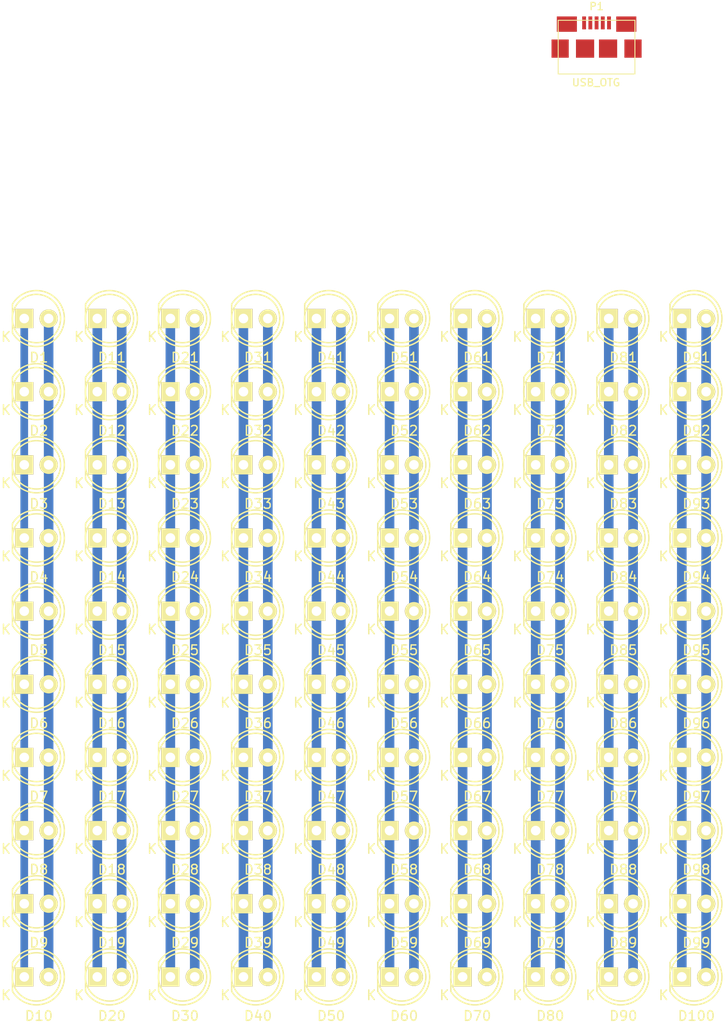
<source format=kicad_pcb>
(kicad_pcb (version 4) (host pcbnew 4.0.1-3.201512221402+6198~38~ubuntu15.04.1-stable)

  (general
    (links 199)
    (no_connects 20)
    (area 55.424999 40.658 286.380393 119.339)
    (thickness 1.6)
    (drawings 0)
    (tracks 181)
    (zones 0)
    (modules 101)
    (nets 7)
  )

  (page A4)
  (layers
    (0 F.Cu signal)
    (31 B.Cu signal)
    (32 B.Adhes user)
    (33 F.Adhes user)
    (34 B.Paste user)
    (35 F.Paste user)
    (36 B.SilkS user)
    (37 F.SilkS user)
    (38 B.Mask user)
    (39 F.Mask user)
    (40 Dwgs.User user)
    (41 Cmts.User user)
    (42 Eco1.User user)
    (43 Eco2.User user)
    (44 Edge.Cuts user)
    (45 Margin user)
    (46 B.CrtYd user)
    (47 F.CrtYd user)
    (48 B.Fab user)
    (49 F.Fab user)
  )

  (setup
    (last_trace_width 1)
    (user_trace_width 0.4)
    (user_trace_width 0.6)
    (user_trace_width 0.8)
    (user_trace_width 1)
    (user_trace_width 1.2)
    (user_trace_width 1.4)
    (user_trace_width 1.6)
    (trace_clearance 0.2)
    (zone_clearance 0.508)
    (zone_45_only no)
    (trace_min 0.2)
    (segment_width 0.2)
    (edge_width 0.15)
    (via_size 0.6)
    (via_drill 0.4)
    (via_min_size 0.4)
    (via_min_drill 0.3)
    (uvia_size 0.3)
    (uvia_drill 0.1)
    (uvias_allowed no)
    (uvia_min_size 0.2)
    (uvia_min_drill 0.1)
    (pcb_text_width 0.3)
    (pcb_text_size 1.5 1.5)
    (mod_edge_width 0.15)
    (mod_text_size 1 1)
    (mod_text_width 0.15)
    (pad_size 1.524 1.524)
    (pad_drill 0.762)
    (pad_to_mask_clearance 0.2)
    (aux_axis_origin 0 0)
    (visible_elements FFFFFF7F)
    (pcbplotparams
      (layerselection 0x00030_80000001)
      (usegerberextensions false)
      (excludeedgelayer true)
      (linewidth 0.100000)
      (plotframeref false)
      (viasonmask false)
      (mode 1)
      (useauxorigin false)
      (hpglpennumber 1)
      (hpglpenspeed 20)
      (hpglpendiameter 15)
      (hpglpenoverlay 2)
      (psnegative false)
      (psa4output false)
      (plotreference true)
      (plotvalue true)
      (plotinvisibletext false)
      (padsonsilk false)
      (subtractmaskfromsilk false)
      (outputformat 1)
      (mirror false)
      (drillshape 1)
      (scaleselection 1)
      (outputdirectory ""))
  )

  (net 0 "")
  (net 1 GND)
  (net 2 "Net-(D1-Pad2)")
  (net 3 VCC)
  (net 4 "Net-(P1-Pad2)")
  (net 5 "Net-(P1-Pad3)")
  (net 6 "Net-(P1-Pad4)")

  (net_class Default "This is the default net class."
    (clearance 0.2)
    (trace_width 0.25)
    (via_dia 0.6)
    (via_drill 0.4)
    (uvia_dia 0.3)
    (uvia_drill 0.1)
    (add_net GND)
    (add_net "Net-(D1-Pad2)")
    (add_net "Net-(P1-Pad2)")
    (add_net "Net-(P1-Pad3)")
    (add_net "Net-(P1-Pad4)")
    (add_net VCC)
  )

  (module LEDs:LED-5MM (layer F.Cu) (tedit 5570F7EA) (tstamp 5690185A)
    (at 57.15 45.72)
    (descr "LED 5mm round vertical")
    (tags "LED 5mm round vertical")
    (path /5690073D)
    (fp_text reference D1 (at 1.524 4.064) (layer F.SilkS)
      (effects (font (size 1 1) (thickness 0.15)))
    )
    (fp_text value LED (at 1.524 -3.937) (layer F.Fab)
      (effects (font (size 1 1) (thickness 0.15)))
    )
    (fp_line (start -1.5 -1.55) (end -1.5 1.55) (layer F.CrtYd) (width 0.05))
    (fp_arc (start 1.3 0) (end -1.5 1.55) (angle -302) (layer F.CrtYd) (width 0.05))
    (fp_arc (start 1.27 0) (end -1.23 -1.5) (angle 297.5) (layer F.SilkS) (width 0.15))
    (fp_line (start -1.23 1.5) (end -1.23 -1.5) (layer F.SilkS) (width 0.15))
    (fp_circle (center 1.27 0) (end 0.97 -2.5) (layer F.SilkS) (width 0.15))
    (fp_text user K (at -1.905 1.905) (layer F.SilkS)
      (effects (font (size 1 1) (thickness 0.15)))
    )
    (pad 1 thru_hole rect (at 0 0 90) (size 2 1.9) (drill 1.00076) (layers *.Cu *.Mask F.SilkS)
      (net 1 GND))
    (pad 2 thru_hole circle (at 2.54 0) (size 1.9 1.9) (drill 1.00076) (layers *.Cu *.Mask F.SilkS)
      (net 2 "Net-(D1-Pad2)"))
    (model LEDs.3dshapes/LED-5MM.wrl
      (at (xyz 0.05 0 0))
      (scale (xyz 1 1 1))
      (rotate (xyz 0 0 90))
    )
  )

  (module LEDs:LED-5MM (layer F.Cu) (tedit 5570F7EA) (tstamp 56901860)
    (at 57.15 53.34)
    (descr "LED 5mm round vertical")
    (tags "LED 5mm round vertical")
    (path /569007FF)
    (fp_text reference D2 (at 1.524 4.064) (layer F.SilkS)
      (effects (font (size 1 1) (thickness 0.15)))
    )
    (fp_text value LED (at 1.524 -3.937) (layer F.Fab)
      (effects (font (size 1 1) (thickness 0.15)))
    )
    (fp_line (start -1.5 -1.55) (end -1.5 1.55) (layer F.CrtYd) (width 0.05))
    (fp_arc (start 1.3 0) (end -1.5 1.55) (angle -302) (layer F.CrtYd) (width 0.05))
    (fp_arc (start 1.27 0) (end -1.23 -1.5) (angle 297.5) (layer F.SilkS) (width 0.15))
    (fp_line (start -1.23 1.5) (end -1.23 -1.5) (layer F.SilkS) (width 0.15))
    (fp_circle (center 1.27 0) (end 0.97 -2.5) (layer F.SilkS) (width 0.15))
    (fp_text user K (at -1.905 1.905) (layer F.SilkS)
      (effects (font (size 1 1) (thickness 0.15)))
    )
    (pad 1 thru_hole rect (at 0 0 90) (size 2 1.9) (drill 1.00076) (layers *.Cu *.Mask F.SilkS)
      (net 1 GND))
    (pad 2 thru_hole circle (at 2.54 0) (size 1.9 1.9) (drill 1.00076) (layers *.Cu *.Mask F.SilkS)
      (net 2 "Net-(D1-Pad2)"))
    (model LEDs.3dshapes/LED-5MM.wrl
      (at (xyz 0.05 0 0))
      (scale (xyz 1 1 1))
      (rotate (xyz 0 0 90))
    )
  )

  (module LEDs:LED-5MM (layer F.Cu) (tedit 5570F7EA) (tstamp 56901866)
    (at 57.15 60.96)
    (descr "LED 5mm round vertical")
    (tags "LED 5mm round vertical")
    (path /5690081D)
    (fp_text reference D3 (at 1.524 4.064) (layer F.SilkS)
      (effects (font (size 1 1) (thickness 0.15)))
    )
    (fp_text value LED (at 1.524 -3.937) (layer F.Fab)
      (effects (font (size 1 1) (thickness 0.15)))
    )
    (fp_line (start -1.5 -1.55) (end -1.5 1.55) (layer F.CrtYd) (width 0.05))
    (fp_arc (start 1.3 0) (end -1.5 1.55) (angle -302) (layer F.CrtYd) (width 0.05))
    (fp_arc (start 1.27 0) (end -1.23 -1.5) (angle 297.5) (layer F.SilkS) (width 0.15))
    (fp_line (start -1.23 1.5) (end -1.23 -1.5) (layer F.SilkS) (width 0.15))
    (fp_circle (center 1.27 0) (end 0.97 -2.5) (layer F.SilkS) (width 0.15))
    (fp_text user K (at -1.905 1.905) (layer F.SilkS)
      (effects (font (size 1 1) (thickness 0.15)))
    )
    (pad 1 thru_hole rect (at 0 0 90) (size 2 1.9) (drill 1.00076) (layers *.Cu *.Mask F.SilkS)
      (net 1 GND))
    (pad 2 thru_hole circle (at 2.54 0) (size 1.9 1.9) (drill 1.00076) (layers *.Cu *.Mask F.SilkS)
      (net 2 "Net-(D1-Pad2)"))
    (model LEDs.3dshapes/LED-5MM.wrl
      (at (xyz 0.05 0 0))
      (scale (xyz 1 1 1))
      (rotate (xyz 0 0 90))
    )
  )

  (module LEDs:LED-5MM (layer F.Cu) (tedit 5570F7EA) (tstamp 5690186C)
    (at 57.15 68.58)
    (descr "LED 5mm round vertical")
    (tags "LED 5mm round vertical")
    (path /56900851)
    (fp_text reference D4 (at 1.524 4.064) (layer F.SilkS)
      (effects (font (size 1 1) (thickness 0.15)))
    )
    (fp_text value LED (at 1.524 -3.937) (layer F.Fab)
      (effects (font (size 1 1) (thickness 0.15)))
    )
    (fp_line (start -1.5 -1.55) (end -1.5 1.55) (layer F.CrtYd) (width 0.05))
    (fp_arc (start 1.3 0) (end -1.5 1.55) (angle -302) (layer F.CrtYd) (width 0.05))
    (fp_arc (start 1.27 0) (end -1.23 -1.5) (angle 297.5) (layer F.SilkS) (width 0.15))
    (fp_line (start -1.23 1.5) (end -1.23 -1.5) (layer F.SilkS) (width 0.15))
    (fp_circle (center 1.27 0) (end 0.97 -2.5) (layer F.SilkS) (width 0.15))
    (fp_text user K (at -1.905 1.905) (layer F.SilkS)
      (effects (font (size 1 1) (thickness 0.15)))
    )
    (pad 1 thru_hole rect (at 0 0 90) (size 2 1.9) (drill 1.00076) (layers *.Cu *.Mask F.SilkS)
      (net 1 GND))
    (pad 2 thru_hole circle (at 2.54 0) (size 1.9 1.9) (drill 1.00076) (layers *.Cu *.Mask F.SilkS)
      (net 2 "Net-(D1-Pad2)"))
    (model LEDs.3dshapes/LED-5MM.wrl
      (at (xyz 0.05 0 0))
      (scale (xyz 1 1 1))
      (rotate (xyz 0 0 90))
    )
  )

  (module LEDs:LED-5MM (layer F.Cu) (tedit 5570F7EA) (tstamp 56901872)
    (at 57.15 76.2)
    (descr "LED 5mm round vertical")
    (tags "LED 5mm round vertical")
    (path /5690087F)
    (fp_text reference D5 (at 1.524 4.064) (layer F.SilkS)
      (effects (font (size 1 1) (thickness 0.15)))
    )
    (fp_text value LED (at 1.524 -3.937) (layer F.Fab)
      (effects (font (size 1 1) (thickness 0.15)))
    )
    (fp_line (start -1.5 -1.55) (end -1.5 1.55) (layer F.CrtYd) (width 0.05))
    (fp_arc (start 1.3 0) (end -1.5 1.55) (angle -302) (layer F.CrtYd) (width 0.05))
    (fp_arc (start 1.27 0) (end -1.23 -1.5) (angle 297.5) (layer F.SilkS) (width 0.15))
    (fp_line (start -1.23 1.5) (end -1.23 -1.5) (layer F.SilkS) (width 0.15))
    (fp_circle (center 1.27 0) (end 0.97 -2.5) (layer F.SilkS) (width 0.15))
    (fp_text user K (at -1.905 1.905) (layer F.SilkS)
      (effects (font (size 1 1) (thickness 0.15)))
    )
    (pad 1 thru_hole rect (at 0 0 90) (size 2 1.9) (drill 1.00076) (layers *.Cu *.Mask F.SilkS)
      (net 1 GND))
    (pad 2 thru_hole circle (at 2.54 0) (size 1.9 1.9) (drill 1.00076) (layers *.Cu *.Mask F.SilkS)
      (net 2 "Net-(D1-Pad2)"))
    (model LEDs.3dshapes/LED-5MM.wrl
      (at (xyz 0.05 0 0))
      (scale (xyz 1 1 1))
      (rotate (xyz 0 0 90))
    )
  )

  (module LEDs:LED-5MM (layer F.Cu) (tedit 5570F7EA) (tstamp 56901878)
    (at 57.15 83.82)
    (descr "LED 5mm round vertical")
    (tags "LED 5mm round vertical")
    (path /569008A8)
    (fp_text reference D6 (at 1.524 4.064) (layer F.SilkS)
      (effects (font (size 1 1) (thickness 0.15)))
    )
    (fp_text value LED (at 1.524 -3.937) (layer F.Fab)
      (effects (font (size 1 1) (thickness 0.15)))
    )
    (fp_line (start -1.5 -1.55) (end -1.5 1.55) (layer F.CrtYd) (width 0.05))
    (fp_arc (start 1.3 0) (end -1.5 1.55) (angle -302) (layer F.CrtYd) (width 0.05))
    (fp_arc (start 1.27 0) (end -1.23 -1.5) (angle 297.5) (layer F.SilkS) (width 0.15))
    (fp_line (start -1.23 1.5) (end -1.23 -1.5) (layer F.SilkS) (width 0.15))
    (fp_circle (center 1.27 0) (end 0.97 -2.5) (layer F.SilkS) (width 0.15))
    (fp_text user K (at -1.905 1.905) (layer F.SilkS)
      (effects (font (size 1 1) (thickness 0.15)))
    )
    (pad 1 thru_hole rect (at 0 0 90) (size 2 1.9) (drill 1.00076) (layers *.Cu *.Mask F.SilkS)
      (net 1 GND))
    (pad 2 thru_hole circle (at 2.54 0) (size 1.9 1.9) (drill 1.00076) (layers *.Cu *.Mask F.SilkS)
      (net 2 "Net-(D1-Pad2)"))
    (model LEDs.3dshapes/LED-5MM.wrl
      (at (xyz 0.05 0 0))
      (scale (xyz 1 1 1))
      (rotate (xyz 0 0 90))
    )
  )

  (module LEDs:LED-5MM (layer F.Cu) (tedit 5570F7EA) (tstamp 5690187E)
    (at 57.15 91.44)
    (descr "LED 5mm round vertical")
    (tags "LED 5mm round vertical")
    (path /56900962)
    (fp_text reference D7 (at 1.524 4.064) (layer F.SilkS)
      (effects (font (size 1 1) (thickness 0.15)))
    )
    (fp_text value LED (at 1.524 -3.937) (layer F.Fab)
      (effects (font (size 1 1) (thickness 0.15)))
    )
    (fp_line (start -1.5 -1.55) (end -1.5 1.55) (layer F.CrtYd) (width 0.05))
    (fp_arc (start 1.3 0) (end -1.5 1.55) (angle -302) (layer F.CrtYd) (width 0.05))
    (fp_arc (start 1.27 0) (end -1.23 -1.5) (angle 297.5) (layer F.SilkS) (width 0.15))
    (fp_line (start -1.23 1.5) (end -1.23 -1.5) (layer F.SilkS) (width 0.15))
    (fp_circle (center 1.27 0) (end 0.97 -2.5) (layer F.SilkS) (width 0.15))
    (fp_text user K (at -1.905 1.905) (layer F.SilkS)
      (effects (font (size 1 1) (thickness 0.15)))
    )
    (pad 1 thru_hole rect (at 0 0 90) (size 2 1.9) (drill 1.00076) (layers *.Cu *.Mask F.SilkS)
      (net 1 GND))
    (pad 2 thru_hole circle (at 2.54 0) (size 1.9 1.9) (drill 1.00076) (layers *.Cu *.Mask F.SilkS)
      (net 2 "Net-(D1-Pad2)"))
    (model LEDs.3dshapes/LED-5MM.wrl
      (at (xyz 0.05 0 0))
      (scale (xyz 1 1 1))
      (rotate (xyz 0 0 90))
    )
  )

  (module LEDs:LED-5MM (layer F.Cu) (tedit 5570F7EA) (tstamp 56901884)
    (at 57.15 99.06)
    (descr "LED 5mm round vertical")
    (tags "LED 5mm round vertical")
    (path /569009D1)
    (fp_text reference D8 (at 1.524 4.064) (layer F.SilkS)
      (effects (font (size 1 1) (thickness 0.15)))
    )
    (fp_text value LED (at 1.524 -3.937) (layer F.Fab)
      (effects (font (size 1 1) (thickness 0.15)))
    )
    (fp_line (start -1.5 -1.55) (end -1.5 1.55) (layer F.CrtYd) (width 0.05))
    (fp_arc (start 1.3 0) (end -1.5 1.55) (angle -302) (layer F.CrtYd) (width 0.05))
    (fp_arc (start 1.27 0) (end -1.23 -1.5) (angle 297.5) (layer F.SilkS) (width 0.15))
    (fp_line (start -1.23 1.5) (end -1.23 -1.5) (layer F.SilkS) (width 0.15))
    (fp_circle (center 1.27 0) (end 0.97 -2.5) (layer F.SilkS) (width 0.15))
    (fp_text user K (at -1.905 1.905) (layer F.SilkS)
      (effects (font (size 1 1) (thickness 0.15)))
    )
    (pad 1 thru_hole rect (at 0 0 90) (size 2 1.9) (drill 1.00076) (layers *.Cu *.Mask F.SilkS)
      (net 1 GND))
    (pad 2 thru_hole circle (at 2.54 0) (size 1.9 1.9) (drill 1.00076) (layers *.Cu *.Mask F.SilkS)
      (net 2 "Net-(D1-Pad2)"))
    (model LEDs.3dshapes/LED-5MM.wrl
      (at (xyz 0.05 0 0))
      (scale (xyz 1 1 1))
      (rotate (xyz 0 0 90))
    )
  )

  (module LEDs:LED-5MM (layer F.Cu) (tedit 5570F7EA) (tstamp 5690188A)
    (at 57.15 106.68)
    (descr "LED 5mm round vertical")
    (tags "LED 5mm round vertical")
    (path /56900A01)
    (fp_text reference D9 (at 1.524 4.064) (layer F.SilkS)
      (effects (font (size 1 1) (thickness 0.15)))
    )
    (fp_text value LED (at 1.524 -3.937) (layer F.Fab)
      (effects (font (size 1 1) (thickness 0.15)))
    )
    (fp_line (start -1.5 -1.55) (end -1.5 1.55) (layer F.CrtYd) (width 0.05))
    (fp_arc (start 1.3 0) (end -1.5 1.55) (angle -302) (layer F.CrtYd) (width 0.05))
    (fp_arc (start 1.27 0) (end -1.23 -1.5) (angle 297.5) (layer F.SilkS) (width 0.15))
    (fp_line (start -1.23 1.5) (end -1.23 -1.5) (layer F.SilkS) (width 0.15))
    (fp_circle (center 1.27 0) (end 0.97 -2.5) (layer F.SilkS) (width 0.15))
    (fp_text user K (at -1.905 1.905) (layer F.SilkS)
      (effects (font (size 1 1) (thickness 0.15)))
    )
    (pad 1 thru_hole rect (at 0 0 90) (size 2 1.9) (drill 1.00076) (layers *.Cu *.Mask F.SilkS)
      (net 1 GND))
    (pad 2 thru_hole circle (at 2.54 0) (size 1.9 1.9) (drill 1.00076) (layers *.Cu *.Mask F.SilkS)
      (net 2 "Net-(D1-Pad2)"))
    (model LEDs.3dshapes/LED-5MM.wrl
      (at (xyz 0.05 0 0))
      (scale (xyz 1 1 1))
      (rotate (xyz 0 0 90))
    )
  )

  (module LEDs:LED-5MM (layer F.Cu) (tedit 5570F7EA) (tstamp 56901890)
    (at 57.15 114.3)
    (descr "LED 5mm round vertical")
    (tags "LED 5mm round vertical")
    (path /56900A38)
    (fp_text reference D10 (at 1.524 4.064) (layer F.SilkS)
      (effects (font (size 1 1) (thickness 0.15)))
    )
    (fp_text value LED (at 1.524 -3.937) (layer F.Fab)
      (effects (font (size 1 1) (thickness 0.15)))
    )
    (fp_line (start -1.5 -1.55) (end -1.5 1.55) (layer F.CrtYd) (width 0.05))
    (fp_arc (start 1.3 0) (end -1.5 1.55) (angle -302) (layer F.CrtYd) (width 0.05))
    (fp_arc (start 1.27 0) (end -1.23 -1.5) (angle 297.5) (layer F.SilkS) (width 0.15))
    (fp_line (start -1.23 1.5) (end -1.23 -1.5) (layer F.SilkS) (width 0.15))
    (fp_circle (center 1.27 0) (end 0.97 -2.5) (layer F.SilkS) (width 0.15))
    (fp_text user K (at -1.905 1.905) (layer F.SilkS)
      (effects (font (size 1 1) (thickness 0.15)))
    )
    (pad 1 thru_hole rect (at 0 0 90) (size 2 1.9) (drill 1.00076) (layers *.Cu *.Mask F.SilkS)
      (net 1 GND))
    (pad 2 thru_hole circle (at 2.54 0) (size 1.9 1.9) (drill 1.00076) (layers *.Cu *.Mask F.SilkS)
      (net 2 "Net-(D1-Pad2)"))
    (model LEDs.3dshapes/LED-5MM.wrl
      (at (xyz 0.05 0 0))
      (scale (xyz 1 1 1))
      (rotate (xyz 0 0 90))
    )
  )

  (module LEDs:LED-5MM (layer F.Cu) (tedit 5570F7EA) (tstamp 56901896)
    (at 64.77 45.72)
    (descr "LED 5mm round vertical")
    (tags "LED 5mm round vertical")
    (path /56901148)
    (fp_text reference D11 (at 1.524 4.064) (layer F.SilkS)
      (effects (font (size 1 1) (thickness 0.15)))
    )
    (fp_text value LED (at 1.524 -3.937) (layer F.Fab)
      (effects (font (size 1 1) (thickness 0.15)))
    )
    (fp_line (start -1.5 -1.55) (end -1.5 1.55) (layer F.CrtYd) (width 0.05))
    (fp_arc (start 1.3 0) (end -1.5 1.55) (angle -302) (layer F.CrtYd) (width 0.05))
    (fp_arc (start 1.27 0) (end -1.23 -1.5) (angle 297.5) (layer F.SilkS) (width 0.15))
    (fp_line (start -1.23 1.5) (end -1.23 -1.5) (layer F.SilkS) (width 0.15))
    (fp_circle (center 1.27 0) (end 0.97 -2.5) (layer F.SilkS) (width 0.15))
    (fp_text user K (at -1.905 1.905) (layer F.SilkS)
      (effects (font (size 1 1) (thickness 0.15)))
    )
    (pad 1 thru_hole rect (at 0 0 90) (size 2 1.9) (drill 1.00076) (layers *.Cu *.Mask F.SilkS)
      (net 1 GND))
    (pad 2 thru_hole circle (at 2.54 0) (size 1.9 1.9) (drill 1.00076) (layers *.Cu *.Mask F.SilkS)
      (net 2 "Net-(D1-Pad2)"))
    (model LEDs.3dshapes/LED-5MM.wrl
      (at (xyz 0.05 0 0))
      (scale (xyz 1 1 1))
      (rotate (xyz 0 0 90))
    )
  )

  (module LEDs:LED-5MM (layer F.Cu) (tedit 5570F7EA) (tstamp 5690189C)
    (at 64.77 53.34)
    (descr "LED 5mm round vertical")
    (tags "LED 5mm round vertical")
    (path /5690114E)
    (fp_text reference D12 (at 1.524 4.064) (layer F.SilkS)
      (effects (font (size 1 1) (thickness 0.15)))
    )
    (fp_text value LED (at 1.524 -3.937) (layer F.Fab)
      (effects (font (size 1 1) (thickness 0.15)))
    )
    (fp_line (start -1.5 -1.55) (end -1.5 1.55) (layer F.CrtYd) (width 0.05))
    (fp_arc (start 1.3 0) (end -1.5 1.55) (angle -302) (layer F.CrtYd) (width 0.05))
    (fp_arc (start 1.27 0) (end -1.23 -1.5) (angle 297.5) (layer F.SilkS) (width 0.15))
    (fp_line (start -1.23 1.5) (end -1.23 -1.5) (layer F.SilkS) (width 0.15))
    (fp_circle (center 1.27 0) (end 0.97 -2.5) (layer F.SilkS) (width 0.15))
    (fp_text user K (at -1.905 1.905) (layer F.SilkS)
      (effects (font (size 1 1) (thickness 0.15)))
    )
    (pad 1 thru_hole rect (at 0 0 90) (size 2 1.9) (drill 1.00076) (layers *.Cu *.Mask F.SilkS)
      (net 1 GND))
    (pad 2 thru_hole circle (at 2.54 0) (size 1.9 1.9) (drill 1.00076) (layers *.Cu *.Mask F.SilkS)
      (net 2 "Net-(D1-Pad2)"))
    (model LEDs.3dshapes/LED-5MM.wrl
      (at (xyz 0.05 0 0))
      (scale (xyz 1 1 1))
      (rotate (xyz 0 0 90))
    )
  )

  (module LEDs:LED-5MM (layer F.Cu) (tedit 5570F7EA) (tstamp 569018A2)
    (at 64.77 60.96)
    (descr "LED 5mm round vertical")
    (tags "LED 5mm round vertical")
    (path /56901154)
    (fp_text reference D13 (at 1.524 4.064) (layer F.SilkS)
      (effects (font (size 1 1) (thickness 0.15)))
    )
    (fp_text value LED (at 1.524 -3.937) (layer F.Fab)
      (effects (font (size 1 1) (thickness 0.15)))
    )
    (fp_line (start -1.5 -1.55) (end -1.5 1.55) (layer F.CrtYd) (width 0.05))
    (fp_arc (start 1.3 0) (end -1.5 1.55) (angle -302) (layer F.CrtYd) (width 0.05))
    (fp_arc (start 1.27 0) (end -1.23 -1.5) (angle 297.5) (layer F.SilkS) (width 0.15))
    (fp_line (start -1.23 1.5) (end -1.23 -1.5) (layer F.SilkS) (width 0.15))
    (fp_circle (center 1.27 0) (end 0.97 -2.5) (layer F.SilkS) (width 0.15))
    (fp_text user K (at -1.905 1.905) (layer F.SilkS)
      (effects (font (size 1 1) (thickness 0.15)))
    )
    (pad 1 thru_hole rect (at 0 0 90) (size 2 1.9) (drill 1.00076) (layers *.Cu *.Mask F.SilkS)
      (net 1 GND))
    (pad 2 thru_hole circle (at 2.54 0) (size 1.9 1.9) (drill 1.00076) (layers *.Cu *.Mask F.SilkS)
      (net 2 "Net-(D1-Pad2)"))
    (model LEDs.3dshapes/LED-5MM.wrl
      (at (xyz 0.05 0 0))
      (scale (xyz 1 1 1))
      (rotate (xyz 0 0 90))
    )
  )

  (module LEDs:LED-5MM (layer F.Cu) (tedit 5570F7EA) (tstamp 569018A8)
    (at 64.77 68.58)
    (descr "LED 5mm round vertical")
    (tags "LED 5mm round vertical")
    (path /5690115A)
    (fp_text reference D14 (at 1.524 4.064) (layer F.SilkS)
      (effects (font (size 1 1) (thickness 0.15)))
    )
    (fp_text value LED (at 1.524 -3.937) (layer F.Fab)
      (effects (font (size 1 1) (thickness 0.15)))
    )
    (fp_line (start -1.5 -1.55) (end -1.5 1.55) (layer F.CrtYd) (width 0.05))
    (fp_arc (start 1.3 0) (end -1.5 1.55) (angle -302) (layer F.CrtYd) (width 0.05))
    (fp_arc (start 1.27 0) (end -1.23 -1.5) (angle 297.5) (layer F.SilkS) (width 0.15))
    (fp_line (start -1.23 1.5) (end -1.23 -1.5) (layer F.SilkS) (width 0.15))
    (fp_circle (center 1.27 0) (end 0.97 -2.5) (layer F.SilkS) (width 0.15))
    (fp_text user K (at -1.905 1.905) (layer F.SilkS)
      (effects (font (size 1 1) (thickness 0.15)))
    )
    (pad 1 thru_hole rect (at 0 0 90) (size 2 1.9) (drill 1.00076) (layers *.Cu *.Mask F.SilkS)
      (net 1 GND))
    (pad 2 thru_hole circle (at 2.54 0) (size 1.9 1.9) (drill 1.00076) (layers *.Cu *.Mask F.SilkS)
      (net 2 "Net-(D1-Pad2)"))
    (model LEDs.3dshapes/LED-5MM.wrl
      (at (xyz 0.05 0 0))
      (scale (xyz 1 1 1))
      (rotate (xyz 0 0 90))
    )
  )

  (module LEDs:LED-5MM (layer F.Cu) (tedit 5570F7EA) (tstamp 569018AE)
    (at 64.77 76.2)
    (descr "LED 5mm round vertical")
    (tags "LED 5mm round vertical")
    (path /56901160)
    (fp_text reference D15 (at 1.524 4.064) (layer F.SilkS)
      (effects (font (size 1 1) (thickness 0.15)))
    )
    (fp_text value LED (at 1.524 -3.937) (layer F.Fab)
      (effects (font (size 1 1) (thickness 0.15)))
    )
    (fp_line (start -1.5 -1.55) (end -1.5 1.55) (layer F.CrtYd) (width 0.05))
    (fp_arc (start 1.3 0) (end -1.5 1.55) (angle -302) (layer F.CrtYd) (width 0.05))
    (fp_arc (start 1.27 0) (end -1.23 -1.5) (angle 297.5) (layer F.SilkS) (width 0.15))
    (fp_line (start -1.23 1.5) (end -1.23 -1.5) (layer F.SilkS) (width 0.15))
    (fp_circle (center 1.27 0) (end 0.97 -2.5) (layer F.SilkS) (width 0.15))
    (fp_text user K (at -1.905 1.905) (layer F.SilkS)
      (effects (font (size 1 1) (thickness 0.15)))
    )
    (pad 1 thru_hole rect (at 0 0 90) (size 2 1.9) (drill 1.00076) (layers *.Cu *.Mask F.SilkS)
      (net 1 GND))
    (pad 2 thru_hole circle (at 2.54 0) (size 1.9 1.9) (drill 1.00076) (layers *.Cu *.Mask F.SilkS)
      (net 2 "Net-(D1-Pad2)"))
    (model LEDs.3dshapes/LED-5MM.wrl
      (at (xyz 0.05 0 0))
      (scale (xyz 1 1 1))
      (rotate (xyz 0 0 90))
    )
  )

  (module LEDs:LED-5MM (layer F.Cu) (tedit 5570F7EA) (tstamp 569018B4)
    (at 64.77 83.82)
    (descr "LED 5mm round vertical")
    (tags "LED 5mm round vertical")
    (path /56901166)
    (fp_text reference D16 (at 1.524 4.064) (layer F.SilkS)
      (effects (font (size 1 1) (thickness 0.15)))
    )
    (fp_text value LED (at 1.524 -3.937) (layer F.Fab)
      (effects (font (size 1 1) (thickness 0.15)))
    )
    (fp_line (start -1.5 -1.55) (end -1.5 1.55) (layer F.CrtYd) (width 0.05))
    (fp_arc (start 1.3 0) (end -1.5 1.55) (angle -302) (layer F.CrtYd) (width 0.05))
    (fp_arc (start 1.27 0) (end -1.23 -1.5) (angle 297.5) (layer F.SilkS) (width 0.15))
    (fp_line (start -1.23 1.5) (end -1.23 -1.5) (layer F.SilkS) (width 0.15))
    (fp_circle (center 1.27 0) (end 0.97 -2.5) (layer F.SilkS) (width 0.15))
    (fp_text user K (at -1.905 1.905) (layer F.SilkS)
      (effects (font (size 1 1) (thickness 0.15)))
    )
    (pad 1 thru_hole rect (at 0 0 90) (size 2 1.9) (drill 1.00076) (layers *.Cu *.Mask F.SilkS)
      (net 1 GND))
    (pad 2 thru_hole circle (at 2.54 0) (size 1.9 1.9) (drill 1.00076) (layers *.Cu *.Mask F.SilkS)
      (net 2 "Net-(D1-Pad2)"))
    (model LEDs.3dshapes/LED-5MM.wrl
      (at (xyz 0.05 0 0))
      (scale (xyz 1 1 1))
      (rotate (xyz 0 0 90))
    )
  )

  (module LEDs:LED-5MM (layer F.Cu) (tedit 5570F7EA) (tstamp 569018BA)
    (at 64.77 91.44)
    (descr "LED 5mm round vertical")
    (tags "LED 5mm round vertical")
    (path /5690116C)
    (fp_text reference D17 (at 1.524 4.064) (layer F.SilkS)
      (effects (font (size 1 1) (thickness 0.15)))
    )
    (fp_text value LED (at 1.524 -3.937) (layer F.Fab)
      (effects (font (size 1 1) (thickness 0.15)))
    )
    (fp_line (start -1.5 -1.55) (end -1.5 1.55) (layer F.CrtYd) (width 0.05))
    (fp_arc (start 1.3 0) (end -1.5 1.55) (angle -302) (layer F.CrtYd) (width 0.05))
    (fp_arc (start 1.27 0) (end -1.23 -1.5) (angle 297.5) (layer F.SilkS) (width 0.15))
    (fp_line (start -1.23 1.5) (end -1.23 -1.5) (layer F.SilkS) (width 0.15))
    (fp_circle (center 1.27 0) (end 0.97 -2.5) (layer F.SilkS) (width 0.15))
    (fp_text user K (at -1.905 1.905) (layer F.SilkS)
      (effects (font (size 1 1) (thickness 0.15)))
    )
    (pad 1 thru_hole rect (at 0 0 90) (size 2 1.9) (drill 1.00076) (layers *.Cu *.Mask F.SilkS)
      (net 1 GND))
    (pad 2 thru_hole circle (at 2.54 0) (size 1.9 1.9) (drill 1.00076) (layers *.Cu *.Mask F.SilkS)
      (net 2 "Net-(D1-Pad2)"))
    (model LEDs.3dshapes/LED-5MM.wrl
      (at (xyz 0.05 0 0))
      (scale (xyz 1 1 1))
      (rotate (xyz 0 0 90))
    )
  )

  (module LEDs:LED-5MM (layer F.Cu) (tedit 5570F7EA) (tstamp 569018C0)
    (at 64.77 99.06)
    (descr "LED 5mm round vertical")
    (tags "LED 5mm round vertical")
    (path /56901172)
    (fp_text reference D18 (at 1.524 4.064) (layer F.SilkS)
      (effects (font (size 1 1) (thickness 0.15)))
    )
    (fp_text value LED (at 1.524 -3.937) (layer F.Fab)
      (effects (font (size 1 1) (thickness 0.15)))
    )
    (fp_line (start -1.5 -1.55) (end -1.5 1.55) (layer F.CrtYd) (width 0.05))
    (fp_arc (start 1.3 0) (end -1.5 1.55) (angle -302) (layer F.CrtYd) (width 0.05))
    (fp_arc (start 1.27 0) (end -1.23 -1.5) (angle 297.5) (layer F.SilkS) (width 0.15))
    (fp_line (start -1.23 1.5) (end -1.23 -1.5) (layer F.SilkS) (width 0.15))
    (fp_circle (center 1.27 0) (end 0.97 -2.5) (layer F.SilkS) (width 0.15))
    (fp_text user K (at -1.905 1.905) (layer F.SilkS)
      (effects (font (size 1 1) (thickness 0.15)))
    )
    (pad 1 thru_hole rect (at 0 0 90) (size 2 1.9) (drill 1.00076) (layers *.Cu *.Mask F.SilkS)
      (net 1 GND))
    (pad 2 thru_hole circle (at 2.54 0) (size 1.9 1.9) (drill 1.00076) (layers *.Cu *.Mask F.SilkS)
      (net 2 "Net-(D1-Pad2)"))
    (model LEDs.3dshapes/LED-5MM.wrl
      (at (xyz 0.05 0 0))
      (scale (xyz 1 1 1))
      (rotate (xyz 0 0 90))
    )
  )

  (module LEDs:LED-5MM (layer F.Cu) (tedit 5570F7EA) (tstamp 569018C6)
    (at 64.77 106.68)
    (descr "LED 5mm round vertical")
    (tags "LED 5mm round vertical")
    (path /56901178)
    (fp_text reference D19 (at 1.524 4.064) (layer F.SilkS)
      (effects (font (size 1 1) (thickness 0.15)))
    )
    (fp_text value LED (at 1.524 -3.937) (layer F.Fab)
      (effects (font (size 1 1) (thickness 0.15)))
    )
    (fp_line (start -1.5 -1.55) (end -1.5 1.55) (layer F.CrtYd) (width 0.05))
    (fp_arc (start 1.3 0) (end -1.5 1.55) (angle -302) (layer F.CrtYd) (width 0.05))
    (fp_arc (start 1.27 0) (end -1.23 -1.5) (angle 297.5) (layer F.SilkS) (width 0.15))
    (fp_line (start -1.23 1.5) (end -1.23 -1.5) (layer F.SilkS) (width 0.15))
    (fp_circle (center 1.27 0) (end 0.97 -2.5) (layer F.SilkS) (width 0.15))
    (fp_text user K (at -1.905 1.905) (layer F.SilkS)
      (effects (font (size 1 1) (thickness 0.15)))
    )
    (pad 1 thru_hole rect (at 0 0 90) (size 2 1.9) (drill 1.00076) (layers *.Cu *.Mask F.SilkS)
      (net 1 GND))
    (pad 2 thru_hole circle (at 2.54 0) (size 1.9 1.9) (drill 1.00076) (layers *.Cu *.Mask F.SilkS)
      (net 2 "Net-(D1-Pad2)"))
    (model LEDs.3dshapes/LED-5MM.wrl
      (at (xyz 0.05 0 0))
      (scale (xyz 1 1 1))
      (rotate (xyz 0 0 90))
    )
  )

  (module LEDs:LED-5MM (layer F.Cu) (tedit 5570F7EA) (tstamp 569018CC)
    (at 64.77 114.3)
    (descr "LED 5mm round vertical")
    (tags "LED 5mm round vertical")
    (path /5690117E)
    (fp_text reference D20 (at 1.524 4.064) (layer F.SilkS)
      (effects (font (size 1 1) (thickness 0.15)))
    )
    (fp_text value LED (at 1.524 -3.937) (layer F.Fab)
      (effects (font (size 1 1) (thickness 0.15)))
    )
    (fp_line (start -1.5 -1.55) (end -1.5 1.55) (layer F.CrtYd) (width 0.05))
    (fp_arc (start 1.3 0) (end -1.5 1.55) (angle -302) (layer F.CrtYd) (width 0.05))
    (fp_arc (start 1.27 0) (end -1.23 -1.5) (angle 297.5) (layer F.SilkS) (width 0.15))
    (fp_line (start -1.23 1.5) (end -1.23 -1.5) (layer F.SilkS) (width 0.15))
    (fp_circle (center 1.27 0) (end 0.97 -2.5) (layer F.SilkS) (width 0.15))
    (fp_text user K (at -1.905 1.905) (layer F.SilkS)
      (effects (font (size 1 1) (thickness 0.15)))
    )
    (pad 1 thru_hole rect (at 0 0 90) (size 2 1.9) (drill 1.00076) (layers *.Cu *.Mask F.SilkS)
      (net 1 GND))
    (pad 2 thru_hole circle (at 2.54 0) (size 1.9 1.9) (drill 1.00076) (layers *.Cu *.Mask F.SilkS)
      (net 2 "Net-(D1-Pad2)"))
    (model LEDs.3dshapes/LED-5MM.wrl
      (at (xyz 0.05 0 0))
      (scale (xyz 1 1 1))
      (rotate (xyz 0 0 90))
    )
  )

  (module LEDs:LED-5MM (layer F.Cu) (tedit 5570F7EA) (tstamp 569018D2)
    (at 72.39 45.72)
    (descr "LED 5mm round vertical")
    (tags "LED 5mm round vertical")
    (path /569013D2)
    (fp_text reference D21 (at 1.524 4.064) (layer F.SilkS)
      (effects (font (size 1 1) (thickness 0.15)))
    )
    (fp_text value LED (at 1.524 -3.937) (layer F.Fab)
      (effects (font (size 1 1) (thickness 0.15)))
    )
    (fp_line (start -1.5 -1.55) (end -1.5 1.55) (layer F.CrtYd) (width 0.05))
    (fp_arc (start 1.3 0) (end -1.5 1.55) (angle -302) (layer F.CrtYd) (width 0.05))
    (fp_arc (start 1.27 0) (end -1.23 -1.5) (angle 297.5) (layer F.SilkS) (width 0.15))
    (fp_line (start -1.23 1.5) (end -1.23 -1.5) (layer F.SilkS) (width 0.15))
    (fp_circle (center 1.27 0) (end 0.97 -2.5) (layer F.SilkS) (width 0.15))
    (fp_text user K (at -1.905 1.905) (layer F.SilkS)
      (effects (font (size 1 1) (thickness 0.15)))
    )
    (pad 1 thru_hole rect (at 0 0 90) (size 2 1.9) (drill 1.00076) (layers *.Cu *.Mask F.SilkS)
      (net 1 GND))
    (pad 2 thru_hole circle (at 2.54 0) (size 1.9 1.9) (drill 1.00076) (layers *.Cu *.Mask F.SilkS)
      (net 2 "Net-(D1-Pad2)"))
    (model LEDs.3dshapes/LED-5MM.wrl
      (at (xyz 0.05 0 0))
      (scale (xyz 1 1 1))
      (rotate (xyz 0 0 90))
    )
  )

  (module LEDs:LED-5MM (layer F.Cu) (tedit 5570F7EA) (tstamp 569018D8)
    (at 72.39 53.34)
    (descr "LED 5mm round vertical")
    (tags "LED 5mm round vertical")
    (path /569013D8)
    (fp_text reference D22 (at 1.524 4.064) (layer F.SilkS)
      (effects (font (size 1 1) (thickness 0.15)))
    )
    (fp_text value LED (at 1.524 -3.937) (layer F.Fab)
      (effects (font (size 1 1) (thickness 0.15)))
    )
    (fp_line (start -1.5 -1.55) (end -1.5 1.55) (layer F.CrtYd) (width 0.05))
    (fp_arc (start 1.3 0) (end -1.5 1.55) (angle -302) (layer F.CrtYd) (width 0.05))
    (fp_arc (start 1.27 0) (end -1.23 -1.5) (angle 297.5) (layer F.SilkS) (width 0.15))
    (fp_line (start -1.23 1.5) (end -1.23 -1.5) (layer F.SilkS) (width 0.15))
    (fp_circle (center 1.27 0) (end 0.97 -2.5) (layer F.SilkS) (width 0.15))
    (fp_text user K (at -1.905 1.905) (layer F.SilkS)
      (effects (font (size 1 1) (thickness 0.15)))
    )
    (pad 1 thru_hole rect (at 0 0 90) (size 2 1.9) (drill 1.00076) (layers *.Cu *.Mask F.SilkS)
      (net 1 GND))
    (pad 2 thru_hole circle (at 2.54 0) (size 1.9 1.9) (drill 1.00076) (layers *.Cu *.Mask F.SilkS)
      (net 2 "Net-(D1-Pad2)"))
    (model LEDs.3dshapes/LED-5MM.wrl
      (at (xyz 0.05 0 0))
      (scale (xyz 1 1 1))
      (rotate (xyz 0 0 90))
    )
  )

  (module LEDs:LED-5MM (layer F.Cu) (tedit 5570F7EA) (tstamp 569018DE)
    (at 72.39 60.96)
    (descr "LED 5mm round vertical")
    (tags "LED 5mm round vertical")
    (path /569013DE)
    (fp_text reference D23 (at 1.524 4.064) (layer F.SilkS)
      (effects (font (size 1 1) (thickness 0.15)))
    )
    (fp_text value LED (at 1.524 -3.937) (layer F.Fab)
      (effects (font (size 1 1) (thickness 0.15)))
    )
    (fp_line (start -1.5 -1.55) (end -1.5 1.55) (layer F.CrtYd) (width 0.05))
    (fp_arc (start 1.3 0) (end -1.5 1.55) (angle -302) (layer F.CrtYd) (width 0.05))
    (fp_arc (start 1.27 0) (end -1.23 -1.5) (angle 297.5) (layer F.SilkS) (width 0.15))
    (fp_line (start -1.23 1.5) (end -1.23 -1.5) (layer F.SilkS) (width 0.15))
    (fp_circle (center 1.27 0) (end 0.97 -2.5) (layer F.SilkS) (width 0.15))
    (fp_text user K (at -1.905 1.905) (layer F.SilkS)
      (effects (font (size 1 1) (thickness 0.15)))
    )
    (pad 1 thru_hole rect (at 0 0 90) (size 2 1.9) (drill 1.00076) (layers *.Cu *.Mask F.SilkS)
      (net 1 GND))
    (pad 2 thru_hole circle (at 2.54 0) (size 1.9 1.9) (drill 1.00076) (layers *.Cu *.Mask F.SilkS)
      (net 2 "Net-(D1-Pad2)"))
    (model LEDs.3dshapes/LED-5MM.wrl
      (at (xyz 0.05 0 0))
      (scale (xyz 1 1 1))
      (rotate (xyz 0 0 90))
    )
  )

  (module LEDs:LED-5MM (layer F.Cu) (tedit 5570F7EA) (tstamp 569018E4)
    (at 72.39 68.58)
    (descr "LED 5mm round vertical")
    (tags "LED 5mm round vertical")
    (path /569013E4)
    (fp_text reference D24 (at 1.524 4.064) (layer F.SilkS)
      (effects (font (size 1 1) (thickness 0.15)))
    )
    (fp_text value LED (at 1.524 -3.937) (layer F.Fab)
      (effects (font (size 1 1) (thickness 0.15)))
    )
    (fp_line (start -1.5 -1.55) (end -1.5 1.55) (layer F.CrtYd) (width 0.05))
    (fp_arc (start 1.3 0) (end -1.5 1.55) (angle -302) (layer F.CrtYd) (width 0.05))
    (fp_arc (start 1.27 0) (end -1.23 -1.5) (angle 297.5) (layer F.SilkS) (width 0.15))
    (fp_line (start -1.23 1.5) (end -1.23 -1.5) (layer F.SilkS) (width 0.15))
    (fp_circle (center 1.27 0) (end 0.97 -2.5) (layer F.SilkS) (width 0.15))
    (fp_text user K (at -1.905 1.905) (layer F.SilkS)
      (effects (font (size 1 1) (thickness 0.15)))
    )
    (pad 1 thru_hole rect (at 0 0 90) (size 2 1.9) (drill 1.00076) (layers *.Cu *.Mask F.SilkS)
      (net 1 GND))
    (pad 2 thru_hole circle (at 2.54 0) (size 1.9 1.9) (drill 1.00076) (layers *.Cu *.Mask F.SilkS)
      (net 2 "Net-(D1-Pad2)"))
    (model LEDs.3dshapes/LED-5MM.wrl
      (at (xyz 0.05 0 0))
      (scale (xyz 1 1 1))
      (rotate (xyz 0 0 90))
    )
  )

  (module LEDs:LED-5MM (layer F.Cu) (tedit 5570F7EA) (tstamp 569018EA)
    (at 72.39 76.2)
    (descr "LED 5mm round vertical")
    (tags "LED 5mm round vertical")
    (path /569013EA)
    (fp_text reference D25 (at 1.524 4.064) (layer F.SilkS)
      (effects (font (size 1 1) (thickness 0.15)))
    )
    (fp_text value LED (at 1.524 -3.937) (layer F.Fab)
      (effects (font (size 1 1) (thickness 0.15)))
    )
    (fp_line (start -1.5 -1.55) (end -1.5 1.55) (layer F.CrtYd) (width 0.05))
    (fp_arc (start 1.3 0) (end -1.5 1.55) (angle -302) (layer F.CrtYd) (width 0.05))
    (fp_arc (start 1.27 0) (end -1.23 -1.5) (angle 297.5) (layer F.SilkS) (width 0.15))
    (fp_line (start -1.23 1.5) (end -1.23 -1.5) (layer F.SilkS) (width 0.15))
    (fp_circle (center 1.27 0) (end 0.97 -2.5) (layer F.SilkS) (width 0.15))
    (fp_text user K (at -1.905 1.905) (layer F.SilkS)
      (effects (font (size 1 1) (thickness 0.15)))
    )
    (pad 1 thru_hole rect (at 0 0 90) (size 2 1.9) (drill 1.00076) (layers *.Cu *.Mask F.SilkS)
      (net 1 GND))
    (pad 2 thru_hole circle (at 2.54 0) (size 1.9 1.9) (drill 1.00076) (layers *.Cu *.Mask F.SilkS)
      (net 2 "Net-(D1-Pad2)"))
    (model LEDs.3dshapes/LED-5MM.wrl
      (at (xyz 0.05 0 0))
      (scale (xyz 1 1 1))
      (rotate (xyz 0 0 90))
    )
  )

  (module LEDs:LED-5MM (layer F.Cu) (tedit 5570F7EA) (tstamp 569018F0)
    (at 72.39 83.82)
    (descr "LED 5mm round vertical")
    (tags "LED 5mm round vertical")
    (path /569013F0)
    (fp_text reference D26 (at 1.524 4.064) (layer F.SilkS)
      (effects (font (size 1 1) (thickness 0.15)))
    )
    (fp_text value LED (at 1.524 -3.937) (layer F.Fab)
      (effects (font (size 1 1) (thickness 0.15)))
    )
    (fp_line (start -1.5 -1.55) (end -1.5 1.55) (layer F.CrtYd) (width 0.05))
    (fp_arc (start 1.3 0) (end -1.5 1.55) (angle -302) (layer F.CrtYd) (width 0.05))
    (fp_arc (start 1.27 0) (end -1.23 -1.5) (angle 297.5) (layer F.SilkS) (width 0.15))
    (fp_line (start -1.23 1.5) (end -1.23 -1.5) (layer F.SilkS) (width 0.15))
    (fp_circle (center 1.27 0) (end 0.97 -2.5) (layer F.SilkS) (width 0.15))
    (fp_text user K (at -1.905 1.905) (layer F.SilkS)
      (effects (font (size 1 1) (thickness 0.15)))
    )
    (pad 1 thru_hole rect (at 0 0 90) (size 2 1.9) (drill 1.00076) (layers *.Cu *.Mask F.SilkS)
      (net 1 GND))
    (pad 2 thru_hole circle (at 2.54 0) (size 1.9 1.9) (drill 1.00076) (layers *.Cu *.Mask F.SilkS)
      (net 2 "Net-(D1-Pad2)"))
    (model LEDs.3dshapes/LED-5MM.wrl
      (at (xyz 0.05 0 0))
      (scale (xyz 1 1 1))
      (rotate (xyz 0 0 90))
    )
  )

  (module LEDs:LED-5MM (layer F.Cu) (tedit 5570F7EA) (tstamp 569018F6)
    (at 72.39 91.44)
    (descr "LED 5mm round vertical")
    (tags "LED 5mm round vertical")
    (path /569013F6)
    (fp_text reference D27 (at 1.524 4.064) (layer F.SilkS)
      (effects (font (size 1 1) (thickness 0.15)))
    )
    (fp_text value LED (at 1.524 -3.937) (layer F.Fab)
      (effects (font (size 1 1) (thickness 0.15)))
    )
    (fp_line (start -1.5 -1.55) (end -1.5 1.55) (layer F.CrtYd) (width 0.05))
    (fp_arc (start 1.3 0) (end -1.5 1.55) (angle -302) (layer F.CrtYd) (width 0.05))
    (fp_arc (start 1.27 0) (end -1.23 -1.5) (angle 297.5) (layer F.SilkS) (width 0.15))
    (fp_line (start -1.23 1.5) (end -1.23 -1.5) (layer F.SilkS) (width 0.15))
    (fp_circle (center 1.27 0) (end 0.97 -2.5) (layer F.SilkS) (width 0.15))
    (fp_text user K (at -1.905 1.905) (layer F.SilkS)
      (effects (font (size 1 1) (thickness 0.15)))
    )
    (pad 1 thru_hole rect (at 0 0 90) (size 2 1.9) (drill 1.00076) (layers *.Cu *.Mask F.SilkS)
      (net 1 GND))
    (pad 2 thru_hole circle (at 2.54 0) (size 1.9 1.9) (drill 1.00076) (layers *.Cu *.Mask F.SilkS)
      (net 2 "Net-(D1-Pad2)"))
    (model LEDs.3dshapes/LED-5MM.wrl
      (at (xyz 0.05 0 0))
      (scale (xyz 1 1 1))
      (rotate (xyz 0 0 90))
    )
  )

  (module LEDs:LED-5MM (layer F.Cu) (tedit 5570F7EA) (tstamp 569018FC)
    (at 72.39 99.06)
    (descr "LED 5mm round vertical")
    (tags "LED 5mm round vertical")
    (path /569013FC)
    (fp_text reference D28 (at 1.524 4.064) (layer F.SilkS)
      (effects (font (size 1 1) (thickness 0.15)))
    )
    (fp_text value LED (at 1.524 -3.937) (layer F.Fab)
      (effects (font (size 1 1) (thickness 0.15)))
    )
    (fp_line (start -1.5 -1.55) (end -1.5 1.55) (layer F.CrtYd) (width 0.05))
    (fp_arc (start 1.3 0) (end -1.5 1.55) (angle -302) (layer F.CrtYd) (width 0.05))
    (fp_arc (start 1.27 0) (end -1.23 -1.5) (angle 297.5) (layer F.SilkS) (width 0.15))
    (fp_line (start -1.23 1.5) (end -1.23 -1.5) (layer F.SilkS) (width 0.15))
    (fp_circle (center 1.27 0) (end 0.97 -2.5) (layer F.SilkS) (width 0.15))
    (fp_text user K (at -1.905 1.905) (layer F.SilkS)
      (effects (font (size 1 1) (thickness 0.15)))
    )
    (pad 1 thru_hole rect (at 0 0 90) (size 2 1.9) (drill 1.00076) (layers *.Cu *.Mask F.SilkS)
      (net 1 GND))
    (pad 2 thru_hole circle (at 2.54 0) (size 1.9 1.9) (drill 1.00076) (layers *.Cu *.Mask F.SilkS)
      (net 2 "Net-(D1-Pad2)"))
    (model LEDs.3dshapes/LED-5MM.wrl
      (at (xyz 0.05 0 0))
      (scale (xyz 1 1 1))
      (rotate (xyz 0 0 90))
    )
  )

  (module LEDs:LED-5MM (layer F.Cu) (tedit 5570F7EA) (tstamp 56901902)
    (at 72.39 106.68)
    (descr "LED 5mm round vertical")
    (tags "LED 5mm round vertical")
    (path /56901402)
    (fp_text reference D29 (at 1.524 4.064) (layer F.SilkS)
      (effects (font (size 1 1) (thickness 0.15)))
    )
    (fp_text value LED (at 1.524 -3.937) (layer F.Fab)
      (effects (font (size 1 1) (thickness 0.15)))
    )
    (fp_line (start -1.5 -1.55) (end -1.5 1.55) (layer F.CrtYd) (width 0.05))
    (fp_arc (start 1.3 0) (end -1.5 1.55) (angle -302) (layer F.CrtYd) (width 0.05))
    (fp_arc (start 1.27 0) (end -1.23 -1.5) (angle 297.5) (layer F.SilkS) (width 0.15))
    (fp_line (start -1.23 1.5) (end -1.23 -1.5) (layer F.SilkS) (width 0.15))
    (fp_circle (center 1.27 0) (end 0.97 -2.5) (layer F.SilkS) (width 0.15))
    (fp_text user K (at -1.905 1.905) (layer F.SilkS)
      (effects (font (size 1 1) (thickness 0.15)))
    )
    (pad 1 thru_hole rect (at 0 0 90) (size 2 1.9) (drill 1.00076) (layers *.Cu *.Mask F.SilkS)
      (net 1 GND))
    (pad 2 thru_hole circle (at 2.54 0) (size 1.9 1.9) (drill 1.00076) (layers *.Cu *.Mask F.SilkS)
      (net 2 "Net-(D1-Pad2)"))
    (model LEDs.3dshapes/LED-5MM.wrl
      (at (xyz 0.05 0 0))
      (scale (xyz 1 1 1))
      (rotate (xyz 0 0 90))
    )
  )

  (module LEDs:LED-5MM (layer F.Cu) (tedit 5570F7EA) (tstamp 56901908)
    (at 72.39 114.3)
    (descr "LED 5mm round vertical")
    (tags "LED 5mm round vertical")
    (path /56901408)
    (fp_text reference D30 (at 1.524 4.064) (layer F.SilkS)
      (effects (font (size 1 1) (thickness 0.15)))
    )
    (fp_text value LED (at 1.524 -3.937) (layer F.Fab)
      (effects (font (size 1 1) (thickness 0.15)))
    )
    (fp_line (start -1.5 -1.55) (end -1.5 1.55) (layer F.CrtYd) (width 0.05))
    (fp_arc (start 1.3 0) (end -1.5 1.55) (angle -302) (layer F.CrtYd) (width 0.05))
    (fp_arc (start 1.27 0) (end -1.23 -1.5) (angle 297.5) (layer F.SilkS) (width 0.15))
    (fp_line (start -1.23 1.5) (end -1.23 -1.5) (layer F.SilkS) (width 0.15))
    (fp_circle (center 1.27 0) (end 0.97 -2.5) (layer F.SilkS) (width 0.15))
    (fp_text user K (at -1.905 1.905) (layer F.SilkS)
      (effects (font (size 1 1) (thickness 0.15)))
    )
    (pad 1 thru_hole rect (at 0 0 90) (size 2 1.9) (drill 1.00076) (layers *.Cu *.Mask F.SilkS)
      (net 1 GND))
    (pad 2 thru_hole circle (at 2.54 0) (size 1.9 1.9) (drill 1.00076) (layers *.Cu *.Mask F.SilkS)
      (net 2 "Net-(D1-Pad2)"))
    (model LEDs.3dshapes/LED-5MM.wrl
      (at (xyz 0.05 0 0))
      (scale (xyz 1 1 1))
      (rotate (xyz 0 0 90))
    )
  )

  (module LEDs:LED-5MM (layer F.Cu) (tedit 5570F7EA) (tstamp 5690190E)
    (at 80.01 45.72)
    (descr "LED 5mm round vertical")
    (tags "LED 5mm round vertical")
    (path /56901634)
    (fp_text reference D31 (at 1.524 4.064) (layer F.SilkS)
      (effects (font (size 1 1) (thickness 0.15)))
    )
    (fp_text value LED (at 1.524 -3.937) (layer F.Fab)
      (effects (font (size 1 1) (thickness 0.15)))
    )
    (fp_line (start -1.5 -1.55) (end -1.5 1.55) (layer F.CrtYd) (width 0.05))
    (fp_arc (start 1.3 0) (end -1.5 1.55) (angle -302) (layer F.CrtYd) (width 0.05))
    (fp_arc (start 1.27 0) (end -1.23 -1.5) (angle 297.5) (layer F.SilkS) (width 0.15))
    (fp_line (start -1.23 1.5) (end -1.23 -1.5) (layer F.SilkS) (width 0.15))
    (fp_circle (center 1.27 0) (end 0.97 -2.5) (layer F.SilkS) (width 0.15))
    (fp_text user K (at -1.905 1.905) (layer F.SilkS)
      (effects (font (size 1 1) (thickness 0.15)))
    )
    (pad 1 thru_hole rect (at 0 0 90) (size 2 1.9) (drill 1.00076) (layers *.Cu *.Mask F.SilkS)
      (net 1 GND))
    (pad 2 thru_hole circle (at 2.54 0) (size 1.9 1.9) (drill 1.00076) (layers *.Cu *.Mask F.SilkS)
      (net 2 "Net-(D1-Pad2)"))
    (model LEDs.3dshapes/LED-5MM.wrl
      (at (xyz 0.05 0 0))
      (scale (xyz 1 1 1))
      (rotate (xyz 0 0 90))
    )
  )

  (module LEDs:LED-5MM (layer F.Cu) (tedit 5570F7EA) (tstamp 56901914)
    (at 80.01 53.34)
    (descr "LED 5mm round vertical")
    (tags "LED 5mm round vertical")
    (path /5690163A)
    (fp_text reference D32 (at 1.524 4.064) (layer F.SilkS)
      (effects (font (size 1 1) (thickness 0.15)))
    )
    (fp_text value LED (at 1.524 -3.937) (layer F.Fab)
      (effects (font (size 1 1) (thickness 0.15)))
    )
    (fp_line (start -1.5 -1.55) (end -1.5 1.55) (layer F.CrtYd) (width 0.05))
    (fp_arc (start 1.3 0) (end -1.5 1.55) (angle -302) (layer F.CrtYd) (width 0.05))
    (fp_arc (start 1.27 0) (end -1.23 -1.5) (angle 297.5) (layer F.SilkS) (width 0.15))
    (fp_line (start -1.23 1.5) (end -1.23 -1.5) (layer F.SilkS) (width 0.15))
    (fp_circle (center 1.27 0) (end 0.97 -2.5) (layer F.SilkS) (width 0.15))
    (fp_text user K (at -1.905 1.905) (layer F.SilkS)
      (effects (font (size 1 1) (thickness 0.15)))
    )
    (pad 1 thru_hole rect (at 0 0 90) (size 2 1.9) (drill 1.00076) (layers *.Cu *.Mask F.SilkS)
      (net 1 GND))
    (pad 2 thru_hole circle (at 2.54 0) (size 1.9 1.9) (drill 1.00076) (layers *.Cu *.Mask F.SilkS)
      (net 2 "Net-(D1-Pad2)"))
    (model LEDs.3dshapes/LED-5MM.wrl
      (at (xyz 0.05 0 0))
      (scale (xyz 1 1 1))
      (rotate (xyz 0 0 90))
    )
  )

  (module LEDs:LED-5MM (layer F.Cu) (tedit 5570F7EA) (tstamp 5690191A)
    (at 80.01 60.96)
    (descr "LED 5mm round vertical")
    (tags "LED 5mm round vertical")
    (path /56901640)
    (fp_text reference D33 (at 1.524 4.064) (layer F.SilkS)
      (effects (font (size 1 1) (thickness 0.15)))
    )
    (fp_text value LED (at 1.524 -3.937) (layer F.Fab)
      (effects (font (size 1 1) (thickness 0.15)))
    )
    (fp_line (start -1.5 -1.55) (end -1.5 1.55) (layer F.CrtYd) (width 0.05))
    (fp_arc (start 1.3 0) (end -1.5 1.55) (angle -302) (layer F.CrtYd) (width 0.05))
    (fp_arc (start 1.27 0) (end -1.23 -1.5) (angle 297.5) (layer F.SilkS) (width 0.15))
    (fp_line (start -1.23 1.5) (end -1.23 -1.5) (layer F.SilkS) (width 0.15))
    (fp_circle (center 1.27 0) (end 0.97 -2.5) (layer F.SilkS) (width 0.15))
    (fp_text user K (at -1.905 1.905) (layer F.SilkS)
      (effects (font (size 1 1) (thickness 0.15)))
    )
    (pad 1 thru_hole rect (at 0 0 90) (size 2 1.9) (drill 1.00076) (layers *.Cu *.Mask F.SilkS)
      (net 1 GND))
    (pad 2 thru_hole circle (at 2.54 0) (size 1.9 1.9) (drill 1.00076) (layers *.Cu *.Mask F.SilkS)
      (net 2 "Net-(D1-Pad2)"))
    (model LEDs.3dshapes/LED-5MM.wrl
      (at (xyz 0.05 0 0))
      (scale (xyz 1 1 1))
      (rotate (xyz 0 0 90))
    )
  )

  (module LEDs:LED-5MM (layer F.Cu) (tedit 5570F7EA) (tstamp 56901920)
    (at 80.01 68.58)
    (descr "LED 5mm round vertical")
    (tags "LED 5mm round vertical")
    (path /56901646)
    (fp_text reference D34 (at 1.524 4.064) (layer F.SilkS)
      (effects (font (size 1 1) (thickness 0.15)))
    )
    (fp_text value LED (at 1.524 -3.937) (layer F.Fab)
      (effects (font (size 1 1) (thickness 0.15)))
    )
    (fp_line (start -1.5 -1.55) (end -1.5 1.55) (layer F.CrtYd) (width 0.05))
    (fp_arc (start 1.3 0) (end -1.5 1.55) (angle -302) (layer F.CrtYd) (width 0.05))
    (fp_arc (start 1.27 0) (end -1.23 -1.5) (angle 297.5) (layer F.SilkS) (width 0.15))
    (fp_line (start -1.23 1.5) (end -1.23 -1.5) (layer F.SilkS) (width 0.15))
    (fp_circle (center 1.27 0) (end 0.97 -2.5) (layer F.SilkS) (width 0.15))
    (fp_text user K (at -1.905 1.905) (layer F.SilkS)
      (effects (font (size 1 1) (thickness 0.15)))
    )
    (pad 1 thru_hole rect (at 0 0 90) (size 2 1.9) (drill 1.00076) (layers *.Cu *.Mask F.SilkS)
      (net 1 GND))
    (pad 2 thru_hole circle (at 2.54 0) (size 1.9 1.9) (drill 1.00076) (layers *.Cu *.Mask F.SilkS)
      (net 2 "Net-(D1-Pad2)"))
    (model LEDs.3dshapes/LED-5MM.wrl
      (at (xyz 0.05 0 0))
      (scale (xyz 1 1 1))
      (rotate (xyz 0 0 90))
    )
  )

  (module LEDs:LED-5MM (layer F.Cu) (tedit 5570F7EA) (tstamp 56901926)
    (at 80.01 76.2)
    (descr "LED 5mm round vertical")
    (tags "LED 5mm round vertical")
    (path /5690164C)
    (fp_text reference D35 (at 1.524 4.064) (layer F.SilkS)
      (effects (font (size 1 1) (thickness 0.15)))
    )
    (fp_text value LED (at 1.524 -3.937) (layer F.Fab)
      (effects (font (size 1 1) (thickness 0.15)))
    )
    (fp_line (start -1.5 -1.55) (end -1.5 1.55) (layer F.CrtYd) (width 0.05))
    (fp_arc (start 1.3 0) (end -1.5 1.55) (angle -302) (layer F.CrtYd) (width 0.05))
    (fp_arc (start 1.27 0) (end -1.23 -1.5) (angle 297.5) (layer F.SilkS) (width 0.15))
    (fp_line (start -1.23 1.5) (end -1.23 -1.5) (layer F.SilkS) (width 0.15))
    (fp_circle (center 1.27 0) (end 0.97 -2.5) (layer F.SilkS) (width 0.15))
    (fp_text user K (at -1.905 1.905) (layer F.SilkS)
      (effects (font (size 1 1) (thickness 0.15)))
    )
    (pad 1 thru_hole rect (at 0 0 90) (size 2 1.9) (drill 1.00076) (layers *.Cu *.Mask F.SilkS)
      (net 1 GND))
    (pad 2 thru_hole circle (at 2.54 0) (size 1.9 1.9) (drill 1.00076) (layers *.Cu *.Mask F.SilkS)
      (net 2 "Net-(D1-Pad2)"))
    (model LEDs.3dshapes/LED-5MM.wrl
      (at (xyz 0.05 0 0))
      (scale (xyz 1 1 1))
      (rotate (xyz 0 0 90))
    )
  )

  (module LEDs:LED-5MM (layer F.Cu) (tedit 5570F7EA) (tstamp 5690192C)
    (at 80.01 83.82)
    (descr "LED 5mm round vertical")
    (tags "LED 5mm round vertical")
    (path /56901652)
    (fp_text reference D36 (at 1.524 4.064) (layer F.SilkS)
      (effects (font (size 1 1) (thickness 0.15)))
    )
    (fp_text value LED (at 1.524 -3.937) (layer F.Fab)
      (effects (font (size 1 1) (thickness 0.15)))
    )
    (fp_line (start -1.5 -1.55) (end -1.5 1.55) (layer F.CrtYd) (width 0.05))
    (fp_arc (start 1.3 0) (end -1.5 1.55) (angle -302) (layer F.CrtYd) (width 0.05))
    (fp_arc (start 1.27 0) (end -1.23 -1.5) (angle 297.5) (layer F.SilkS) (width 0.15))
    (fp_line (start -1.23 1.5) (end -1.23 -1.5) (layer F.SilkS) (width 0.15))
    (fp_circle (center 1.27 0) (end 0.97 -2.5) (layer F.SilkS) (width 0.15))
    (fp_text user K (at -1.905 1.905) (layer F.SilkS)
      (effects (font (size 1 1) (thickness 0.15)))
    )
    (pad 1 thru_hole rect (at 0 0 90) (size 2 1.9) (drill 1.00076) (layers *.Cu *.Mask F.SilkS)
      (net 1 GND))
    (pad 2 thru_hole circle (at 2.54 0) (size 1.9 1.9) (drill 1.00076) (layers *.Cu *.Mask F.SilkS)
      (net 2 "Net-(D1-Pad2)"))
    (model LEDs.3dshapes/LED-5MM.wrl
      (at (xyz 0.05 0 0))
      (scale (xyz 1 1 1))
      (rotate (xyz 0 0 90))
    )
  )

  (module LEDs:LED-5MM (layer F.Cu) (tedit 5570F7EA) (tstamp 56901932)
    (at 80.01 91.44)
    (descr "LED 5mm round vertical")
    (tags "LED 5mm round vertical")
    (path /56901658)
    (fp_text reference D37 (at 1.524 4.064) (layer F.SilkS)
      (effects (font (size 1 1) (thickness 0.15)))
    )
    (fp_text value LED (at 1.524 -3.937) (layer F.Fab)
      (effects (font (size 1 1) (thickness 0.15)))
    )
    (fp_line (start -1.5 -1.55) (end -1.5 1.55) (layer F.CrtYd) (width 0.05))
    (fp_arc (start 1.3 0) (end -1.5 1.55) (angle -302) (layer F.CrtYd) (width 0.05))
    (fp_arc (start 1.27 0) (end -1.23 -1.5) (angle 297.5) (layer F.SilkS) (width 0.15))
    (fp_line (start -1.23 1.5) (end -1.23 -1.5) (layer F.SilkS) (width 0.15))
    (fp_circle (center 1.27 0) (end 0.97 -2.5) (layer F.SilkS) (width 0.15))
    (fp_text user K (at -1.905 1.905) (layer F.SilkS)
      (effects (font (size 1 1) (thickness 0.15)))
    )
    (pad 1 thru_hole rect (at 0 0 90) (size 2 1.9) (drill 1.00076) (layers *.Cu *.Mask F.SilkS)
      (net 1 GND))
    (pad 2 thru_hole circle (at 2.54 0) (size 1.9 1.9) (drill 1.00076) (layers *.Cu *.Mask F.SilkS)
      (net 2 "Net-(D1-Pad2)"))
    (model LEDs.3dshapes/LED-5MM.wrl
      (at (xyz 0.05 0 0))
      (scale (xyz 1 1 1))
      (rotate (xyz 0 0 90))
    )
  )

  (module LEDs:LED-5MM (layer F.Cu) (tedit 5570F7EA) (tstamp 56901938)
    (at 80.01 99.06)
    (descr "LED 5mm round vertical")
    (tags "LED 5mm round vertical")
    (path /5690165E)
    (fp_text reference D38 (at 1.524 4.064) (layer F.SilkS)
      (effects (font (size 1 1) (thickness 0.15)))
    )
    (fp_text value LED (at 1.524 -3.937) (layer F.Fab)
      (effects (font (size 1 1) (thickness 0.15)))
    )
    (fp_line (start -1.5 -1.55) (end -1.5 1.55) (layer F.CrtYd) (width 0.05))
    (fp_arc (start 1.3 0) (end -1.5 1.55) (angle -302) (layer F.CrtYd) (width 0.05))
    (fp_arc (start 1.27 0) (end -1.23 -1.5) (angle 297.5) (layer F.SilkS) (width 0.15))
    (fp_line (start -1.23 1.5) (end -1.23 -1.5) (layer F.SilkS) (width 0.15))
    (fp_circle (center 1.27 0) (end 0.97 -2.5) (layer F.SilkS) (width 0.15))
    (fp_text user K (at -1.905 1.905) (layer F.SilkS)
      (effects (font (size 1 1) (thickness 0.15)))
    )
    (pad 1 thru_hole rect (at 0 0 90) (size 2 1.9) (drill 1.00076) (layers *.Cu *.Mask F.SilkS)
      (net 1 GND))
    (pad 2 thru_hole circle (at 2.54 0) (size 1.9 1.9) (drill 1.00076) (layers *.Cu *.Mask F.SilkS)
      (net 2 "Net-(D1-Pad2)"))
    (model LEDs.3dshapes/LED-5MM.wrl
      (at (xyz 0.05 0 0))
      (scale (xyz 1 1 1))
      (rotate (xyz 0 0 90))
    )
  )

  (module LEDs:LED-5MM (layer F.Cu) (tedit 5570F7EA) (tstamp 5690193E)
    (at 80.01 106.68)
    (descr "LED 5mm round vertical")
    (tags "LED 5mm round vertical")
    (path /56901664)
    (fp_text reference D39 (at 1.524 4.064) (layer F.SilkS)
      (effects (font (size 1 1) (thickness 0.15)))
    )
    (fp_text value LED (at 1.524 -3.937) (layer F.Fab)
      (effects (font (size 1 1) (thickness 0.15)))
    )
    (fp_line (start -1.5 -1.55) (end -1.5 1.55) (layer F.CrtYd) (width 0.05))
    (fp_arc (start 1.3 0) (end -1.5 1.55) (angle -302) (layer F.CrtYd) (width 0.05))
    (fp_arc (start 1.27 0) (end -1.23 -1.5) (angle 297.5) (layer F.SilkS) (width 0.15))
    (fp_line (start -1.23 1.5) (end -1.23 -1.5) (layer F.SilkS) (width 0.15))
    (fp_circle (center 1.27 0) (end 0.97 -2.5) (layer F.SilkS) (width 0.15))
    (fp_text user K (at -1.905 1.905) (layer F.SilkS)
      (effects (font (size 1 1) (thickness 0.15)))
    )
    (pad 1 thru_hole rect (at 0 0 90) (size 2 1.9) (drill 1.00076) (layers *.Cu *.Mask F.SilkS)
      (net 1 GND))
    (pad 2 thru_hole circle (at 2.54 0) (size 1.9 1.9) (drill 1.00076) (layers *.Cu *.Mask F.SilkS)
      (net 2 "Net-(D1-Pad2)"))
    (model LEDs.3dshapes/LED-5MM.wrl
      (at (xyz 0.05 0 0))
      (scale (xyz 1 1 1))
      (rotate (xyz 0 0 90))
    )
  )

  (module LEDs:LED-5MM (layer F.Cu) (tedit 5570F7EA) (tstamp 56901944)
    (at 80.01 114.3)
    (descr "LED 5mm round vertical")
    (tags "LED 5mm round vertical")
    (path /5690166A)
    (fp_text reference D40 (at 1.524 4.064) (layer F.SilkS)
      (effects (font (size 1 1) (thickness 0.15)))
    )
    (fp_text value LED (at 1.524 -3.937) (layer F.Fab)
      (effects (font (size 1 1) (thickness 0.15)))
    )
    (fp_line (start -1.5 -1.55) (end -1.5 1.55) (layer F.CrtYd) (width 0.05))
    (fp_arc (start 1.3 0) (end -1.5 1.55) (angle -302) (layer F.CrtYd) (width 0.05))
    (fp_arc (start 1.27 0) (end -1.23 -1.5) (angle 297.5) (layer F.SilkS) (width 0.15))
    (fp_line (start -1.23 1.5) (end -1.23 -1.5) (layer F.SilkS) (width 0.15))
    (fp_circle (center 1.27 0) (end 0.97 -2.5) (layer F.SilkS) (width 0.15))
    (fp_text user K (at -1.905 1.905) (layer F.SilkS)
      (effects (font (size 1 1) (thickness 0.15)))
    )
    (pad 1 thru_hole rect (at 0 0 90) (size 2 1.9) (drill 1.00076) (layers *.Cu *.Mask F.SilkS)
      (net 1 GND))
    (pad 2 thru_hole circle (at 2.54 0) (size 1.9 1.9) (drill 1.00076) (layers *.Cu *.Mask F.SilkS)
      (net 2 "Net-(D1-Pad2)"))
    (model LEDs.3dshapes/LED-5MM.wrl
      (at (xyz 0.05 0 0))
      (scale (xyz 1 1 1))
      (rotate (xyz 0 0 90))
    )
  )

  (module LEDs:LED-5MM (layer F.Cu) (tedit 5570F7EA) (tstamp 5690194A)
    (at 87.63 45.72)
    (descr "LED 5mm round vertical")
    (tags "LED 5mm round vertical")
    (path /56903962)
    (fp_text reference D41 (at 1.524 4.064) (layer F.SilkS)
      (effects (font (size 1 1) (thickness 0.15)))
    )
    (fp_text value LED (at 1.524 -3.937) (layer F.Fab)
      (effects (font (size 1 1) (thickness 0.15)))
    )
    (fp_line (start -1.5 -1.55) (end -1.5 1.55) (layer F.CrtYd) (width 0.05))
    (fp_arc (start 1.3 0) (end -1.5 1.55) (angle -302) (layer F.CrtYd) (width 0.05))
    (fp_arc (start 1.27 0) (end -1.23 -1.5) (angle 297.5) (layer F.SilkS) (width 0.15))
    (fp_line (start -1.23 1.5) (end -1.23 -1.5) (layer F.SilkS) (width 0.15))
    (fp_circle (center 1.27 0) (end 0.97 -2.5) (layer F.SilkS) (width 0.15))
    (fp_text user K (at -1.905 1.905) (layer F.SilkS)
      (effects (font (size 1 1) (thickness 0.15)))
    )
    (pad 1 thru_hole rect (at 0 0 90) (size 2 1.9) (drill 1.00076) (layers *.Cu *.Mask F.SilkS)
      (net 1 GND))
    (pad 2 thru_hole circle (at 2.54 0) (size 1.9 1.9) (drill 1.00076) (layers *.Cu *.Mask F.SilkS)
      (net 2 "Net-(D1-Pad2)"))
    (model LEDs.3dshapes/LED-5MM.wrl
      (at (xyz 0.05 0 0))
      (scale (xyz 1 1 1))
      (rotate (xyz 0 0 90))
    )
  )

  (module LEDs:LED-5MM (layer F.Cu) (tedit 5570F7EA) (tstamp 56901950)
    (at 87.63 53.34)
    (descr "LED 5mm round vertical")
    (tags "LED 5mm round vertical")
    (path /56903968)
    (fp_text reference D42 (at 1.524 4.064) (layer F.SilkS)
      (effects (font (size 1 1) (thickness 0.15)))
    )
    (fp_text value LED (at 1.524 -3.937) (layer F.Fab)
      (effects (font (size 1 1) (thickness 0.15)))
    )
    (fp_line (start -1.5 -1.55) (end -1.5 1.55) (layer F.CrtYd) (width 0.05))
    (fp_arc (start 1.3 0) (end -1.5 1.55) (angle -302) (layer F.CrtYd) (width 0.05))
    (fp_arc (start 1.27 0) (end -1.23 -1.5) (angle 297.5) (layer F.SilkS) (width 0.15))
    (fp_line (start -1.23 1.5) (end -1.23 -1.5) (layer F.SilkS) (width 0.15))
    (fp_circle (center 1.27 0) (end 0.97 -2.5) (layer F.SilkS) (width 0.15))
    (fp_text user K (at -1.905 1.905) (layer F.SilkS)
      (effects (font (size 1 1) (thickness 0.15)))
    )
    (pad 1 thru_hole rect (at 0 0 90) (size 2 1.9) (drill 1.00076) (layers *.Cu *.Mask F.SilkS)
      (net 1 GND))
    (pad 2 thru_hole circle (at 2.54 0) (size 1.9 1.9) (drill 1.00076) (layers *.Cu *.Mask F.SilkS)
      (net 2 "Net-(D1-Pad2)"))
    (model LEDs.3dshapes/LED-5MM.wrl
      (at (xyz 0.05 0 0))
      (scale (xyz 1 1 1))
      (rotate (xyz 0 0 90))
    )
  )

  (module LEDs:LED-5MM (layer F.Cu) (tedit 5570F7EA) (tstamp 56901956)
    (at 87.63 60.96)
    (descr "LED 5mm round vertical")
    (tags "LED 5mm round vertical")
    (path /5690396E)
    (fp_text reference D43 (at 1.524 4.064) (layer F.SilkS)
      (effects (font (size 1 1) (thickness 0.15)))
    )
    (fp_text value LED (at 1.524 -3.937) (layer F.Fab)
      (effects (font (size 1 1) (thickness 0.15)))
    )
    (fp_line (start -1.5 -1.55) (end -1.5 1.55) (layer F.CrtYd) (width 0.05))
    (fp_arc (start 1.3 0) (end -1.5 1.55) (angle -302) (layer F.CrtYd) (width 0.05))
    (fp_arc (start 1.27 0) (end -1.23 -1.5) (angle 297.5) (layer F.SilkS) (width 0.15))
    (fp_line (start -1.23 1.5) (end -1.23 -1.5) (layer F.SilkS) (width 0.15))
    (fp_circle (center 1.27 0) (end 0.97 -2.5) (layer F.SilkS) (width 0.15))
    (fp_text user K (at -1.905 1.905) (layer F.SilkS)
      (effects (font (size 1 1) (thickness 0.15)))
    )
    (pad 1 thru_hole rect (at 0 0 90) (size 2 1.9) (drill 1.00076) (layers *.Cu *.Mask F.SilkS)
      (net 1 GND))
    (pad 2 thru_hole circle (at 2.54 0) (size 1.9 1.9) (drill 1.00076) (layers *.Cu *.Mask F.SilkS)
      (net 2 "Net-(D1-Pad2)"))
    (model LEDs.3dshapes/LED-5MM.wrl
      (at (xyz 0.05 0 0))
      (scale (xyz 1 1 1))
      (rotate (xyz 0 0 90))
    )
  )

  (module LEDs:LED-5MM (layer F.Cu) (tedit 5570F7EA) (tstamp 5690195C)
    (at 87.63 68.58)
    (descr "LED 5mm round vertical")
    (tags "LED 5mm round vertical")
    (path /56903974)
    (fp_text reference D44 (at 1.524 4.064) (layer F.SilkS)
      (effects (font (size 1 1) (thickness 0.15)))
    )
    (fp_text value LED (at 1.524 -3.937) (layer F.Fab)
      (effects (font (size 1 1) (thickness 0.15)))
    )
    (fp_line (start -1.5 -1.55) (end -1.5 1.55) (layer F.CrtYd) (width 0.05))
    (fp_arc (start 1.3 0) (end -1.5 1.55) (angle -302) (layer F.CrtYd) (width 0.05))
    (fp_arc (start 1.27 0) (end -1.23 -1.5) (angle 297.5) (layer F.SilkS) (width 0.15))
    (fp_line (start -1.23 1.5) (end -1.23 -1.5) (layer F.SilkS) (width 0.15))
    (fp_circle (center 1.27 0) (end 0.97 -2.5) (layer F.SilkS) (width 0.15))
    (fp_text user K (at -1.905 1.905) (layer F.SilkS)
      (effects (font (size 1 1) (thickness 0.15)))
    )
    (pad 1 thru_hole rect (at 0 0 90) (size 2 1.9) (drill 1.00076) (layers *.Cu *.Mask F.SilkS)
      (net 1 GND))
    (pad 2 thru_hole circle (at 2.54 0) (size 1.9 1.9) (drill 1.00076) (layers *.Cu *.Mask F.SilkS)
      (net 2 "Net-(D1-Pad2)"))
    (model LEDs.3dshapes/LED-5MM.wrl
      (at (xyz 0.05 0 0))
      (scale (xyz 1 1 1))
      (rotate (xyz 0 0 90))
    )
  )

  (module LEDs:LED-5MM (layer F.Cu) (tedit 5570F7EA) (tstamp 56901962)
    (at 87.63 76.2)
    (descr "LED 5mm round vertical")
    (tags "LED 5mm round vertical")
    (path /5690397A)
    (fp_text reference D45 (at 1.524 4.064) (layer F.SilkS)
      (effects (font (size 1 1) (thickness 0.15)))
    )
    (fp_text value LED (at 1.524 -3.937) (layer F.Fab)
      (effects (font (size 1 1) (thickness 0.15)))
    )
    (fp_line (start -1.5 -1.55) (end -1.5 1.55) (layer F.CrtYd) (width 0.05))
    (fp_arc (start 1.3 0) (end -1.5 1.55) (angle -302) (layer F.CrtYd) (width 0.05))
    (fp_arc (start 1.27 0) (end -1.23 -1.5) (angle 297.5) (layer F.SilkS) (width 0.15))
    (fp_line (start -1.23 1.5) (end -1.23 -1.5) (layer F.SilkS) (width 0.15))
    (fp_circle (center 1.27 0) (end 0.97 -2.5) (layer F.SilkS) (width 0.15))
    (fp_text user K (at -1.905 1.905) (layer F.SilkS)
      (effects (font (size 1 1) (thickness 0.15)))
    )
    (pad 1 thru_hole rect (at 0 0 90) (size 2 1.9) (drill 1.00076) (layers *.Cu *.Mask F.SilkS)
      (net 1 GND))
    (pad 2 thru_hole circle (at 2.54 0) (size 1.9 1.9) (drill 1.00076) (layers *.Cu *.Mask F.SilkS)
      (net 2 "Net-(D1-Pad2)"))
    (model LEDs.3dshapes/LED-5MM.wrl
      (at (xyz 0.05 0 0))
      (scale (xyz 1 1 1))
      (rotate (xyz 0 0 90))
    )
  )

  (module LEDs:LED-5MM (layer F.Cu) (tedit 5570F7EA) (tstamp 56901968)
    (at 87.63 83.82)
    (descr "LED 5mm round vertical")
    (tags "LED 5mm round vertical")
    (path /56903980)
    (fp_text reference D46 (at 1.524 4.064) (layer F.SilkS)
      (effects (font (size 1 1) (thickness 0.15)))
    )
    (fp_text value LED (at 1.524 -3.937) (layer F.Fab)
      (effects (font (size 1 1) (thickness 0.15)))
    )
    (fp_line (start -1.5 -1.55) (end -1.5 1.55) (layer F.CrtYd) (width 0.05))
    (fp_arc (start 1.3 0) (end -1.5 1.55) (angle -302) (layer F.CrtYd) (width 0.05))
    (fp_arc (start 1.27 0) (end -1.23 -1.5) (angle 297.5) (layer F.SilkS) (width 0.15))
    (fp_line (start -1.23 1.5) (end -1.23 -1.5) (layer F.SilkS) (width 0.15))
    (fp_circle (center 1.27 0) (end 0.97 -2.5) (layer F.SilkS) (width 0.15))
    (fp_text user K (at -1.905 1.905) (layer F.SilkS)
      (effects (font (size 1 1) (thickness 0.15)))
    )
    (pad 1 thru_hole rect (at 0 0 90) (size 2 1.9) (drill 1.00076) (layers *.Cu *.Mask F.SilkS)
      (net 1 GND))
    (pad 2 thru_hole circle (at 2.54 0) (size 1.9 1.9) (drill 1.00076) (layers *.Cu *.Mask F.SilkS)
      (net 2 "Net-(D1-Pad2)"))
    (model LEDs.3dshapes/LED-5MM.wrl
      (at (xyz 0.05 0 0))
      (scale (xyz 1 1 1))
      (rotate (xyz 0 0 90))
    )
  )

  (module LEDs:LED-5MM (layer F.Cu) (tedit 5570F7EA) (tstamp 5690196E)
    (at 87.63 91.44)
    (descr "LED 5mm round vertical")
    (tags "LED 5mm round vertical")
    (path /56903986)
    (fp_text reference D47 (at 1.524 4.064) (layer F.SilkS)
      (effects (font (size 1 1) (thickness 0.15)))
    )
    (fp_text value LED (at 1.524 -3.937) (layer F.Fab)
      (effects (font (size 1 1) (thickness 0.15)))
    )
    (fp_line (start -1.5 -1.55) (end -1.5 1.55) (layer F.CrtYd) (width 0.05))
    (fp_arc (start 1.3 0) (end -1.5 1.55) (angle -302) (layer F.CrtYd) (width 0.05))
    (fp_arc (start 1.27 0) (end -1.23 -1.5) (angle 297.5) (layer F.SilkS) (width 0.15))
    (fp_line (start -1.23 1.5) (end -1.23 -1.5) (layer F.SilkS) (width 0.15))
    (fp_circle (center 1.27 0) (end 0.97 -2.5) (layer F.SilkS) (width 0.15))
    (fp_text user K (at -1.905 1.905) (layer F.SilkS)
      (effects (font (size 1 1) (thickness 0.15)))
    )
    (pad 1 thru_hole rect (at 0 0 90) (size 2 1.9) (drill 1.00076) (layers *.Cu *.Mask F.SilkS)
      (net 1 GND))
    (pad 2 thru_hole circle (at 2.54 0) (size 1.9 1.9) (drill 1.00076) (layers *.Cu *.Mask F.SilkS)
      (net 2 "Net-(D1-Pad2)"))
    (model LEDs.3dshapes/LED-5MM.wrl
      (at (xyz 0.05 0 0))
      (scale (xyz 1 1 1))
      (rotate (xyz 0 0 90))
    )
  )

  (module LEDs:LED-5MM (layer F.Cu) (tedit 5570F7EA) (tstamp 56901974)
    (at 87.63 99.06)
    (descr "LED 5mm round vertical")
    (tags "LED 5mm round vertical")
    (path /5690398C)
    (fp_text reference D48 (at 1.524 4.064) (layer F.SilkS)
      (effects (font (size 1 1) (thickness 0.15)))
    )
    (fp_text value LED (at 1.524 -3.937) (layer F.Fab)
      (effects (font (size 1 1) (thickness 0.15)))
    )
    (fp_line (start -1.5 -1.55) (end -1.5 1.55) (layer F.CrtYd) (width 0.05))
    (fp_arc (start 1.3 0) (end -1.5 1.55) (angle -302) (layer F.CrtYd) (width 0.05))
    (fp_arc (start 1.27 0) (end -1.23 -1.5) (angle 297.5) (layer F.SilkS) (width 0.15))
    (fp_line (start -1.23 1.5) (end -1.23 -1.5) (layer F.SilkS) (width 0.15))
    (fp_circle (center 1.27 0) (end 0.97 -2.5) (layer F.SilkS) (width 0.15))
    (fp_text user K (at -1.905 1.905) (layer F.SilkS)
      (effects (font (size 1 1) (thickness 0.15)))
    )
    (pad 1 thru_hole rect (at 0 0 90) (size 2 1.9) (drill 1.00076) (layers *.Cu *.Mask F.SilkS)
      (net 1 GND))
    (pad 2 thru_hole circle (at 2.54 0) (size 1.9 1.9) (drill 1.00076) (layers *.Cu *.Mask F.SilkS)
      (net 2 "Net-(D1-Pad2)"))
    (model LEDs.3dshapes/LED-5MM.wrl
      (at (xyz 0.05 0 0))
      (scale (xyz 1 1 1))
      (rotate (xyz 0 0 90))
    )
  )

  (module LEDs:LED-5MM (layer F.Cu) (tedit 5570F7EA) (tstamp 5690197A)
    (at 87.63 106.68)
    (descr "LED 5mm round vertical")
    (tags "LED 5mm round vertical")
    (path /56903992)
    (fp_text reference D49 (at 1.524 4.064) (layer F.SilkS)
      (effects (font (size 1 1) (thickness 0.15)))
    )
    (fp_text value LED (at 1.524 -3.937) (layer F.Fab)
      (effects (font (size 1 1) (thickness 0.15)))
    )
    (fp_line (start -1.5 -1.55) (end -1.5 1.55) (layer F.CrtYd) (width 0.05))
    (fp_arc (start 1.3 0) (end -1.5 1.55) (angle -302) (layer F.CrtYd) (width 0.05))
    (fp_arc (start 1.27 0) (end -1.23 -1.5) (angle 297.5) (layer F.SilkS) (width 0.15))
    (fp_line (start -1.23 1.5) (end -1.23 -1.5) (layer F.SilkS) (width 0.15))
    (fp_circle (center 1.27 0) (end 0.97 -2.5) (layer F.SilkS) (width 0.15))
    (fp_text user K (at -1.905 1.905) (layer F.SilkS)
      (effects (font (size 1 1) (thickness 0.15)))
    )
    (pad 1 thru_hole rect (at 0 0 90) (size 2 1.9) (drill 1.00076) (layers *.Cu *.Mask F.SilkS)
      (net 1 GND))
    (pad 2 thru_hole circle (at 2.54 0) (size 1.9 1.9) (drill 1.00076) (layers *.Cu *.Mask F.SilkS)
      (net 2 "Net-(D1-Pad2)"))
    (model LEDs.3dshapes/LED-5MM.wrl
      (at (xyz 0.05 0 0))
      (scale (xyz 1 1 1))
      (rotate (xyz 0 0 90))
    )
  )

  (module LEDs:LED-5MM (layer F.Cu) (tedit 5570F7EA) (tstamp 56901980)
    (at 87.63 114.3)
    (descr "LED 5mm round vertical")
    (tags "LED 5mm round vertical")
    (path /56903998)
    (fp_text reference D50 (at 1.524 4.064) (layer F.SilkS)
      (effects (font (size 1 1) (thickness 0.15)))
    )
    (fp_text value LED (at 1.524 -3.937) (layer F.Fab)
      (effects (font (size 1 1) (thickness 0.15)))
    )
    (fp_line (start -1.5 -1.55) (end -1.5 1.55) (layer F.CrtYd) (width 0.05))
    (fp_arc (start 1.3 0) (end -1.5 1.55) (angle -302) (layer F.CrtYd) (width 0.05))
    (fp_arc (start 1.27 0) (end -1.23 -1.5) (angle 297.5) (layer F.SilkS) (width 0.15))
    (fp_line (start -1.23 1.5) (end -1.23 -1.5) (layer F.SilkS) (width 0.15))
    (fp_circle (center 1.27 0) (end 0.97 -2.5) (layer F.SilkS) (width 0.15))
    (fp_text user K (at -1.905 1.905) (layer F.SilkS)
      (effects (font (size 1 1) (thickness 0.15)))
    )
    (pad 1 thru_hole rect (at 0 0 90) (size 2 1.9) (drill 1.00076) (layers *.Cu *.Mask F.SilkS)
      (net 1 GND))
    (pad 2 thru_hole circle (at 2.54 0) (size 1.9 1.9) (drill 1.00076) (layers *.Cu *.Mask F.SilkS)
      (net 2 "Net-(D1-Pad2)"))
    (model LEDs.3dshapes/LED-5MM.wrl
      (at (xyz 0.05 0 0))
      (scale (xyz 1 1 1))
      (rotate (xyz 0 0 90))
    )
  )

  (module LEDs:LED-5MM (layer F.Cu) (tedit 5570F7EA) (tstamp 56901986)
    (at 95.25 45.72)
    (descr "LED 5mm round vertical")
    (tags "LED 5mm round vertical")
    (path /56904BC8)
    (fp_text reference D51 (at 1.524 4.064) (layer F.SilkS)
      (effects (font (size 1 1) (thickness 0.15)))
    )
    (fp_text value LED (at 1.524 -3.937) (layer F.Fab)
      (effects (font (size 1 1) (thickness 0.15)))
    )
    (fp_line (start -1.5 -1.55) (end -1.5 1.55) (layer F.CrtYd) (width 0.05))
    (fp_arc (start 1.3 0) (end -1.5 1.55) (angle -302) (layer F.CrtYd) (width 0.05))
    (fp_arc (start 1.27 0) (end -1.23 -1.5) (angle 297.5) (layer F.SilkS) (width 0.15))
    (fp_line (start -1.23 1.5) (end -1.23 -1.5) (layer F.SilkS) (width 0.15))
    (fp_circle (center 1.27 0) (end 0.97 -2.5) (layer F.SilkS) (width 0.15))
    (fp_text user K (at -1.905 1.905) (layer F.SilkS)
      (effects (font (size 1 1) (thickness 0.15)))
    )
    (pad 1 thru_hole rect (at 0 0 90) (size 2 1.9) (drill 1.00076) (layers *.Cu *.Mask F.SilkS)
      (net 2 "Net-(D1-Pad2)"))
    (pad 2 thru_hole circle (at 2.54 0) (size 1.9 1.9) (drill 1.00076) (layers *.Cu *.Mask F.SilkS)
      (net 3 VCC))
    (model LEDs.3dshapes/LED-5MM.wrl
      (at (xyz 0.05 0 0))
      (scale (xyz 1 1 1))
      (rotate (xyz 0 0 90))
    )
  )

  (module LEDs:LED-5MM (layer F.Cu) (tedit 5570F7EA) (tstamp 5690198C)
    (at 95.25 53.34)
    (descr "LED 5mm round vertical")
    (tags "LED 5mm round vertical")
    (path /56904BCE)
    (fp_text reference D52 (at 1.524 4.064) (layer F.SilkS)
      (effects (font (size 1 1) (thickness 0.15)))
    )
    (fp_text value LED (at 1.524 -3.937) (layer F.Fab)
      (effects (font (size 1 1) (thickness 0.15)))
    )
    (fp_line (start -1.5 -1.55) (end -1.5 1.55) (layer F.CrtYd) (width 0.05))
    (fp_arc (start 1.3 0) (end -1.5 1.55) (angle -302) (layer F.CrtYd) (width 0.05))
    (fp_arc (start 1.27 0) (end -1.23 -1.5) (angle 297.5) (layer F.SilkS) (width 0.15))
    (fp_line (start -1.23 1.5) (end -1.23 -1.5) (layer F.SilkS) (width 0.15))
    (fp_circle (center 1.27 0) (end 0.97 -2.5) (layer F.SilkS) (width 0.15))
    (fp_text user K (at -1.905 1.905) (layer F.SilkS)
      (effects (font (size 1 1) (thickness 0.15)))
    )
    (pad 1 thru_hole rect (at 0 0 90) (size 2 1.9) (drill 1.00076) (layers *.Cu *.Mask F.SilkS)
      (net 2 "Net-(D1-Pad2)"))
    (pad 2 thru_hole circle (at 2.54 0) (size 1.9 1.9) (drill 1.00076) (layers *.Cu *.Mask F.SilkS)
      (net 3 VCC))
    (model LEDs.3dshapes/LED-5MM.wrl
      (at (xyz 0.05 0 0))
      (scale (xyz 1 1 1))
      (rotate (xyz 0 0 90))
    )
  )

  (module LEDs:LED-5MM (layer F.Cu) (tedit 5570F7EA) (tstamp 56901992)
    (at 95.25 60.96)
    (descr "LED 5mm round vertical")
    (tags "LED 5mm round vertical")
    (path /56904BD4)
    (fp_text reference D53 (at 1.524 4.064) (layer F.SilkS)
      (effects (font (size 1 1) (thickness 0.15)))
    )
    (fp_text value LED (at 1.524 -3.937) (layer F.Fab)
      (effects (font (size 1 1) (thickness 0.15)))
    )
    (fp_line (start -1.5 -1.55) (end -1.5 1.55) (layer F.CrtYd) (width 0.05))
    (fp_arc (start 1.3 0) (end -1.5 1.55) (angle -302) (layer F.CrtYd) (width 0.05))
    (fp_arc (start 1.27 0) (end -1.23 -1.5) (angle 297.5) (layer F.SilkS) (width 0.15))
    (fp_line (start -1.23 1.5) (end -1.23 -1.5) (layer F.SilkS) (width 0.15))
    (fp_circle (center 1.27 0) (end 0.97 -2.5) (layer F.SilkS) (width 0.15))
    (fp_text user K (at -1.905 1.905) (layer F.SilkS)
      (effects (font (size 1 1) (thickness 0.15)))
    )
    (pad 1 thru_hole rect (at 0 0 90) (size 2 1.9) (drill 1.00076) (layers *.Cu *.Mask F.SilkS)
      (net 2 "Net-(D1-Pad2)"))
    (pad 2 thru_hole circle (at 2.54 0) (size 1.9 1.9) (drill 1.00076) (layers *.Cu *.Mask F.SilkS)
      (net 3 VCC))
    (model LEDs.3dshapes/LED-5MM.wrl
      (at (xyz 0.05 0 0))
      (scale (xyz 1 1 1))
      (rotate (xyz 0 0 90))
    )
  )

  (module LEDs:LED-5MM (layer F.Cu) (tedit 5570F7EA) (tstamp 56901998)
    (at 95.25 68.58)
    (descr "LED 5mm round vertical")
    (tags "LED 5mm round vertical")
    (path /56904BDA)
    (fp_text reference D54 (at 1.524 4.064) (layer F.SilkS)
      (effects (font (size 1 1) (thickness 0.15)))
    )
    (fp_text value LED (at 1.524 -3.937) (layer F.Fab)
      (effects (font (size 1 1) (thickness 0.15)))
    )
    (fp_line (start -1.5 -1.55) (end -1.5 1.55) (layer F.CrtYd) (width 0.05))
    (fp_arc (start 1.3 0) (end -1.5 1.55) (angle -302) (layer F.CrtYd) (width 0.05))
    (fp_arc (start 1.27 0) (end -1.23 -1.5) (angle 297.5) (layer F.SilkS) (width 0.15))
    (fp_line (start -1.23 1.5) (end -1.23 -1.5) (layer F.SilkS) (width 0.15))
    (fp_circle (center 1.27 0) (end 0.97 -2.5) (layer F.SilkS) (width 0.15))
    (fp_text user K (at -1.905 1.905) (layer F.SilkS)
      (effects (font (size 1 1) (thickness 0.15)))
    )
    (pad 1 thru_hole rect (at 0 0 90) (size 2 1.9) (drill 1.00076) (layers *.Cu *.Mask F.SilkS)
      (net 2 "Net-(D1-Pad2)"))
    (pad 2 thru_hole circle (at 2.54 0) (size 1.9 1.9) (drill 1.00076) (layers *.Cu *.Mask F.SilkS)
      (net 3 VCC))
    (model LEDs.3dshapes/LED-5MM.wrl
      (at (xyz 0.05 0 0))
      (scale (xyz 1 1 1))
      (rotate (xyz 0 0 90))
    )
  )

  (module LEDs:LED-5MM (layer F.Cu) (tedit 5570F7EA) (tstamp 5690199E)
    (at 95.25 76.2)
    (descr "LED 5mm round vertical")
    (tags "LED 5mm round vertical")
    (path /56904BE0)
    (fp_text reference D55 (at 1.524 4.064) (layer F.SilkS)
      (effects (font (size 1 1) (thickness 0.15)))
    )
    (fp_text value LED (at 1.524 -3.937) (layer F.Fab)
      (effects (font (size 1 1) (thickness 0.15)))
    )
    (fp_line (start -1.5 -1.55) (end -1.5 1.55) (layer F.CrtYd) (width 0.05))
    (fp_arc (start 1.3 0) (end -1.5 1.55) (angle -302) (layer F.CrtYd) (width 0.05))
    (fp_arc (start 1.27 0) (end -1.23 -1.5) (angle 297.5) (layer F.SilkS) (width 0.15))
    (fp_line (start -1.23 1.5) (end -1.23 -1.5) (layer F.SilkS) (width 0.15))
    (fp_circle (center 1.27 0) (end 0.97 -2.5) (layer F.SilkS) (width 0.15))
    (fp_text user K (at -1.905 1.905) (layer F.SilkS)
      (effects (font (size 1 1) (thickness 0.15)))
    )
    (pad 1 thru_hole rect (at 0 0 90) (size 2 1.9) (drill 1.00076) (layers *.Cu *.Mask F.SilkS)
      (net 2 "Net-(D1-Pad2)"))
    (pad 2 thru_hole circle (at 2.54 0) (size 1.9 1.9) (drill 1.00076) (layers *.Cu *.Mask F.SilkS)
      (net 3 VCC))
    (model LEDs.3dshapes/LED-5MM.wrl
      (at (xyz 0.05 0 0))
      (scale (xyz 1 1 1))
      (rotate (xyz 0 0 90))
    )
  )

  (module LEDs:LED-5MM (layer F.Cu) (tedit 5570F7EA) (tstamp 569019A4)
    (at 95.25 83.82)
    (descr "LED 5mm round vertical")
    (tags "LED 5mm round vertical")
    (path /56904BE6)
    (fp_text reference D56 (at 1.524 4.064) (layer F.SilkS)
      (effects (font (size 1 1) (thickness 0.15)))
    )
    (fp_text value LED (at 1.524 -3.937) (layer F.Fab)
      (effects (font (size 1 1) (thickness 0.15)))
    )
    (fp_line (start -1.5 -1.55) (end -1.5 1.55) (layer F.CrtYd) (width 0.05))
    (fp_arc (start 1.3 0) (end -1.5 1.55) (angle -302) (layer F.CrtYd) (width 0.05))
    (fp_arc (start 1.27 0) (end -1.23 -1.5) (angle 297.5) (layer F.SilkS) (width 0.15))
    (fp_line (start -1.23 1.5) (end -1.23 -1.5) (layer F.SilkS) (width 0.15))
    (fp_circle (center 1.27 0) (end 0.97 -2.5) (layer F.SilkS) (width 0.15))
    (fp_text user K (at -1.905 1.905) (layer F.SilkS)
      (effects (font (size 1 1) (thickness 0.15)))
    )
    (pad 1 thru_hole rect (at 0 0 90) (size 2 1.9) (drill 1.00076) (layers *.Cu *.Mask F.SilkS)
      (net 2 "Net-(D1-Pad2)"))
    (pad 2 thru_hole circle (at 2.54 0) (size 1.9 1.9) (drill 1.00076) (layers *.Cu *.Mask F.SilkS)
      (net 3 VCC))
    (model LEDs.3dshapes/LED-5MM.wrl
      (at (xyz 0.05 0 0))
      (scale (xyz 1 1 1))
      (rotate (xyz 0 0 90))
    )
  )

  (module LEDs:LED-5MM (layer F.Cu) (tedit 5570F7EA) (tstamp 569019AA)
    (at 95.25 91.44)
    (descr "LED 5mm round vertical")
    (tags "LED 5mm round vertical")
    (path /56904BEC)
    (fp_text reference D57 (at 1.524 4.064) (layer F.SilkS)
      (effects (font (size 1 1) (thickness 0.15)))
    )
    (fp_text value LED (at 1.524 -3.937) (layer F.Fab)
      (effects (font (size 1 1) (thickness 0.15)))
    )
    (fp_line (start -1.5 -1.55) (end -1.5 1.55) (layer F.CrtYd) (width 0.05))
    (fp_arc (start 1.3 0) (end -1.5 1.55) (angle -302) (layer F.CrtYd) (width 0.05))
    (fp_arc (start 1.27 0) (end -1.23 -1.5) (angle 297.5) (layer F.SilkS) (width 0.15))
    (fp_line (start -1.23 1.5) (end -1.23 -1.5) (layer F.SilkS) (width 0.15))
    (fp_circle (center 1.27 0) (end 0.97 -2.5) (layer F.SilkS) (width 0.15))
    (fp_text user K (at -1.905 1.905) (layer F.SilkS)
      (effects (font (size 1 1) (thickness 0.15)))
    )
    (pad 1 thru_hole rect (at 0 0 90) (size 2 1.9) (drill 1.00076) (layers *.Cu *.Mask F.SilkS)
      (net 2 "Net-(D1-Pad2)"))
    (pad 2 thru_hole circle (at 2.54 0) (size 1.9 1.9) (drill 1.00076) (layers *.Cu *.Mask F.SilkS)
      (net 3 VCC))
    (model LEDs.3dshapes/LED-5MM.wrl
      (at (xyz 0.05 0 0))
      (scale (xyz 1 1 1))
      (rotate (xyz 0 0 90))
    )
  )

  (module LEDs:LED-5MM (layer F.Cu) (tedit 5570F7EA) (tstamp 569019B0)
    (at 95.25 99.06)
    (descr "LED 5mm round vertical")
    (tags "LED 5mm round vertical")
    (path /56904BF2)
    (fp_text reference D58 (at 1.524 4.064) (layer F.SilkS)
      (effects (font (size 1 1) (thickness 0.15)))
    )
    (fp_text value LED (at 1.524 -3.937) (layer F.Fab)
      (effects (font (size 1 1) (thickness 0.15)))
    )
    (fp_line (start -1.5 -1.55) (end -1.5 1.55) (layer F.CrtYd) (width 0.05))
    (fp_arc (start 1.3 0) (end -1.5 1.55) (angle -302) (layer F.CrtYd) (width 0.05))
    (fp_arc (start 1.27 0) (end -1.23 -1.5) (angle 297.5) (layer F.SilkS) (width 0.15))
    (fp_line (start -1.23 1.5) (end -1.23 -1.5) (layer F.SilkS) (width 0.15))
    (fp_circle (center 1.27 0) (end 0.97 -2.5) (layer F.SilkS) (width 0.15))
    (fp_text user K (at -1.905 1.905) (layer F.SilkS)
      (effects (font (size 1 1) (thickness 0.15)))
    )
    (pad 1 thru_hole rect (at 0 0 90) (size 2 1.9) (drill 1.00076) (layers *.Cu *.Mask F.SilkS)
      (net 2 "Net-(D1-Pad2)"))
    (pad 2 thru_hole circle (at 2.54 0) (size 1.9 1.9) (drill 1.00076) (layers *.Cu *.Mask F.SilkS)
      (net 3 VCC))
    (model LEDs.3dshapes/LED-5MM.wrl
      (at (xyz 0.05 0 0))
      (scale (xyz 1 1 1))
      (rotate (xyz 0 0 90))
    )
  )

  (module LEDs:LED-5MM (layer F.Cu) (tedit 5570F7EA) (tstamp 569019B6)
    (at 95.25 106.68)
    (descr "LED 5mm round vertical")
    (tags "LED 5mm round vertical")
    (path /56904BF8)
    (fp_text reference D59 (at 1.524 4.064) (layer F.SilkS)
      (effects (font (size 1 1) (thickness 0.15)))
    )
    (fp_text value LED (at 1.524 -3.937) (layer F.Fab)
      (effects (font (size 1 1) (thickness 0.15)))
    )
    (fp_line (start -1.5 -1.55) (end -1.5 1.55) (layer F.CrtYd) (width 0.05))
    (fp_arc (start 1.3 0) (end -1.5 1.55) (angle -302) (layer F.CrtYd) (width 0.05))
    (fp_arc (start 1.27 0) (end -1.23 -1.5) (angle 297.5) (layer F.SilkS) (width 0.15))
    (fp_line (start -1.23 1.5) (end -1.23 -1.5) (layer F.SilkS) (width 0.15))
    (fp_circle (center 1.27 0) (end 0.97 -2.5) (layer F.SilkS) (width 0.15))
    (fp_text user K (at -1.905 1.905) (layer F.SilkS)
      (effects (font (size 1 1) (thickness 0.15)))
    )
    (pad 1 thru_hole rect (at 0 0 90) (size 2 1.9) (drill 1.00076) (layers *.Cu *.Mask F.SilkS)
      (net 2 "Net-(D1-Pad2)"))
    (pad 2 thru_hole circle (at 2.54 0) (size 1.9 1.9) (drill 1.00076) (layers *.Cu *.Mask F.SilkS)
      (net 3 VCC))
    (model LEDs.3dshapes/LED-5MM.wrl
      (at (xyz 0.05 0 0))
      (scale (xyz 1 1 1))
      (rotate (xyz 0 0 90))
    )
  )

  (module LEDs:LED-5MM (layer F.Cu) (tedit 5570F7EA) (tstamp 569019BC)
    (at 95.25 114.3)
    (descr "LED 5mm round vertical")
    (tags "LED 5mm round vertical")
    (path /56904BFE)
    (fp_text reference D60 (at 1.524 4.064) (layer F.SilkS)
      (effects (font (size 1 1) (thickness 0.15)))
    )
    (fp_text value LED (at 1.524 -3.937) (layer F.Fab)
      (effects (font (size 1 1) (thickness 0.15)))
    )
    (fp_line (start -1.5 -1.55) (end -1.5 1.55) (layer F.CrtYd) (width 0.05))
    (fp_arc (start 1.3 0) (end -1.5 1.55) (angle -302) (layer F.CrtYd) (width 0.05))
    (fp_arc (start 1.27 0) (end -1.23 -1.5) (angle 297.5) (layer F.SilkS) (width 0.15))
    (fp_line (start -1.23 1.5) (end -1.23 -1.5) (layer F.SilkS) (width 0.15))
    (fp_circle (center 1.27 0) (end 0.97 -2.5) (layer F.SilkS) (width 0.15))
    (fp_text user K (at -1.905 1.905) (layer F.SilkS)
      (effects (font (size 1 1) (thickness 0.15)))
    )
    (pad 1 thru_hole rect (at 0 0 90) (size 2 1.9) (drill 1.00076) (layers *.Cu *.Mask F.SilkS)
      (net 2 "Net-(D1-Pad2)"))
    (pad 2 thru_hole circle (at 2.54 0) (size 1.9 1.9) (drill 1.00076) (layers *.Cu *.Mask F.SilkS)
      (net 3 VCC))
    (model LEDs.3dshapes/LED-5MM.wrl
      (at (xyz 0.05 0 0))
      (scale (xyz 1 1 1))
      (rotate (xyz 0 0 90))
    )
  )

  (module LEDs:LED-5MM (layer F.Cu) (tedit 5570F7EA) (tstamp 569019C2)
    (at 102.87 45.72)
    (descr "LED 5mm round vertical")
    (tags "LED 5mm round vertical")
    (path /56904C04)
    (fp_text reference D61 (at 1.524 4.064) (layer F.SilkS)
      (effects (font (size 1 1) (thickness 0.15)))
    )
    (fp_text value LED (at 1.524 -3.937) (layer F.Fab)
      (effects (font (size 1 1) (thickness 0.15)))
    )
    (fp_line (start -1.5 -1.55) (end -1.5 1.55) (layer F.CrtYd) (width 0.05))
    (fp_arc (start 1.3 0) (end -1.5 1.55) (angle -302) (layer F.CrtYd) (width 0.05))
    (fp_arc (start 1.27 0) (end -1.23 -1.5) (angle 297.5) (layer F.SilkS) (width 0.15))
    (fp_line (start -1.23 1.5) (end -1.23 -1.5) (layer F.SilkS) (width 0.15))
    (fp_circle (center 1.27 0) (end 0.97 -2.5) (layer F.SilkS) (width 0.15))
    (fp_text user K (at -1.905 1.905) (layer F.SilkS)
      (effects (font (size 1 1) (thickness 0.15)))
    )
    (pad 1 thru_hole rect (at 0 0 90) (size 2 1.9) (drill 1.00076) (layers *.Cu *.Mask F.SilkS)
      (net 2 "Net-(D1-Pad2)"))
    (pad 2 thru_hole circle (at 2.54 0) (size 1.9 1.9) (drill 1.00076) (layers *.Cu *.Mask F.SilkS)
      (net 3 VCC))
    (model LEDs.3dshapes/LED-5MM.wrl
      (at (xyz 0.05 0 0))
      (scale (xyz 1 1 1))
      (rotate (xyz 0 0 90))
    )
  )

  (module LEDs:LED-5MM (layer F.Cu) (tedit 5570F7EA) (tstamp 569019C8)
    (at 102.87 53.34)
    (descr "LED 5mm round vertical")
    (tags "LED 5mm round vertical")
    (path /56904C0A)
    (fp_text reference D62 (at 1.524 4.064) (layer F.SilkS)
      (effects (font (size 1 1) (thickness 0.15)))
    )
    (fp_text value LED (at 1.524 -3.937) (layer F.Fab)
      (effects (font (size 1 1) (thickness 0.15)))
    )
    (fp_line (start -1.5 -1.55) (end -1.5 1.55) (layer F.CrtYd) (width 0.05))
    (fp_arc (start 1.3 0) (end -1.5 1.55) (angle -302) (layer F.CrtYd) (width 0.05))
    (fp_arc (start 1.27 0) (end -1.23 -1.5) (angle 297.5) (layer F.SilkS) (width 0.15))
    (fp_line (start -1.23 1.5) (end -1.23 -1.5) (layer F.SilkS) (width 0.15))
    (fp_circle (center 1.27 0) (end 0.97 -2.5) (layer F.SilkS) (width 0.15))
    (fp_text user K (at -1.905 1.905) (layer F.SilkS)
      (effects (font (size 1 1) (thickness 0.15)))
    )
    (pad 1 thru_hole rect (at 0 0 90) (size 2 1.9) (drill 1.00076) (layers *.Cu *.Mask F.SilkS)
      (net 2 "Net-(D1-Pad2)"))
    (pad 2 thru_hole circle (at 2.54 0) (size 1.9 1.9) (drill 1.00076) (layers *.Cu *.Mask F.SilkS)
      (net 3 VCC))
    (model LEDs.3dshapes/LED-5MM.wrl
      (at (xyz 0.05 0 0))
      (scale (xyz 1 1 1))
      (rotate (xyz 0 0 90))
    )
  )

  (module LEDs:LED-5MM (layer F.Cu) (tedit 5570F7EA) (tstamp 569019CE)
    (at 102.87 60.96)
    (descr "LED 5mm round vertical")
    (tags "LED 5mm round vertical")
    (path /56904C10)
    (fp_text reference D63 (at 1.524 4.064) (layer F.SilkS)
      (effects (font (size 1 1) (thickness 0.15)))
    )
    (fp_text value LED (at 1.524 -3.937) (layer F.Fab)
      (effects (font (size 1 1) (thickness 0.15)))
    )
    (fp_line (start -1.5 -1.55) (end -1.5 1.55) (layer F.CrtYd) (width 0.05))
    (fp_arc (start 1.3 0) (end -1.5 1.55) (angle -302) (layer F.CrtYd) (width 0.05))
    (fp_arc (start 1.27 0) (end -1.23 -1.5) (angle 297.5) (layer F.SilkS) (width 0.15))
    (fp_line (start -1.23 1.5) (end -1.23 -1.5) (layer F.SilkS) (width 0.15))
    (fp_circle (center 1.27 0) (end 0.97 -2.5) (layer F.SilkS) (width 0.15))
    (fp_text user K (at -1.905 1.905) (layer F.SilkS)
      (effects (font (size 1 1) (thickness 0.15)))
    )
    (pad 1 thru_hole rect (at 0 0 90) (size 2 1.9) (drill 1.00076) (layers *.Cu *.Mask F.SilkS)
      (net 2 "Net-(D1-Pad2)"))
    (pad 2 thru_hole circle (at 2.54 0) (size 1.9 1.9) (drill 1.00076) (layers *.Cu *.Mask F.SilkS)
      (net 3 VCC))
    (model LEDs.3dshapes/LED-5MM.wrl
      (at (xyz 0.05 0 0))
      (scale (xyz 1 1 1))
      (rotate (xyz 0 0 90))
    )
  )

  (module LEDs:LED-5MM (layer F.Cu) (tedit 5570F7EA) (tstamp 569019D4)
    (at 102.87 68.58)
    (descr "LED 5mm round vertical")
    (tags "LED 5mm round vertical")
    (path /56904C16)
    (fp_text reference D64 (at 1.524 4.064) (layer F.SilkS)
      (effects (font (size 1 1) (thickness 0.15)))
    )
    (fp_text value LED (at 1.524 -3.937) (layer F.Fab)
      (effects (font (size 1 1) (thickness 0.15)))
    )
    (fp_line (start -1.5 -1.55) (end -1.5 1.55) (layer F.CrtYd) (width 0.05))
    (fp_arc (start 1.3 0) (end -1.5 1.55) (angle -302) (layer F.CrtYd) (width 0.05))
    (fp_arc (start 1.27 0) (end -1.23 -1.5) (angle 297.5) (layer F.SilkS) (width 0.15))
    (fp_line (start -1.23 1.5) (end -1.23 -1.5) (layer F.SilkS) (width 0.15))
    (fp_circle (center 1.27 0) (end 0.97 -2.5) (layer F.SilkS) (width 0.15))
    (fp_text user K (at -1.905 1.905) (layer F.SilkS)
      (effects (font (size 1 1) (thickness 0.15)))
    )
    (pad 1 thru_hole rect (at 0 0 90) (size 2 1.9) (drill 1.00076) (layers *.Cu *.Mask F.SilkS)
      (net 2 "Net-(D1-Pad2)"))
    (pad 2 thru_hole circle (at 2.54 0) (size 1.9 1.9) (drill 1.00076) (layers *.Cu *.Mask F.SilkS)
      (net 3 VCC))
    (model LEDs.3dshapes/LED-5MM.wrl
      (at (xyz 0.05 0 0))
      (scale (xyz 1 1 1))
      (rotate (xyz 0 0 90))
    )
  )

  (module LEDs:LED-5MM (layer F.Cu) (tedit 5570F7EA) (tstamp 569019DA)
    (at 102.87 76.2)
    (descr "LED 5mm round vertical")
    (tags "LED 5mm round vertical")
    (path /56904C1C)
    (fp_text reference D65 (at 1.524 4.064) (layer F.SilkS)
      (effects (font (size 1 1) (thickness 0.15)))
    )
    (fp_text value LED (at 1.524 -3.937) (layer F.Fab)
      (effects (font (size 1 1) (thickness 0.15)))
    )
    (fp_line (start -1.5 -1.55) (end -1.5 1.55) (layer F.CrtYd) (width 0.05))
    (fp_arc (start 1.3 0) (end -1.5 1.55) (angle -302) (layer F.CrtYd) (width 0.05))
    (fp_arc (start 1.27 0) (end -1.23 -1.5) (angle 297.5) (layer F.SilkS) (width 0.15))
    (fp_line (start -1.23 1.5) (end -1.23 -1.5) (layer F.SilkS) (width 0.15))
    (fp_circle (center 1.27 0) (end 0.97 -2.5) (layer F.SilkS) (width 0.15))
    (fp_text user K (at -1.905 1.905) (layer F.SilkS)
      (effects (font (size 1 1) (thickness 0.15)))
    )
    (pad 1 thru_hole rect (at 0 0 90) (size 2 1.9) (drill 1.00076) (layers *.Cu *.Mask F.SilkS)
      (net 2 "Net-(D1-Pad2)"))
    (pad 2 thru_hole circle (at 2.54 0) (size 1.9 1.9) (drill 1.00076) (layers *.Cu *.Mask F.SilkS)
      (net 3 VCC))
    (model LEDs.3dshapes/LED-5MM.wrl
      (at (xyz 0.05 0 0))
      (scale (xyz 1 1 1))
      (rotate (xyz 0 0 90))
    )
  )

  (module LEDs:LED-5MM (layer F.Cu) (tedit 5570F7EA) (tstamp 569019E0)
    (at 102.87 83.82)
    (descr "LED 5mm round vertical")
    (tags "LED 5mm round vertical")
    (path /56904C22)
    (fp_text reference D66 (at 1.524 4.064) (layer F.SilkS)
      (effects (font (size 1 1) (thickness 0.15)))
    )
    (fp_text value LED (at 1.524 -3.937) (layer F.Fab)
      (effects (font (size 1 1) (thickness 0.15)))
    )
    (fp_line (start -1.5 -1.55) (end -1.5 1.55) (layer F.CrtYd) (width 0.05))
    (fp_arc (start 1.3 0) (end -1.5 1.55) (angle -302) (layer F.CrtYd) (width 0.05))
    (fp_arc (start 1.27 0) (end -1.23 -1.5) (angle 297.5) (layer F.SilkS) (width 0.15))
    (fp_line (start -1.23 1.5) (end -1.23 -1.5) (layer F.SilkS) (width 0.15))
    (fp_circle (center 1.27 0) (end 0.97 -2.5) (layer F.SilkS) (width 0.15))
    (fp_text user K (at -1.905 1.905) (layer F.SilkS)
      (effects (font (size 1 1) (thickness 0.15)))
    )
    (pad 1 thru_hole rect (at 0 0 90) (size 2 1.9) (drill 1.00076) (layers *.Cu *.Mask F.SilkS)
      (net 2 "Net-(D1-Pad2)"))
    (pad 2 thru_hole circle (at 2.54 0) (size 1.9 1.9) (drill 1.00076) (layers *.Cu *.Mask F.SilkS)
      (net 3 VCC))
    (model LEDs.3dshapes/LED-5MM.wrl
      (at (xyz 0.05 0 0))
      (scale (xyz 1 1 1))
      (rotate (xyz 0 0 90))
    )
  )

  (module LEDs:LED-5MM (layer F.Cu) (tedit 5570F7EA) (tstamp 569019E6)
    (at 102.87 91.44)
    (descr "LED 5mm round vertical")
    (tags "LED 5mm round vertical")
    (path /56904C28)
    (fp_text reference D67 (at 1.524 4.064) (layer F.SilkS)
      (effects (font (size 1 1) (thickness 0.15)))
    )
    (fp_text value LED (at 1.524 -3.937) (layer F.Fab)
      (effects (font (size 1 1) (thickness 0.15)))
    )
    (fp_line (start -1.5 -1.55) (end -1.5 1.55) (layer F.CrtYd) (width 0.05))
    (fp_arc (start 1.3 0) (end -1.5 1.55) (angle -302) (layer F.CrtYd) (width 0.05))
    (fp_arc (start 1.27 0) (end -1.23 -1.5) (angle 297.5) (layer F.SilkS) (width 0.15))
    (fp_line (start -1.23 1.5) (end -1.23 -1.5) (layer F.SilkS) (width 0.15))
    (fp_circle (center 1.27 0) (end 0.97 -2.5) (layer F.SilkS) (width 0.15))
    (fp_text user K (at -1.905 1.905) (layer F.SilkS)
      (effects (font (size 1 1) (thickness 0.15)))
    )
    (pad 1 thru_hole rect (at 0 0 90) (size 2 1.9) (drill 1.00076) (layers *.Cu *.Mask F.SilkS)
      (net 2 "Net-(D1-Pad2)"))
    (pad 2 thru_hole circle (at 2.54 0) (size 1.9 1.9) (drill 1.00076) (layers *.Cu *.Mask F.SilkS)
      (net 3 VCC))
    (model LEDs.3dshapes/LED-5MM.wrl
      (at (xyz 0.05 0 0))
      (scale (xyz 1 1 1))
      (rotate (xyz 0 0 90))
    )
  )

  (module LEDs:LED-5MM (layer F.Cu) (tedit 5570F7EA) (tstamp 569019EC)
    (at 102.87 99.06)
    (descr "LED 5mm round vertical")
    (tags "LED 5mm round vertical")
    (path /56904C2E)
    (fp_text reference D68 (at 1.524 4.064) (layer F.SilkS)
      (effects (font (size 1 1) (thickness 0.15)))
    )
    (fp_text value LED (at 1.524 -3.937) (layer F.Fab)
      (effects (font (size 1 1) (thickness 0.15)))
    )
    (fp_line (start -1.5 -1.55) (end -1.5 1.55) (layer F.CrtYd) (width 0.05))
    (fp_arc (start 1.3 0) (end -1.5 1.55) (angle -302) (layer F.CrtYd) (width 0.05))
    (fp_arc (start 1.27 0) (end -1.23 -1.5) (angle 297.5) (layer F.SilkS) (width 0.15))
    (fp_line (start -1.23 1.5) (end -1.23 -1.5) (layer F.SilkS) (width 0.15))
    (fp_circle (center 1.27 0) (end 0.97 -2.5) (layer F.SilkS) (width 0.15))
    (fp_text user K (at -1.905 1.905) (layer F.SilkS)
      (effects (font (size 1 1) (thickness 0.15)))
    )
    (pad 1 thru_hole rect (at 0 0 90) (size 2 1.9) (drill 1.00076) (layers *.Cu *.Mask F.SilkS)
      (net 2 "Net-(D1-Pad2)"))
    (pad 2 thru_hole circle (at 2.54 0) (size 1.9 1.9) (drill 1.00076) (layers *.Cu *.Mask F.SilkS)
      (net 3 VCC))
    (model LEDs.3dshapes/LED-5MM.wrl
      (at (xyz 0.05 0 0))
      (scale (xyz 1 1 1))
      (rotate (xyz 0 0 90))
    )
  )

  (module LEDs:LED-5MM (layer F.Cu) (tedit 5570F7EA) (tstamp 569019F2)
    (at 102.87 106.68)
    (descr "LED 5mm round vertical")
    (tags "LED 5mm round vertical")
    (path /56904C34)
    (fp_text reference D69 (at 1.524 4.064) (layer F.SilkS)
      (effects (font (size 1 1) (thickness 0.15)))
    )
    (fp_text value LED (at 1.524 -3.937) (layer F.Fab)
      (effects (font (size 1 1) (thickness 0.15)))
    )
    (fp_line (start -1.5 -1.55) (end -1.5 1.55) (layer F.CrtYd) (width 0.05))
    (fp_arc (start 1.3 0) (end -1.5 1.55) (angle -302) (layer F.CrtYd) (width 0.05))
    (fp_arc (start 1.27 0) (end -1.23 -1.5) (angle 297.5) (layer F.SilkS) (width 0.15))
    (fp_line (start -1.23 1.5) (end -1.23 -1.5) (layer F.SilkS) (width 0.15))
    (fp_circle (center 1.27 0) (end 0.97 -2.5) (layer F.SilkS) (width 0.15))
    (fp_text user K (at -1.905 1.905) (layer F.SilkS)
      (effects (font (size 1 1) (thickness 0.15)))
    )
    (pad 1 thru_hole rect (at 0 0 90) (size 2 1.9) (drill 1.00076) (layers *.Cu *.Mask F.SilkS)
      (net 2 "Net-(D1-Pad2)"))
    (pad 2 thru_hole circle (at 2.54 0) (size 1.9 1.9) (drill 1.00076) (layers *.Cu *.Mask F.SilkS)
      (net 3 VCC))
    (model LEDs.3dshapes/LED-5MM.wrl
      (at (xyz 0.05 0 0))
      (scale (xyz 1 1 1))
      (rotate (xyz 0 0 90))
    )
  )

  (module LEDs:LED-5MM (layer F.Cu) (tedit 5570F7EA) (tstamp 569019F8)
    (at 102.87 114.3)
    (descr "LED 5mm round vertical")
    (tags "LED 5mm round vertical")
    (path /56904C3A)
    (fp_text reference D70 (at 1.524 4.064) (layer F.SilkS)
      (effects (font (size 1 1) (thickness 0.15)))
    )
    (fp_text value LED (at 1.524 -3.937) (layer F.Fab)
      (effects (font (size 1 1) (thickness 0.15)))
    )
    (fp_line (start -1.5 -1.55) (end -1.5 1.55) (layer F.CrtYd) (width 0.05))
    (fp_arc (start 1.3 0) (end -1.5 1.55) (angle -302) (layer F.CrtYd) (width 0.05))
    (fp_arc (start 1.27 0) (end -1.23 -1.5) (angle 297.5) (layer F.SilkS) (width 0.15))
    (fp_line (start -1.23 1.5) (end -1.23 -1.5) (layer F.SilkS) (width 0.15))
    (fp_circle (center 1.27 0) (end 0.97 -2.5) (layer F.SilkS) (width 0.15))
    (fp_text user K (at -1.905 1.905) (layer F.SilkS)
      (effects (font (size 1 1) (thickness 0.15)))
    )
    (pad 1 thru_hole rect (at 0 0 90) (size 2 1.9) (drill 1.00076) (layers *.Cu *.Mask F.SilkS)
      (net 2 "Net-(D1-Pad2)"))
    (pad 2 thru_hole circle (at 2.54 0) (size 1.9 1.9) (drill 1.00076) (layers *.Cu *.Mask F.SilkS)
      (net 3 VCC))
    (model LEDs.3dshapes/LED-5MM.wrl
      (at (xyz 0.05 0 0))
      (scale (xyz 1 1 1))
      (rotate (xyz 0 0 90))
    )
  )

  (module LEDs:LED-5MM (layer F.Cu) (tedit 5570F7EA) (tstamp 569019FE)
    (at 110.49 45.72)
    (descr "LED 5mm round vertical")
    (tags "LED 5mm round vertical")
    (path /56904C40)
    (fp_text reference D71 (at 1.524 4.064) (layer F.SilkS)
      (effects (font (size 1 1) (thickness 0.15)))
    )
    (fp_text value LED (at 1.524 -3.937) (layer F.Fab)
      (effects (font (size 1 1) (thickness 0.15)))
    )
    (fp_line (start -1.5 -1.55) (end -1.5 1.55) (layer F.CrtYd) (width 0.05))
    (fp_arc (start 1.3 0) (end -1.5 1.55) (angle -302) (layer F.CrtYd) (width 0.05))
    (fp_arc (start 1.27 0) (end -1.23 -1.5) (angle 297.5) (layer F.SilkS) (width 0.15))
    (fp_line (start -1.23 1.5) (end -1.23 -1.5) (layer F.SilkS) (width 0.15))
    (fp_circle (center 1.27 0) (end 0.97 -2.5) (layer F.SilkS) (width 0.15))
    (fp_text user K (at -1.905 1.905) (layer F.SilkS)
      (effects (font (size 1 1) (thickness 0.15)))
    )
    (pad 1 thru_hole rect (at 0 0 90) (size 2 1.9) (drill 1.00076) (layers *.Cu *.Mask F.SilkS)
      (net 2 "Net-(D1-Pad2)"))
    (pad 2 thru_hole circle (at 2.54 0) (size 1.9 1.9) (drill 1.00076) (layers *.Cu *.Mask F.SilkS)
      (net 3 VCC))
    (model LEDs.3dshapes/LED-5MM.wrl
      (at (xyz 0.05 0 0))
      (scale (xyz 1 1 1))
      (rotate (xyz 0 0 90))
    )
  )

  (module LEDs:LED-5MM (layer F.Cu) (tedit 5570F7EA) (tstamp 56901A04)
    (at 110.49 53.34)
    (descr "LED 5mm round vertical")
    (tags "LED 5mm round vertical")
    (path /56904C46)
    (fp_text reference D72 (at 1.524 4.064) (layer F.SilkS)
      (effects (font (size 1 1) (thickness 0.15)))
    )
    (fp_text value LED (at 1.524 -3.937) (layer F.Fab)
      (effects (font (size 1 1) (thickness 0.15)))
    )
    (fp_line (start -1.5 -1.55) (end -1.5 1.55) (layer F.CrtYd) (width 0.05))
    (fp_arc (start 1.3 0) (end -1.5 1.55) (angle -302) (layer F.CrtYd) (width 0.05))
    (fp_arc (start 1.27 0) (end -1.23 -1.5) (angle 297.5) (layer F.SilkS) (width 0.15))
    (fp_line (start -1.23 1.5) (end -1.23 -1.5) (layer F.SilkS) (width 0.15))
    (fp_circle (center 1.27 0) (end 0.97 -2.5) (layer F.SilkS) (width 0.15))
    (fp_text user K (at -1.905 1.905) (layer F.SilkS)
      (effects (font (size 1 1) (thickness 0.15)))
    )
    (pad 1 thru_hole rect (at 0 0 90) (size 2 1.9) (drill 1.00076) (layers *.Cu *.Mask F.SilkS)
      (net 2 "Net-(D1-Pad2)"))
    (pad 2 thru_hole circle (at 2.54 0) (size 1.9 1.9) (drill 1.00076) (layers *.Cu *.Mask F.SilkS)
      (net 3 VCC))
    (model LEDs.3dshapes/LED-5MM.wrl
      (at (xyz 0.05 0 0))
      (scale (xyz 1 1 1))
      (rotate (xyz 0 0 90))
    )
  )

  (module LEDs:LED-5MM (layer F.Cu) (tedit 5570F7EA) (tstamp 56901A0A)
    (at 110.49 60.96)
    (descr "LED 5mm round vertical")
    (tags "LED 5mm round vertical")
    (path /56904C4C)
    (fp_text reference D73 (at 1.524 4.064) (layer F.SilkS)
      (effects (font (size 1 1) (thickness 0.15)))
    )
    (fp_text value LED (at 1.524 -3.937) (layer F.Fab)
      (effects (font (size 1 1) (thickness 0.15)))
    )
    (fp_line (start -1.5 -1.55) (end -1.5 1.55) (layer F.CrtYd) (width 0.05))
    (fp_arc (start 1.3 0) (end -1.5 1.55) (angle -302) (layer F.CrtYd) (width 0.05))
    (fp_arc (start 1.27 0) (end -1.23 -1.5) (angle 297.5) (layer F.SilkS) (width 0.15))
    (fp_line (start -1.23 1.5) (end -1.23 -1.5) (layer F.SilkS) (width 0.15))
    (fp_circle (center 1.27 0) (end 0.97 -2.5) (layer F.SilkS) (width 0.15))
    (fp_text user K (at -1.905 1.905) (layer F.SilkS)
      (effects (font (size 1 1) (thickness 0.15)))
    )
    (pad 1 thru_hole rect (at 0 0 90) (size 2 1.9) (drill 1.00076) (layers *.Cu *.Mask F.SilkS)
      (net 2 "Net-(D1-Pad2)"))
    (pad 2 thru_hole circle (at 2.54 0) (size 1.9 1.9) (drill 1.00076) (layers *.Cu *.Mask F.SilkS)
      (net 3 VCC))
    (model LEDs.3dshapes/LED-5MM.wrl
      (at (xyz 0.05 0 0))
      (scale (xyz 1 1 1))
      (rotate (xyz 0 0 90))
    )
  )

  (module LEDs:LED-5MM (layer F.Cu) (tedit 5570F7EA) (tstamp 56901A10)
    (at 110.49 68.58)
    (descr "LED 5mm round vertical")
    (tags "LED 5mm round vertical")
    (path /56904C52)
    (fp_text reference D74 (at 1.524 4.064) (layer F.SilkS)
      (effects (font (size 1 1) (thickness 0.15)))
    )
    (fp_text value LED (at 1.524 -3.937) (layer F.Fab)
      (effects (font (size 1 1) (thickness 0.15)))
    )
    (fp_line (start -1.5 -1.55) (end -1.5 1.55) (layer F.CrtYd) (width 0.05))
    (fp_arc (start 1.3 0) (end -1.5 1.55) (angle -302) (layer F.CrtYd) (width 0.05))
    (fp_arc (start 1.27 0) (end -1.23 -1.5) (angle 297.5) (layer F.SilkS) (width 0.15))
    (fp_line (start -1.23 1.5) (end -1.23 -1.5) (layer F.SilkS) (width 0.15))
    (fp_circle (center 1.27 0) (end 0.97 -2.5) (layer F.SilkS) (width 0.15))
    (fp_text user K (at -1.905 1.905) (layer F.SilkS)
      (effects (font (size 1 1) (thickness 0.15)))
    )
    (pad 1 thru_hole rect (at 0 0 90) (size 2 1.9) (drill 1.00076) (layers *.Cu *.Mask F.SilkS)
      (net 2 "Net-(D1-Pad2)"))
    (pad 2 thru_hole circle (at 2.54 0) (size 1.9 1.9) (drill 1.00076) (layers *.Cu *.Mask F.SilkS)
      (net 3 VCC))
    (model LEDs.3dshapes/LED-5MM.wrl
      (at (xyz 0.05 0 0))
      (scale (xyz 1 1 1))
      (rotate (xyz 0 0 90))
    )
  )

  (module LEDs:LED-5MM (layer F.Cu) (tedit 5570F7EA) (tstamp 56901A16)
    (at 110.49 76.2)
    (descr "LED 5mm round vertical")
    (tags "LED 5mm round vertical")
    (path /56904C58)
    (fp_text reference D75 (at 1.524 4.064) (layer F.SilkS)
      (effects (font (size 1 1) (thickness 0.15)))
    )
    (fp_text value LED (at 1.524 -3.937) (layer F.Fab)
      (effects (font (size 1 1) (thickness 0.15)))
    )
    (fp_line (start -1.5 -1.55) (end -1.5 1.55) (layer F.CrtYd) (width 0.05))
    (fp_arc (start 1.3 0) (end -1.5 1.55) (angle -302) (layer F.CrtYd) (width 0.05))
    (fp_arc (start 1.27 0) (end -1.23 -1.5) (angle 297.5) (layer F.SilkS) (width 0.15))
    (fp_line (start -1.23 1.5) (end -1.23 -1.5) (layer F.SilkS) (width 0.15))
    (fp_circle (center 1.27 0) (end 0.97 -2.5) (layer F.SilkS) (width 0.15))
    (fp_text user K (at -1.905 1.905) (layer F.SilkS)
      (effects (font (size 1 1) (thickness 0.15)))
    )
    (pad 1 thru_hole rect (at 0 0 90) (size 2 1.9) (drill 1.00076) (layers *.Cu *.Mask F.SilkS)
      (net 2 "Net-(D1-Pad2)"))
    (pad 2 thru_hole circle (at 2.54 0) (size 1.9 1.9) (drill 1.00076) (layers *.Cu *.Mask F.SilkS)
      (net 3 VCC))
    (model LEDs.3dshapes/LED-5MM.wrl
      (at (xyz 0.05 0 0))
      (scale (xyz 1 1 1))
      (rotate (xyz 0 0 90))
    )
  )

  (module LEDs:LED-5MM (layer F.Cu) (tedit 5570F7EA) (tstamp 56901A1C)
    (at 110.49 83.82)
    (descr "LED 5mm round vertical")
    (tags "LED 5mm round vertical")
    (path /56904C5E)
    (fp_text reference D76 (at 1.524 4.064) (layer F.SilkS)
      (effects (font (size 1 1) (thickness 0.15)))
    )
    (fp_text value LED (at 1.524 -3.937) (layer F.Fab)
      (effects (font (size 1 1) (thickness 0.15)))
    )
    (fp_line (start -1.5 -1.55) (end -1.5 1.55) (layer F.CrtYd) (width 0.05))
    (fp_arc (start 1.3 0) (end -1.5 1.55) (angle -302) (layer F.CrtYd) (width 0.05))
    (fp_arc (start 1.27 0) (end -1.23 -1.5) (angle 297.5) (layer F.SilkS) (width 0.15))
    (fp_line (start -1.23 1.5) (end -1.23 -1.5) (layer F.SilkS) (width 0.15))
    (fp_circle (center 1.27 0) (end 0.97 -2.5) (layer F.SilkS) (width 0.15))
    (fp_text user K (at -1.905 1.905) (layer F.SilkS)
      (effects (font (size 1 1) (thickness 0.15)))
    )
    (pad 1 thru_hole rect (at 0 0 90) (size 2 1.9) (drill 1.00076) (layers *.Cu *.Mask F.SilkS)
      (net 2 "Net-(D1-Pad2)"))
    (pad 2 thru_hole circle (at 2.54 0) (size 1.9 1.9) (drill 1.00076) (layers *.Cu *.Mask F.SilkS)
      (net 3 VCC))
    (model LEDs.3dshapes/LED-5MM.wrl
      (at (xyz 0.05 0 0))
      (scale (xyz 1 1 1))
      (rotate (xyz 0 0 90))
    )
  )

  (module LEDs:LED-5MM (layer F.Cu) (tedit 5570F7EA) (tstamp 56901A22)
    (at 110.49 91.44)
    (descr "LED 5mm round vertical")
    (tags "LED 5mm round vertical")
    (path /56904C64)
    (fp_text reference D77 (at 1.524 4.064) (layer F.SilkS)
      (effects (font (size 1 1) (thickness 0.15)))
    )
    (fp_text value LED (at 1.524 -3.937) (layer F.Fab)
      (effects (font (size 1 1) (thickness 0.15)))
    )
    (fp_line (start -1.5 -1.55) (end -1.5 1.55) (layer F.CrtYd) (width 0.05))
    (fp_arc (start 1.3 0) (end -1.5 1.55) (angle -302) (layer F.CrtYd) (width 0.05))
    (fp_arc (start 1.27 0) (end -1.23 -1.5) (angle 297.5) (layer F.SilkS) (width 0.15))
    (fp_line (start -1.23 1.5) (end -1.23 -1.5) (layer F.SilkS) (width 0.15))
    (fp_circle (center 1.27 0) (end 0.97 -2.5) (layer F.SilkS) (width 0.15))
    (fp_text user K (at -1.905 1.905) (layer F.SilkS)
      (effects (font (size 1 1) (thickness 0.15)))
    )
    (pad 1 thru_hole rect (at 0 0 90) (size 2 1.9) (drill 1.00076) (layers *.Cu *.Mask F.SilkS)
      (net 2 "Net-(D1-Pad2)"))
    (pad 2 thru_hole circle (at 2.54 0) (size 1.9 1.9) (drill 1.00076) (layers *.Cu *.Mask F.SilkS)
      (net 3 VCC))
    (model LEDs.3dshapes/LED-5MM.wrl
      (at (xyz 0.05 0 0))
      (scale (xyz 1 1 1))
      (rotate (xyz 0 0 90))
    )
  )

  (module LEDs:LED-5MM (layer F.Cu) (tedit 5570F7EA) (tstamp 56901A28)
    (at 110.49 99.06)
    (descr "LED 5mm round vertical")
    (tags "LED 5mm round vertical")
    (path /56904C6A)
    (fp_text reference D78 (at 1.524 4.064) (layer F.SilkS)
      (effects (font (size 1 1) (thickness 0.15)))
    )
    (fp_text value LED (at 1.524 -3.937) (layer F.Fab)
      (effects (font (size 1 1) (thickness 0.15)))
    )
    (fp_line (start -1.5 -1.55) (end -1.5 1.55) (layer F.CrtYd) (width 0.05))
    (fp_arc (start 1.3 0) (end -1.5 1.55) (angle -302) (layer F.CrtYd) (width 0.05))
    (fp_arc (start 1.27 0) (end -1.23 -1.5) (angle 297.5) (layer F.SilkS) (width 0.15))
    (fp_line (start -1.23 1.5) (end -1.23 -1.5) (layer F.SilkS) (width 0.15))
    (fp_circle (center 1.27 0) (end 0.97 -2.5) (layer F.SilkS) (width 0.15))
    (fp_text user K (at -1.905 1.905) (layer F.SilkS)
      (effects (font (size 1 1) (thickness 0.15)))
    )
    (pad 1 thru_hole rect (at 0 0 90) (size 2 1.9) (drill 1.00076) (layers *.Cu *.Mask F.SilkS)
      (net 2 "Net-(D1-Pad2)"))
    (pad 2 thru_hole circle (at 2.54 0) (size 1.9 1.9) (drill 1.00076) (layers *.Cu *.Mask F.SilkS)
      (net 3 VCC))
    (model LEDs.3dshapes/LED-5MM.wrl
      (at (xyz 0.05 0 0))
      (scale (xyz 1 1 1))
      (rotate (xyz 0 0 90))
    )
  )

  (module LEDs:LED-5MM (layer F.Cu) (tedit 5570F7EA) (tstamp 56901A2E)
    (at 110.49 106.68)
    (descr "LED 5mm round vertical")
    (tags "LED 5mm round vertical")
    (path /56904C70)
    (fp_text reference D79 (at 1.524 4.064) (layer F.SilkS)
      (effects (font (size 1 1) (thickness 0.15)))
    )
    (fp_text value LED (at 1.524 -3.937) (layer F.Fab)
      (effects (font (size 1 1) (thickness 0.15)))
    )
    (fp_line (start -1.5 -1.55) (end -1.5 1.55) (layer F.CrtYd) (width 0.05))
    (fp_arc (start 1.3 0) (end -1.5 1.55) (angle -302) (layer F.CrtYd) (width 0.05))
    (fp_arc (start 1.27 0) (end -1.23 -1.5) (angle 297.5) (layer F.SilkS) (width 0.15))
    (fp_line (start -1.23 1.5) (end -1.23 -1.5) (layer F.SilkS) (width 0.15))
    (fp_circle (center 1.27 0) (end 0.97 -2.5) (layer F.SilkS) (width 0.15))
    (fp_text user K (at -1.905 1.905) (layer F.SilkS)
      (effects (font (size 1 1) (thickness 0.15)))
    )
    (pad 1 thru_hole rect (at 0 0 90) (size 2 1.9) (drill 1.00076) (layers *.Cu *.Mask F.SilkS)
      (net 2 "Net-(D1-Pad2)"))
    (pad 2 thru_hole circle (at 2.54 0) (size 1.9 1.9) (drill 1.00076) (layers *.Cu *.Mask F.SilkS)
      (net 3 VCC))
    (model LEDs.3dshapes/LED-5MM.wrl
      (at (xyz 0.05 0 0))
      (scale (xyz 1 1 1))
      (rotate (xyz 0 0 90))
    )
  )

  (module LEDs:LED-5MM (layer F.Cu) (tedit 5570F7EA) (tstamp 56901A34)
    (at 110.49 114.3)
    (descr "LED 5mm round vertical")
    (tags "LED 5mm round vertical")
    (path /56904C76)
    (fp_text reference D80 (at 1.524 4.064) (layer F.SilkS)
      (effects (font (size 1 1) (thickness 0.15)))
    )
    (fp_text value LED (at 1.524 -3.937) (layer F.Fab)
      (effects (font (size 1 1) (thickness 0.15)))
    )
    (fp_line (start -1.5 -1.55) (end -1.5 1.55) (layer F.CrtYd) (width 0.05))
    (fp_arc (start 1.3 0) (end -1.5 1.55) (angle -302) (layer F.CrtYd) (width 0.05))
    (fp_arc (start 1.27 0) (end -1.23 -1.5) (angle 297.5) (layer F.SilkS) (width 0.15))
    (fp_line (start -1.23 1.5) (end -1.23 -1.5) (layer F.SilkS) (width 0.15))
    (fp_circle (center 1.27 0) (end 0.97 -2.5) (layer F.SilkS) (width 0.15))
    (fp_text user K (at -1.905 1.905) (layer F.SilkS)
      (effects (font (size 1 1) (thickness 0.15)))
    )
    (pad 1 thru_hole rect (at 0 0 90) (size 2 1.9) (drill 1.00076) (layers *.Cu *.Mask F.SilkS)
      (net 2 "Net-(D1-Pad2)"))
    (pad 2 thru_hole circle (at 2.54 0) (size 1.9 1.9) (drill 1.00076) (layers *.Cu *.Mask F.SilkS)
      (net 3 VCC))
    (model LEDs.3dshapes/LED-5MM.wrl
      (at (xyz 0.05 0 0))
      (scale (xyz 1 1 1))
      (rotate (xyz 0 0 90))
    )
  )

  (module LEDs:LED-5MM (layer F.Cu) (tedit 5570F7EA) (tstamp 56901A3A)
    (at 118.11 45.72)
    (descr "LED 5mm round vertical")
    (tags "LED 5mm round vertical")
    (path /56904C7C)
    (fp_text reference D81 (at 1.524 4.064) (layer F.SilkS)
      (effects (font (size 1 1) (thickness 0.15)))
    )
    (fp_text value LED (at 1.524 -3.937) (layer F.Fab)
      (effects (font (size 1 1) (thickness 0.15)))
    )
    (fp_line (start -1.5 -1.55) (end -1.5 1.55) (layer F.CrtYd) (width 0.05))
    (fp_arc (start 1.3 0) (end -1.5 1.55) (angle -302) (layer F.CrtYd) (width 0.05))
    (fp_arc (start 1.27 0) (end -1.23 -1.5) (angle 297.5) (layer F.SilkS) (width 0.15))
    (fp_line (start -1.23 1.5) (end -1.23 -1.5) (layer F.SilkS) (width 0.15))
    (fp_circle (center 1.27 0) (end 0.97 -2.5) (layer F.SilkS) (width 0.15))
    (fp_text user K (at -1.905 1.905) (layer F.SilkS)
      (effects (font (size 1 1) (thickness 0.15)))
    )
    (pad 1 thru_hole rect (at 0 0 90) (size 2 1.9) (drill 1.00076) (layers *.Cu *.Mask F.SilkS)
      (net 2 "Net-(D1-Pad2)"))
    (pad 2 thru_hole circle (at 2.54 0) (size 1.9 1.9) (drill 1.00076) (layers *.Cu *.Mask F.SilkS)
      (net 3 VCC))
    (model LEDs.3dshapes/LED-5MM.wrl
      (at (xyz 0.05 0 0))
      (scale (xyz 1 1 1))
      (rotate (xyz 0 0 90))
    )
  )

  (module LEDs:LED-5MM (layer F.Cu) (tedit 5570F7EA) (tstamp 56901A40)
    (at 118.11 53.34)
    (descr "LED 5mm round vertical")
    (tags "LED 5mm round vertical")
    (path /56904C82)
    (fp_text reference D82 (at 1.524 4.064) (layer F.SilkS)
      (effects (font (size 1 1) (thickness 0.15)))
    )
    (fp_text value LED (at 1.524 -3.937) (layer F.Fab)
      (effects (font (size 1 1) (thickness 0.15)))
    )
    (fp_line (start -1.5 -1.55) (end -1.5 1.55) (layer F.CrtYd) (width 0.05))
    (fp_arc (start 1.3 0) (end -1.5 1.55) (angle -302) (layer F.CrtYd) (width 0.05))
    (fp_arc (start 1.27 0) (end -1.23 -1.5) (angle 297.5) (layer F.SilkS) (width 0.15))
    (fp_line (start -1.23 1.5) (end -1.23 -1.5) (layer F.SilkS) (width 0.15))
    (fp_circle (center 1.27 0) (end 0.97 -2.5) (layer F.SilkS) (width 0.15))
    (fp_text user K (at -1.905 1.905) (layer F.SilkS)
      (effects (font (size 1 1) (thickness 0.15)))
    )
    (pad 1 thru_hole rect (at 0 0 90) (size 2 1.9) (drill 1.00076) (layers *.Cu *.Mask F.SilkS)
      (net 2 "Net-(D1-Pad2)"))
    (pad 2 thru_hole circle (at 2.54 0) (size 1.9 1.9) (drill 1.00076) (layers *.Cu *.Mask F.SilkS)
      (net 3 VCC))
    (model LEDs.3dshapes/LED-5MM.wrl
      (at (xyz 0.05 0 0))
      (scale (xyz 1 1 1))
      (rotate (xyz 0 0 90))
    )
  )

  (module LEDs:LED-5MM (layer F.Cu) (tedit 5570F7EA) (tstamp 56901A46)
    (at 118.11 60.96)
    (descr "LED 5mm round vertical")
    (tags "LED 5mm round vertical")
    (path /56904C88)
    (fp_text reference D83 (at 1.524 4.064) (layer F.SilkS)
      (effects (font (size 1 1) (thickness 0.15)))
    )
    (fp_text value LED (at 1.524 -3.937) (layer F.Fab)
      (effects (font (size 1 1) (thickness 0.15)))
    )
    (fp_line (start -1.5 -1.55) (end -1.5 1.55) (layer F.CrtYd) (width 0.05))
    (fp_arc (start 1.3 0) (end -1.5 1.55) (angle -302) (layer F.CrtYd) (width 0.05))
    (fp_arc (start 1.27 0) (end -1.23 -1.5) (angle 297.5) (layer F.SilkS) (width 0.15))
    (fp_line (start -1.23 1.5) (end -1.23 -1.5) (layer F.SilkS) (width 0.15))
    (fp_circle (center 1.27 0) (end 0.97 -2.5) (layer F.SilkS) (width 0.15))
    (fp_text user K (at -1.905 1.905) (layer F.SilkS)
      (effects (font (size 1 1) (thickness 0.15)))
    )
    (pad 1 thru_hole rect (at 0 0 90) (size 2 1.9) (drill 1.00076) (layers *.Cu *.Mask F.SilkS)
      (net 2 "Net-(D1-Pad2)"))
    (pad 2 thru_hole circle (at 2.54 0) (size 1.9 1.9) (drill 1.00076) (layers *.Cu *.Mask F.SilkS)
      (net 3 VCC))
    (model LEDs.3dshapes/LED-5MM.wrl
      (at (xyz 0.05 0 0))
      (scale (xyz 1 1 1))
      (rotate (xyz 0 0 90))
    )
  )

  (module LEDs:LED-5MM (layer F.Cu) (tedit 5570F7EA) (tstamp 56901A4C)
    (at 118.11 68.58)
    (descr "LED 5mm round vertical")
    (tags "LED 5mm round vertical")
    (path /56904C8E)
    (fp_text reference D84 (at 1.524 4.064) (layer F.SilkS)
      (effects (font (size 1 1) (thickness 0.15)))
    )
    (fp_text value LED (at 1.524 -3.937) (layer F.Fab)
      (effects (font (size 1 1) (thickness 0.15)))
    )
    (fp_line (start -1.5 -1.55) (end -1.5 1.55) (layer F.CrtYd) (width 0.05))
    (fp_arc (start 1.3 0) (end -1.5 1.55) (angle -302) (layer F.CrtYd) (width 0.05))
    (fp_arc (start 1.27 0) (end -1.23 -1.5) (angle 297.5) (layer F.SilkS) (width 0.15))
    (fp_line (start -1.23 1.5) (end -1.23 -1.5) (layer F.SilkS) (width 0.15))
    (fp_circle (center 1.27 0) (end 0.97 -2.5) (layer F.SilkS) (width 0.15))
    (fp_text user K (at -1.905 1.905) (layer F.SilkS)
      (effects (font (size 1 1) (thickness 0.15)))
    )
    (pad 1 thru_hole rect (at 0 0 90) (size 2 1.9) (drill 1.00076) (layers *.Cu *.Mask F.SilkS)
      (net 2 "Net-(D1-Pad2)"))
    (pad 2 thru_hole circle (at 2.54 0) (size 1.9 1.9) (drill 1.00076) (layers *.Cu *.Mask F.SilkS)
      (net 3 VCC))
    (model LEDs.3dshapes/LED-5MM.wrl
      (at (xyz 0.05 0 0))
      (scale (xyz 1 1 1))
      (rotate (xyz 0 0 90))
    )
  )

  (module LEDs:LED-5MM (layer F.Cu) (tedit 5570F7EA) (tstamp 56901A52)
    (at 118.11 76.2)
    (descr "LED 5mm round vertical")
    (tags "LED 5mm round vertical")
    (path /56904C94)
    (fp_text reference D85 (at 1.524 4.064) (layer F.SilkS)
      (effects (font (size 1 1) (thickness 0.15)))
    )
    (fp_text value LED (at 1.524 -3.937) (layer F.Fab)
      (effects (font (size 1 1) (thickness 0.15)))
    )
    (fp_line (start -1.5 -1.55) (end -1.5 1.55) (layer F.CrtYd) (width 0.05))
    (fp_arc (start 1.3 0) (end -1.5 1.55) (angle -302) (layer F.CrtYd) (width 0.05))
    (fp_arc (start 1.27 0) (end -1.23 -1.5) (angle 297.5) (layer F.SilkS) (width 0.15))
    (fp_line (start -1.23 1.5) (end -1.23 -1.5) (layer F.SilkS) (width 0.15))
    (fp_circle (center 1.27 0) (end 0.97 -2.5) (layer F.SilkS) (width 0.15))
    (fp_text user K (at -1.905 1.905) (layer F.SilkS)
      (effects (font (size 1 1) (thickness 0.15)))
    )
    (pad 1 thru_hole rect (at 0 0 90) (size 2 1.9) (drill 1.00076) (layers *.Cu *.Mask F.SilkS)
      (net 2 "Net-(D1-Pad2)"))
    (pad 2 thru_hole circle (at 2.54 0) (size 1.9 1.9) (drill 1.00076) (layers *.Cu *.Mask F.SilkS)
      (net 3 VCC))
    (model LEDs.3dshapes/LED-5MM.wrl
      (at (xyz 0.05 0 0))
      (scale (xyz 1 1 1))
      (rotate (xyz 0 0 90))
    )
  )

  (module LEDs:LED-5MM (layer F.Cu) (tedit 5570F7EA) (tstamp 56901A58)
    (at 118.11 83.82)
    (descr "LED 5mm round vertical")
    (tags "LED 5mm round vertical")
    (path /56904C9A)
    (fp_text reference D86 (at 1.524 4.064) (layer F.SilkS)
      (effects (font (size 1 1) (thickness 0.15)))
    )
    (fp_text value LED (at 1.524 -3.937) (layer F.Fab)
      (effects (font (size 1 1) (thickness 0.15)))
    )
    (fp_line (start -1.5 -1.55) (end -1.5 1.55) (layer F.CrtYd) (width 0.05))
    (fp_arc (start 1.3 0) (end -1.5 1.55) (angle -302) (layer F.CrtYd) (width 0.05))
    (fp_arc (start 1.27 0) (end -1.23 -1.5) (angle 297.5) (layer F.SilkS) (width 0.15))
    (fp_line (start -1.23 1.5) (end -1.23 -1.5) (layer F.SilkS) (width 0.15))
    (fp_circle (center 1.27 0) (end 0.97 -2.5) (layer F.SilkS) (width 0.15))
    (fp_text user K (at -1.905 1.905) (layer F.SilkS)
      (effects (font (size 1 1) (thickness 0.15)))
    )
    (pad 1 thru_hole rect (at 0 0 90) (size 2 1.9) (drill 1.00076) (layers *.Cu *.Mask F.SilkS)
      (net 2 "Net-(D1-Pad2)"))
    (pad 2 thru_hole circle (at 2.54 0) (size 1.9 1.9) (drill 1.00076) (layers *.Cu *.Mask F.SilkS)
      (net 3 VCC))
    (model LEDs.3dshapes/LED-5MM.wrl
      (at (xyz 0.05 0 0))
      (scale (xyz 1 1 1))
      (rotate (xyz 0 0 90))
    )
  )

  (module LEDs:LED-5MM (layer F.Cu) (tedit 5570F7EA) (tstamp 56901A5E)
    (at 118.11 91.44)
    (descr "LED 5mm round vertical")
    (tags "LED 5mm round vertical")
    (path /56904CA0)
    (fp_text reference D87 (at 1.524 4.064) (layer F.SilkS)
      (effects (font (size 1 1) (thickness 0.15)))
    )
    (fp_text value LED (at 1.524 -3.937) (layer F.Fab)
      (effects (font (size 1 1) (thickness 0.15)))
    )
    (fp_line (start -1.5 -1.55) (end -1.5 1.55) (layer F.CrtYd) (width 0.05))
    (fp_arc (start 1.3 0) (end -1.5 1.55) (angle -302) (layer F.CrtYd) (width 0.05))
    (fp_arc (start 1.27 0) (end -1.23 -1.5) (angle 297.5) (layer F.SilkS) (width 0.15))
    (fp_line (start -1.23 1.5) (end -1.23 -1.5) (layer F.SilkS) (width 0.15))
    (fp_circle (center 1.27 0) (end 0.97 -2.5) (layer F.SilkS) (width 0.15))
    (fp_text user K (at -1.905 1.905) (layer F.SilkS)
      (effects (font (size 1 1) (thickness 0.15)))
    )
    (pad 1 thru_hole rect (at 0 0 90) (size 2 1.9) (drill 1.00076) (layers *.Cu *.Mask F.SilkS)
      (net 2 "Net-(D1-Pad2)"))
    (pad 2 thru_hole circle (at 2.54 0) (size 1.9 1.9) (drill 1.00076) (layers *.Cu *.Mask F.SilkS)
      (net 3 VCC))
    (model LEDs.3dshapes/LED-5MM.wrl
      (at (xyz 0.05 0 0))
      (scale (xyz 1 1 1))
      (rotate (xyz 0 0 90))
    )
  )

  (module LEDs:LED-5MM (layer F.Cu) (tedit 5570F7EA) (tstamp 56901A64)
    (at 118.11 99.06)
    (descr "LED 5mm round vertical")
    (tags "LED 5mm round vertical")
    (path /56904CA6)
    (fp_text reference D88 (at 1.524 4.064) (layer F.SilkS)
      (effects (font (size 1 1) (thickness 0.15)))
    )
    (fp_text value LED (at 1.524 -3.937) (layer F.Fab)
      (effects (font (size 1 1) (thickness 0.15)))
    )
    (fp_line (start -1.5 -1.55) (end -1.5 1.55) (layer F.CrtYd) (width 0.05))
    (fp_arc (start 1.3 0) (end -1.5 1.55) (angle -302) (layer F.CrtYd) (width 0.05))
    (fp_arc (start 1.27 0) (end -1.23 -1.5) (angle 297.5) (layer F.SilkS) (width 0.15))
    (fp_line (start -1.23 1.5) (end -1.23 -1.5) (layer F.SilkS) (width 0.15))
    (fp_circle (center 1.27 0) (end 0.97 -2.5) (layer F.SilkS) (width 0.15))
    (fp_text user K (at -1.905 1.905) (layer F.SilkS)
      (effects (font (size 1 1) (thickness 0.15)))
    )
    (pad 1 thru_hole rect (at 0 0 90) (size 2 1.9) (drill 1.00076) (layers *.Cu *.Mask F.SilkS)
      (net 2 "Net-(D1-Pad2)"))
    (pad 2 thru_hole circle (at 2.54 0) (size 1.9 1.9) (drill 1.00076) (layers *.Cu *.Mask F.SilkS)
      (net 3 VCC))
    (model LEDs.3dshapes/LED-5MM.wrl
      (at (xyz 0.05 0 0))
      (scale (xyz 1 1 1))
      (rotate (xyz 0 0 90))
    )
  )

  (module LEDs:LED-5MM (layer F.Cu) (tedit 5570F7EA) (tstamp 56901A6A)
    (at 118.11 106.68)
    (descr "LED 5mm round vertical")
    (tags "LED 5mm round vertical")
    (path /56904CAC)
    (fp_text reference D89 (at 1.524 4.064) (layer F.SilkS)
      (effects (font (size 1 1) (thickness 0.15)))
    )
    (fp_text value LED (at 1.524 -3.937) (layer F.Fab)
      (effects (font (size 1 1) (thickness 0.15)))
    )
    (fp_line (start -1.5 -1.55) (end -1.5 1.55) (layer F.CrtYd) (width 0.05))
    (fp_arc (start 1.3 0) (end -1.5 1.55) (angle -302) (layer F.CrtYd) (width 0.05))
    (fp_arc (start 1.27 0) (end -1.23 -1.5) (angle 297.5) (layer F.SilkS) (width 0.15))
    (fp_line (start -1.23 1.5) (end -1.23 -1.5) (layer F.SilkS) (width 0.15))
    (fp_circle (center 1.27 0) (end 0.97 -2.5) (layer F.SilkS) (width 0.15))
    (fp_text user K (at -1.905 1.905) (layer F.SilkS)
      (effects (font (size 1 1) (thickness 0.15)))
    )
    (pad 1 thru_hole rect (at 0 0 90) (size 2 1.9) (drill 1.00076) (layers *.Cu *.Mask F.SilkS)
      (net 2 "Net-(D1-Pad2)"))
    (pad 2 thru_hole circle (at 2.54 0) (size 1.9 1.9) (drill 1.00076) (layers *.Cu *.Mask F.SilkS)
      (net 3 VCC))
    (model LEDs.3dshapes/LED-5MM.wrl
      (at (xyz 0.05 0 0))
      (scale (xyz 1 1 1))
      (rotate (xyz 0 0 90))
    )
  )

  (module LEDs:LED-5MM (layer F.Cu) (tedit 5570F7EA) (tstamp 56901A70)
    (at 118.11 114.3)
    (descr "LED 5mm round vertical")
    (tags "LED 5mm round vertical")
    (path /56904CB2)
    (fp_text reference D90 (at 1.524 4.064) (layer F.SilkS)
      (effects (font (size 1 1) (thickness 0.15)))
    )
    (fp_text value LED (at 1.524 -3.937) (layer F.Fab)
      (effects (font (size 1 1) (thickness 0.15)))
    )
    (fp_line (start -1.5 -1.55) (end -1.5 1.55) (layer F.CrtYd) (width 0.05))
    (fp_arc (start 1.3 0) (end -1.5 1.55) (angle -302) (layer F.CrtYd) (width 0.05))
    (fp_arc (start 1.27 0) (end -1.23 -1.5) (angle 297.5) (layer F.SilkS) (width 0.15))
    (fp_line (start -1.23 1.5) (end -1.23 -1.5) (layer F.SilkS) (width 0.15))
    (fp_circle (center 1.27 0) (end 0.97 -2.5) (layer F.SilkS) (width 0.15))
    (fp_text user K (at -1.905 1.905) (layer F.SilkS)
      (effects (font (size 1 1) (thickness 0.15)))
    )
    (pad 1 thru_hole rect (at 0 0 90) (size 2 1.9) (drill 1.00076) (layers *.Cu *.Mask F.SilkS)
      (net 2 "Net-(D1-Pad2)"))
    (pad 2 thru_hole circle (at 2.54 0) (size 1.9 1.9) (drill 1.00076) (layers *.Cu *.Mask F.SilkS)
      (net 3 VCC))
    (model LEDs.3dshapes/LED-5MM.wrl
      (at (xyz 0.05 0 0))
      (scale (xyz 1 1 1))
      (rotate (xyz 0 0 90))
    )
  )

  (module LEDs:LED-5MM (layer F.Cu) (tedit 5570F7EA) (tstamp 56901A76)
    (at 125.73 45.72)
    (descr "LED 5mm round vertical")
    (tags "LED 5mm round vertical")
    (path /56904CB8)
    (fp_text reference D91 (at 1.524 4.064) (layer F.SilkS)
      (effects (font (size 1 1) (thickness 0.15)))
    )
    (fp_text value LED (at 1.524 -3.937) (layer F.Fab)
      (effects (font (size 1 1) (thickness 0.15)))
    )
    (fp_line (start -1.5 -1.55) (end -1.5 1.55) (layer F.CrtYd) (width 0.05))
    (fp_arc (start 1.3 0) (end -1.5 1.55) (angle -302) (layer F.CrtYd) (width 0.05))
    (fp_arc (start 1.27 0) (end -1.23 -1.5) (angle 297.5) (layer F.SilkS) (width 0.15))
    (fp_line (start -1.23 1.5) (end -1.23 -1.5) (layer F.SilkS) (width 0.15))
    (fp_circle (center 1.27 0) (end 0.97 -2.5) (layer F.SilkS) (width 0.15))
    (fp_text user K (at -1.905 1.905) (layer F.SilkS)
      (effects (font (size 1 1) (thickness 0.15)))
    )
    (pad 1 thru_hole rect (at 0 0 90) (size 2 1.9) (drill 1.00076) (layers *.Cu *.Mask F.SilkS)
      (net 2 "Net-(D1-Pad2)"))
    (pad 2 thru_hole circle (at 2.54 0) (size 1.9 1.9) (drill 1.00076) (layers *.Cu *.Mask F.SilkS)
      (net 3 VCC))
    (model LEDs.3dshapes/LED-5MM.wrl
      (at (xyz 0.05 0 0))
      (scale (xyz 1 1 1))
      (rotate (xyz 0 0 90))
    )
  )

  (module LEDs:LED-5MM (layer F.Cu) (tedit 5570F7EA) (tstamp 56901A7C)
    (at 125.73 53.34)
    (descr "LED 5mm round vertical")
    (tags "LED 5mm round vertical")
    (path /56904CBE)
    (fp_text reference D92 (at 1.524 4.064) (layer F.SilkS)
      (effects (font (size 1 1) (thickness 0.15)))
    )
    (fp_text value LED (at 1.524 -3.937) (layer F.Fab)
      (effects (font (size 1 1) (thickness 0.15)))
    )
    (fp_line (start -1.5 -1.55) (end -1.5 1.55) (layer F.CrtYd) (width 0.05))
    (fp_arc (start 1.3 0) (end -1.5 1.55) (angle -302) (layer F.CrtYd) (width 0.05))
    (fp_arc (start 1.27 0) (end -1.23 -1.5) (angle 297.5) (layer F.SilkS) (width 0.15))
    (fp_line (start -1.23 1.5) (end -1.23 -1.5) (layer F.SilkS) (width 0.15))
    (fp_circle (center 1.27 0) (end 0.97 -2.5) (layer F.SilkS) (width 0.15))
    (fp_text user K (at -1.905 1.905) (layer F.SilkS)
      (effects (font (size 1 1) (thickness 0.15)))
    )
    (pad 1 thru_hole rect (at 0 0 90) (size 2 1.9) (drill 1.00076) (layers *.Cu *.Mask F.SilkS)
      (net 2 "Net-(D1-Pad2)"))
    (pad 2 thru_hole circle (at 2.54 0) (size 1.9 1.9) (drill 1.00076) (layers *.Cu *.Mask F.SilkS)
      (net 3 VCC))
    (model LEDs.3dshapes/LED-5MM.wrl
      (at (xyz 0.05 0 0))
      (scale (xyz 1 1 1))
      (rotate (xyz 0 0 90))
    )
  )

  (module LEDs:LED-5MM (layer F.Cu) (tedit 5570F7EA) (tstamp 56901A82)
    (at 125.73 60.96)
    (descr "LED 5mm round vertical")
    (tags "LED 5mm round vertical")
    (path /56904CC4)
    (fp_text reference D93 (at 1.524 4.064) (layer F.SilkS)
      (effects (font (size 1 1) (thickness 0.15)))
    )
    (fp_text value LED (at 1.524 -3.937) (layer F.Fab)
      (effects (font (size 1 1) (thickness 0.15)))
    )
    (fp_line (start -1.5 -1.55) (end -1.5 1.55) (layer F.CrtYd) (width 0.05))
    (fp_arc (start 1.3 0) (end -1.5 1.55) (angle -302) (layer F.CrtYd) (width 0.05))
    (fp_arc (start 1.27 0) (end -1.23 -1.5) (angle 297.5) (layer F.SilkS) (width 0.15))
    (fp_line (start -1.23 1.5) (end -1.23 -1.5) (layer F.SilkS) (width 0.15))
    (fp_circle (center 1.27 0) (end 0.97 -2.5) (layer F.SilkS) (width 0.15))
    (fp_text user K (at -1.905 1.905) (layer F.SilkS)
      (effects (font (size 1 1) (thickness 0.15)))
    )
    (pad 1 thru_hole rect (at 0 0 90) (size 2 1.9) (drill 1.00076) (layers *.Cu *.Mask F.SilkS)
      (net 2 "Net-(D1-Pad2)"))
    (pad 2 thru_hole circle (at 2.54 0) (size 1.9 1.9) (drill 1.00076) (layers *.Cu *.Mask F.SilkS)
      (net 3 VCC))
    (model LEDs.3dshapes/LED-5MM.wrl
      (at (xyz 0.05 0 0))
      (scale (xyz 1 1 1))
      (rotate (xyz 0 0 90))
    )
  )

  (module LEDs:LED-5MM (layer F.Cu) (tedit 5570F7EA) (tstamp 56901A88)
    (at 125.73 68.58)
    (descr "LED 5mm round vertical")
    (tags "LED 5mm round vertical")
    (path /56904CCA)
    (fp_text reference D94 (at 1.524 4.064) (layer F.SilkS)
      (effects (font (size 1 1) (thickness 0.15)))
    )
    (fp_text value LED (at 1.524 -3.937) (layer F.Fab)
      (effects (font (size 1 1) (thickness 0.15)))
    )
    (fp_line (start -1.5 -1.55) (end -1.5 1.55) (layer F.CrtYd) (width 0.05))
    (fp_arc (start 1.3 0) (end -1.5 1.55) (angle -302) (layer F.CrtYd) (width 0.05))
    (fp_arc (start 1.27 0) (end -1.23 -1.5) (angle 297.5) (layer F.SilkS) (width 0.15))
    (fp_line (start -1.23 1.5) (end -1.23 -1.5) (layer F.SilkS) (width 0.15))
    (fp_circle (center 1.27 0) (end 0.97 -2.5) (layer F.SilkS) (width 0.15))
    (fp_text user K (at -1.905 1.905) (layer F.SilkS)
      (effects (font (size 1 1) (thickness 0.15)))
    )
    (pad 1 thru_hole rect (at 0 0 90) (size 2 1.9) (drill 1.00076) (layers *.Cu *.Mask F.SilkS)
      (net 2 "Net-(D1-Pad2)"))
    (pad 2 thru_hole circle (at 2.54 0) (size 1.9 1.9) (drill 1.00076) (layers *.Cu *.Mask F.SilkS)
      (net 3 VCC))
    (model LEDs.3dshapes/LED-5MM.wrl
      (at (xyz 0.05 0 0))
      (scale (xyz 1 1 1))
      (rotate (xyz 0 0 90))
    )
  )

  (module LEDs:LED-5MM (layer F.Cu) (tedit 5570F7EA) (tstamp 56901A8E)
    (at 125.73 76.2)
    (descr "LED 5mm round vertical")
    (tags "LED 5mm round vertical")
    (path /56904CD0)
    (fp_text reference D95 (at 1.524 4.064) (layer F.SilkS)
      (effects (font (size 1 1) (thickness 0.15)))
    )
    (fp_text value LED (at 1.524 -3.937) (layer F.Fab)
      (effects (font (size 1 1) (thickness 0.15)))
    )
    (fp_line (start -1.5 -1.55) (end -1.5 1.55) (layer F.CrtYd) (width 0.05))
    (fp_arc (start 1.3 0) (end -1.5 1.55) (angle -302) (layer F.CrtYd) (width 0.05))
    (fp_arc (start 1.27 0) (end -1.23 -1.5) (angle 297.5) (layer F.SilkS) (width 0.15))
    (fp_line (start -1.23 1.5) (end -1.23 -1.5) (layer F.SilkS) (width 0.15))
    (fp_circle (center 1.27 0) (end 0.97 -2.5) (layer F.SilkS) (width 0.15))
    (fp_text user K (at -1.905 1.905) (layer F.SilkS)
      (effects (font (size 1 1) (thickness 0.15)))
    )
    (pad 1 thru_hole rect (at 0 0 90) (size 2 1.9) (drill 1.00076) (layers *.Cu *.Mask F.SilkS)
      (net 2 "Net-(D1-Pad2)"))
    (pad 2 thru_hole circle (at 2.54 0) (size 1.9 1.9) (drill 1.00076) (layers *.Cu *.Mask F.SilkS)
      (net 3 VCC))
    (model LEDs.3dshapes/LED-5MM.wrl
      (at (xyz 0.05 0 0))
      (scale (xyz 1 1 1))
      (rotate (xyz 0 0 90))
    )
  )

  (module LEDs:LED-5MM (layer F.Cu) (tedit 5570F7EA) (tstamp 56901A94)
    (at 125.73 83.82)
    (descr "LED 5mm round vertical")
    (tags "LED 5mm round vertical")
    (path /56904CD6)
    (fp_text reference D96 (at 1.524 4.064) (layer F.SilkS)
      (effects (font (size 1 1) (thickness 0.15)))
    )
    (fp_text value LED (at 1.524 -3.937) (layer F.Fab)
      (effects (font (size 1 1) (thickness 0.15)))
    )
    (fp_line (start -1.5 -1.55) (end -1.5 1.55) (layer F.CrtYd) (width 0.05))
    (fp_arc (start 1.3 0) (end -1.5 1.55) (angle -302) (layer F.CrtYd) (width 0.05))
    (fp_arc (start 1.27 0) (end -1.23 -1.5) (angle 297.5) (layer F.SilkS) (width 0.15))
    (fp_line (start -1.23 1.5) (end -1.23 -1.5) (layer F.SilkS) (width 0.15))
    (fp_circle (center 1.27 0) (end 0.97 -2.5) (layer F.SilkS) (width 0.15))
    (fp_text user K (at -1.905 1.905) (layer F.SilkS)
      (effects (font (size 1 1) (thickness 0.15)))
    )
    (pad 1 thru_hole rect (at 0 0 90) (size 2 1.9) (drill 1.00076) (layers *.Cu *.Mask F.SilkS)
      (net 2 "Net-(D1-Pad2)"))
    (pad 2 thru_hole circle (at 2.54 0) (size 1.9 1.9) (drill 1.00076) (layers *.Cu *.Mask F.SilkS)
      (net 3 VCC))
    (model LEDs.3dshapes/LED-5MM.wrl
      (at (xyz 0.05 0 0))
      (scale (xyz 1 1 1))
      (rotate (xyz 0 0 90))
    )
  )

  (module LEDs:LED-5MM (layer F.Cu) (tedit 5570F7EA) (tstamp 56901A9A)
    (at 125.73 91.44)
    (descr "LED 5mm round vertical")
    (tags "LED 5mm round vertical")
    (path /56904CDC)
    (fp_text reference D97 (at 1.524 4.064) (layer F.SilkS)
      (effects (font (size 1 1) (thickness 0.15)))
    )
    (fp_text value LED (at 1.524 -3.937) (layer F.Fab)
      (effects (font (size 1 1) (thickness 0.15)))
    )
    (fp_line (start -1.5 -1.55) (end -1.5 1.55) (layer F.CrtYd) (width 0.05))
    (fp_arc (start 1.3 0) (end -1.5 1.55) (angle -302) (layer F.CrtYd) (width 0.05))
    (fp_arc (start 1.27 0) (end -1.23 -1.5) (angle 297.5) (layer F.SilkS) (width 0.15))
    (fp_line (start -1.23 1.5) (end -1.23 -1.5) (layer F.SilkS) (width 0.15))
    (fp_circle (center 1.27 0) (end 0.97 -2.5) (layer F.SilkS) (width 0.15))
    (fp_text user K (at -1.905 1.905) (layer F.SilkS)
      (effects (font (size 1 1) (thickness 0.15)))
    )
    (pad 1 thru_hole rect (at 0 0 90) (size 2 1.9) (drill 1.00076) (layers *.Cu *.Mask F.SilkS)
      (net 2 "Net-(D1-Pad2)"))
    (pad 2 thru_hole circle (at 2.54 0) (size 1.9 1.9) (drill 1.00076) (layers *.Cu *.Mask F.SilkS)
      (net 3 VCC))
    (model LEDs.3dshapes/LED-5MM.wrl
      (at (xyz 0.05 0 0))
      (scale (xyz 1 1 1))
      (rotate (xyz 0 0 90))
    )
  )

  (module LEDs:LED-5MM (layer F.Cu) (tedit 5570F7EA) (tstamp 56901AA0)
    (at 125.73 99.06)
    (descr "LED 5mm round vertical")
    (tags "LED 5mm round vertical")
    (path /56904CE2)
    (fp_text reference D98 (at 1.524 4.064) (layer F.SilkS)
      (effects (font (size 1 1) (thickness 0.15)))
    )
    (fp_text value LED (at 1.524 -3.937) (layer F.Fab)
      (effects (font (size 1 1) (thickness 0.15)))
    )
    (fp_line (start -1.5 -1.55) (end -1.5 1.55) (layer F.CrtYd) (width 0.05))
    (fp_arc (start 1.3 0) (end -1.5 1.55) (angle -302) (layer F.CrtYd) (width 0.05))
    (fp_arc (start 1.27 0) (end -1.23 -1.5) (angle 297.5) (layer F.SilkS) (width 0.15))
    (fp_line (start -1.23 1.5) (end -1.23 -1.5) (layer F.SilkS) (width 0.15))
    (fp_circle (center 1.27 0) (end 0.97 -2.5) (layer F.SilkS) (width 0.15))
    (fp_text user K (at -1.905 1.905) (layer F.SilkS)
      (effects (font (size 1 1) (thickness 0.15)))
    )
    (pad 1 thru_hole rect (at 0 0 90) (size 2 1.9) (drill 1.00076) (layers *.Cu *.Mask F.SilkS)
      (net 2 "Net-(D1-Pad2)"))
    (pad 2 thru_hole circle (at 2.54 0) (size 1.9 1.9) (drill 1.00076) (layers *.Cu *.Mask F.SilkS)
      (net 3 VCC))
    (model LEDs.3dshapes/LED-5MM.wrl
      (at (xyz 0.05 0 0))
      (scale (xyz 1 1 1))
      (rotate (xyz 0 0 90))
    )
  )

  (module LEDs:LED-5MM (layer F.Cu) (tedit 5570F7EA) (tstamp 56901AA6)
    (at 125.73 106.68)
    (descr "LED 5mm round vertical")
    (tags "LED 5mm round vertical")
    (path /56904CE8)
    (fp_text reference D99 (at 1.524 4.064) (layer F.SilkS)
      (effects (font (size 1 1) (thickness 0.15)))
    )
    (fp_text value LED (at 1.524 -3.937) (layer F.Fab)
      (effects (font (size 1 1) (thickness 0.15)))
    )
    (fp_line (start -1.5 -1.55) (end -1.5 1.55) (layer F.CrtYd) (width 0.05))
    (fp_arc (start 1.3 0) (end -1.5 1.55) (angle -302) (layer F.CrtYd) (width 0.05))
    (fp_arc (start 1.27 0) (end -1.23 -1.5) (angle 297.5) (layer F.SilkS) (width 0.15))
    (fp_line (start -1.23 1.5) (end -1.23 -1.5) (layer F.SilkS) (width 0.15))
    (fp_circle (center 1.27 0) (end 0.97 -2.5) (layer F.SilkS) (width 0.15))
    (fp_text user K (at -1.905 1.905) (layer F.SilkS)
      (effects (font (size 1 1) (thickness 0.15)))
    )
    (pad 1 thru_hole rect (at 0 0 90) (size 2 1.9) (drill 1.00076) (layers *.Cu *.Mask F.SilkS)
      (net 2 "Net-(D1-Pad2)"))
    (pad 2 thru_hole circle (at 2.54 0) (size 1.9 1.9) (drill 1.00076) (layers *.Cu *.Mask F.SilkS)
      (net 3 VCC))
    (model LEDs.3dshapes/LED-5MM.wrl
      (at (xyz 0.05 0 0))
      (scale (xyz 1 1 1))
      (rotate (xyz 0 0 90))
    )
  )

  (module LEDs:LED-5MM (layer F.Cu) (tedit 5570F7EA) (tstamp 56901AAC)
    (at 125.73 114.3)
    (descr "LED 5mm round vertical")
    (tags "LED 5mm round vertical")
    (path /56904CEE)
    (fp_text reference D100 (at 1.524 4.064) (layer F.SilkS)
      (effects (font (size 1 1) (thickness 0.15)))
    )
    (fp_text value LED (at 1.524 -3.937) (layer F.Fab)
      (effects (font (size 1 1) (thickness 0.15)))
    )
    (fp_line (start -1.5 -1.55) (end -1.5 1.55) (layer F.CrtYd) (width 0.05))
    (fp_arc (start 1.3 0) (end -1.5 1.55) (angle -302) (layer F.CrtYd) (width 0.05))
    (fp_arc (start 1.27 0) (end -1.23 -1.5) (angle 297.5) (layer F.SilkS) (width 0.15))
    (fp_line (start -1.23 1.5) (end -1.23 -1.5) (layer F.SilkS) (width 0.15))
    (fp_circle (center 1.27 0) (end 0.97 -2.5) (layer F.SilkS) (width 0.15))
    (fp_text user K (at -1.905 1.905) (layer F.SilkS)
      (effects (font (size 1 1) (thickness 0.15)))
    )
    (pad 1 thru_hole rect (at 0 0 90) (size 2 1.9) (drill 1.00076) (layers *.Cu *.Mask F.SilkS)
      (net 2 "Net-(D1-Pad2)"))
    (pad 2 thru_hole circle (at 2.54 0) (size 1.9 1.9) (drill 1.00076) (layers *.Cu *.Mask F.SilkS)
      (net 3 VCC))
    (model LEDs.3dshapes/LED-5MM.wrl
      (at (xyz 0.05 0 0))
      (scale (xyz 1 1 1))
      (rotate (xyz 0 0 90))
    )
  )

  (module open-project:MICRO-B_USB (layer F.Cu) (tedit 514E242F) (tstamp 56901ABB)
    (at 116.84 19.05)
    (path /56921A32)
    (fp_text reference P1 (at 0 -5.842) (layer F.SilkS)
      (effects (font (size 0.762 0.762) (thickness 0.127)))
    )
    (fp_text value USB_OTG (at -0.05 2.09) (layer F.SilkS)
      (effects (font (size 0.762 0.762) (thickness 0.127)))
    )
    (fp_line (start -4.0005 1.00076) (end -4.0005 1.19888) (layer F.SilkS) (width 0.09906))
    (fp_line (start 4.0005 1.00076) (end 4.0005 1.19888) (layer F.SilkS) (width 0.09906))
    (fp_line (start -4.0005 -4.39928) (end 4.0005 -4.39928) (layer F.SilkS) (width 0.09906))
    (fp_line (start 4.0005 -4.39928) (end 4.0005 1.00076) (layer F.SilkS) (width 0.09906))
    (fp_line (start 4.0005 1.19888) (end -4.0005 1.19888) (layer F.SilkS) (width 0.09906))
    (fp_line (start -4.0005 1.00076) (end -4.0005 -4.39928) (layer F.SilkS) (width 0.09906))
    (pad "" smd rect (at -1.19888 -1.4478) (size 1.89738 1.89738) (layers F.Cu F.Paste F.Mask))
    (pad "" smd rect (at 1.19888 -1.4478) (size 1.89992 1.89738) (layers F.Cu F.Paste F.Mask))
    (pad "" smd rect (at 3.79984 -1.4478) (size 1.79578 1.89738) (layers F.Cu F.Paste F.Mask))
    (pad "" smd rect (at -3.0988 -3.99796) (size 2.0955 1.59766) (layers F.Cu F.Paste F.Mask))
    (pad 1 smd rect (at -1.29794 -4.12496) (size 0.39878 1.3462) (layers F.Cu F.Paste F.Mask)
      (net 3 VCC) (clearance 0.2032))
    (pad 2 smd rect (at -0.6477 -4.12496) (size 0.39878 1.3462) (layers F.Cu F.Paste F.Mask)
      (net 4 "Net-(P1-Pad2)") (clearance 0.2032))
    (pad 3 smd rect (at 0 -4.12496) (size 0.39878 1.3462) (layers F.Cu F.Paste F.Mask)
      (net 5 "Net-(P1-Pad3)") (clearance 0.2032))
    (pad 4 smd rect (at 0.6477 -4.12496) (size 0.39878 1.3462) (layers F.Cu F.Paste F.Mask)
      (net 6 "Net-(P1-Pad4)") (clearance 0.2032))
    (pad 5 smd rect (at 1.29794 -4.12496) (size 0.39878 1.3462) (layers F.Cu F.Paste F.Mask)
      (net 1 GND) (clearance 0.2032))
    (pad "" smd rect (at 3.0988 -3.99796) (size 2.0955 1.59766) (layers F.Cu F.Paste F.Mask))
    (pad "" smd rect (at -3.79984 -1.4478) (size 1.79578 1.89738) (layers F.Cu F.Paste F.Mask))
  )

  (segment (start 87.63 45.72) (end 87.63 53.34) (width 1) (layer B.Cu) (net 1) (status C00000))
  (segment (start 87.63 53.34) (end 87.63 60.96) (width 1) (layer B.Cu) (net 1) (tstamp 56901925) (status C00000))
  (segment (start 87.63 60.96) (end 87.63 68.58) (width 1) (layer B.Cu) (net 1) (tstamp 56901926) (status C00000))
  (segment (start 87.63 68.58) (end 87.63 76.2) (width 1) (layer B.Cu) (net 1) (tstamp 56901927) (status C00000))
  (segment (start 87.63 76.2) (end 87.63 83.82) (width 1) (layer B.Cu) (net 1) (tstamp 56901928) (status C00000))
  (segment (start 87.63 83.82) (end 87.63 91.44) (width 1) (layer B.Cu) (net 1) (tstamp 56901929) (status C00000))
  (segment (start 87.63 91.44) (end 87.63 99.06) (width 1) (layer B.Cu) (net 1) (tstamp 5690192A) (status C00000))
  (segment (start 87.63 99.06) (end 87.63 106.68) (width 1) (layer B.Cu) (net 1) (tstamp 5690192B) (status C00000))
  (segment (start 87.63 106.68) (end 87.63 114.3) (width 1) (layer B.Cu) (net 1) (tstamp 5690192C) (status C00000))
  (segment (start 80.01 114.3) (end 80.01 106.68) (width 1) (layer B.Cu) (net 1) (status C00000))
  (segment (start 80.01 106.68) (end 80.01 99.06) (width 1) (layer B.Cu) (net 1) (tstamp 5690191C) (status C00000))
  (segment (start 80.01 99.06) (end 80.01 91.44) (width 1) (layer B.Cu) (net 1) (tstamp 5690191D) (status C00000))
  (segment (start 80.01 91.44) (end 80.01 83.82) (width 1) (layer B.Cu) (net 1) (tstamp 5690191E) (status C00000))
  (segment (start 80.01 83.82) (end 80.01 76.2) (width 1) (layer B.Cu) (net 1) (tstamp 5690191F) (status C00000))
  (segment (start 80.01 76.2) (end 80.01 68.58) (width 1) (layer B.Cu) (net 1) (tstamp 56901920) (status C00000))
  (segment (start 80.01 68.58) (end 80.01 60.96) (width 1) (layer B.Cu) (net 1) (tstamp 56901921) (status C00000))
  (segment (start 80.01 60.96) (end 80.01 45.72) (width 1) (layer B.Cu) (net 1) (tstamp 56901922) (status C00000))
  (segment (start 72.39 45.72) (end 72.39 53.34) (width 1) (layer B.Cu) (net 1) (status C00000))
  (segment (start 72.39 53.34) (end 72.39 60.96) (width 1) (layer B.Cu) (net 1) (tstamp 56901912) (status C00000))
  (segment (start 72.39 60.96) (end 72.39 68.58) (width 1) (layer B.Cu) (net 1) (tstamp 56901913) (status C00000))
  (segment (start 72.39 68.58) (end 72.39 76.2) (width 1) (layer B.Cu) (net 1) (tstamp 56901914) (status C00000))
  (segment (start 72.39 76.2) (end 72.39 83.82) (width 1) (layer B.Cu) (net 1) (tstamp 56901915) (status C00000))
  (segment (start 72.39 83.82) (end 72.39 91.44) (width 1) (layer B.Cu) (net 1) (tstamp 56901916) (status C00000))
  (segment (start 72.39 91.44) (end 72.39 99.06) (width 1) (layer B.Cu) (net 1) (tstamp 56901917) (status C00000))
  (segment (start 72.39 99.06) (end 72.39 106.68) (width 1) (layer B.Cu) (net 1) (tstamp 56901918) (status C00000))
  (segment (start 72.39 106.68) (end 72.39 114.3) (width 1) (layer B.Cu) (net 1) (tstamp 56901919) (status C00000))
  (segment (start 64.77 53.34) (end 64.77 60.96) (width 1) (layer B.Cu) (net 1))
  (segment (start 64.77 60.96) (end 64.77 68.58) (width 1) (layer B.Cu) (net 1) (tstamp 569014E3))
  (segment (start 64.77 68.58) (end 64.77 76.2) (width 1) (layer B.Cu) (net 1) (tstamp 569014E4))
  (segment (start 64.77 76.2) (end 64.77 83.82) (width 1) (layer B.Cu) (net 1) (tstamp 569014E6))
  (segment (start 64.77 83.82) (end 64.77 91.44) (width 1) (layer B.Cu) (net 1) (tstamp 569014EB))
  (segment (start 64.77 91.44) (end 64.77 99.06) (width 1) (layer B.Cu) (net 1) (tstamp 569014EC))
  (segment (start 64.77 99.06) (end 64.77 106.68) (width 1) (layer B.Cu) (net 1) (tstamp 569014EF))
  (segment (start 64.77 106.68) (end 64.77 114.3) (width 1) (layer B.Cu) (net 1) (tstamp 569014F0))
  (segment (start 64.77 45.72) (end 64.77 53.34) (width 1) (layer B.Cu) (net 1))
  (segment (start 64.77 114.3) (end 64.77 107.95) (width 0.8) (layer B.Cu) (net 1))
  (segment (start 64.77 107.95) (end 64.77 106.68) (width 0.8) (layer B.Cu) (net 1) (tstamp 56901D93))
  (segment (start 57.15 106.68) (end 57.15 114.3) (width 0.8) (layer B.Cu) (net 1))
  (segment (start 57.15 99.06) (end 57.15 106.68) (width 0.8) (layer B.Cu) (net 1))
  (segment (start 57.15 91.44) (end 57.15 99.06) (width 0.8) (layer B.Cu) (net 1))
  (segment (start 57.15 83.82) (end 57.15 91.44) (width 0.8) (layer B.Cu) (net 1))
  (segment (start 57.15 76.2) (end 57.15 83.82) (width 0.8) (layer B.Cu) (net 1))
  (segment (start 57.15 68.58) (end 57.15 76.2) (width 0.8) (layer B.Cu) (net 1))
  (segment (start 57.15 60.96) (end 57.15 68.58) (width 0.8) (layer B.Cu) (net 1))
  (segment (start 57.15 53.34) (end 57.15 60.96) (width 0.8) (layer B.Cu) (net 1))
  (segment (start 57.15 45.72) (end 57.15 53.34) (width 0.8) (layer B.Cu) (net 1))
  (segment (start 90.17 114.3) (end 90.17 106.68) (width 1) (layer B.Cu) (net 2) (status C00000))
  (segment (start 90.17 106.68) (end 90.17 99.06) (width 1) (layer B.Cu) (net 2) (tstamp 56901989) (status C00000))
  (segment (start 90.17 99.06) (end 90.17 91.44) (width 1) (layer B.Cu) (net 2) (tstamp 5690198A) (status C00000))
  (segment (start 90.17 91.44) (end 90.17 83.82) (width 1) (layer B.Cu) (net 2) (tstamp 5690198B) (status C00000))
  (segment (start 90.17 83.82) (end 90.17 76.2) (width 1) (layer B.Cu) (net 2) (tstamp 5690198C) (status C00000))
  (segment (start 90.17 76.2) (end 90.17 68.58) (width 1) (layer B.Cu) (net 2) (tstamp 5690198D) (status C00000))
  (segment (start 90.17 68.58) (end 90.17 60.96) (width 1) (layer B.Cu) (net 2) (tstamp 5690198E) (status C00000))
  (segment (start 90.17 60.96) (end 90.17 53.34) (width 1) (layer B.Cu) (net 2) (tstamp 5690198F) (status C00000))
  (segment (start 90.17 53.34) (end 90.17 45.72) (width 1) (layer B.Cu) (net 2) (tstamp 56901990) (status C00000))
  (segment (start 82.55 45.72) (end 82.55 53.34) (width 1) (layer B.Cu) (net 2) (status C00000))
  (segment (start 82.55 53.34) (end 82.55 60.96) (width 1) (layer B.Cu) (net 2) (tstamp 5690197F) (status C00000))
  (segment (start 82.55 60.96) (end 82.55 68.58) (width 1) (layer B.Cu) (net 2) (tstamp 56901980) (status C00000))
  (segment (start 82.55 68.58) (end 82.55 76.2) (width 1) (layer B.Cu) (net 2) (tstamp 56901981) (status C00000))
  (segment (start 82.55 76.2) (end 82.55 83.82) (width 1) (layer B.Cu) (net 2) (tstamp 56901982) (status C00000))
  (segment (start 82.55 83.82) (end 82.55 91.44) (width 1) (layer B.Cu) (net 2) (tstamp 56901983) (status C00000))
  (segment (start 82.55 91.44) (end 82.55 99.06) (width 1) (layer B.Cu) (net 2) (tstamp 56901984) (status C00000))
  (segment (start 82.55 99.06) (end 82.55 106.68) (width 1) (layer B.Cu) (net 2) (tstamp 56901985) (status C00000))
  (segment (start 82.55 106.68) (end 82.55 114.3) (width 1) (layer B.Cu) (net 2) (tstamp 56901986) (status C00000))
  (segment (start 74.93 114.3) (end 74.93 106.68) (width 1) (layer B.Cu) (net 2) (status C00000))
  (segment (start 74.93 106.68) (end 74.93 99.06) (width 1) (layer B.Cu) (net 2) (tstamp 56901975) (status C00000))
  (segment (start 74.93 99.06) (end 74.93 91.44) (width 1) (layer B.Cu) (net 2) (tstamp 56901976) (status C00000))
  (segment (start 74.93 91.44) (end 74.93 83.82) (width 1) (layer B.Cu) (net 2) (tstamp 56901977) (status C00000))
  (segment (start 74.93 83.82) (end 74.93 76.2) (width 1) (layer B.Cu) (net 2) (tstamp 56901978) (status C00000))
  (segment (start 74.93 76.2) (end 74.93 68.58) (width 1) (layer B.Cu) (net 2) (tstamp 56901979) (status C00000))
  (segment (start 74.93 68.58) (end 74.93 60.96) (width 1) (layer B.Cu) (net 2) (tstamp 5690197A) (status C00000))
  (segment (start 74.93 60.96) (end 74.93 53.34) (width 1) (layer B.Cu) (net 2) (tstamp 5690197B) (status C00000))
  (segment (start 74.93 53.34) (end 74.93 45.72) (width 1) (layer B.Cu) (net 2) (tstamp 5690197C) (status C00000))
  (segment (start 67.31 45.72) (end 67.31 53.34) (width 1) (layer B.Cu) (net 2) (status C00000))
  (segment (start 67.31 53.34) (end 67.31 60.96) (width 1) (layer B.Cu) (net 2) (tstamp 5690196B) (status C00000))
  (segment (start 67.31 60.96) (end 67.31 68.58) (width 1) (layer B.Cu) (net 2) (tstamp 5690196C) (status C00000))
  (segment (start 67.31 68.58) (end 67.31 76.2) (width 1) (layer B.Cu) (net 2) (tstamp 5690196D) (status C00000))
  (segment (start 67.31 76.2) (end 67.31 83.82) (width 1) (layer B.Cu) (net 2) (tstamp 5690196E) (status C00000))
  (segment (start 67.31 83.82) (end 67.31 91.44) (width 1) (layer B.Cu) (net 2) (tstamp 5690196F) (status C00000))
  (segment (start 67.31 91.44) (end 67.31 99.06) (width 1) (layer B.Cu) (net 2) (tstamp 56901970) (status C00000))
  (segment (start 67.31 99.06) (end 67.31 106.68) (width 1) (layer B.Cu) (net 2) (tstamp 56901971) (status C00000))
  (segment (start 67.31 106.68) (end 67.31 114.3) (width 1) (layer B.Cu) (net 2) (tstamp 56901972) (status C00000))
  (segment (start 59.69 45.72) (end 59.69 53.34) (width 1) (layer B.Cu) (net 2) (status C00000))
  (segment (start 59.69 53.34) (end 59.69 60.96) (width 1) (layer B.Cu) (net 2) (tstamp 56901961) (status C00000))
  (segment (start 59.69 60.96) (end 59.69 68.58) (width 1) (layer B.Cu) (net 2) (tstamp 56901962) (status C00000))
  (segment (start 59.69 68.58) (end 59.69 76.2) (width 1) (layer B.Cu) (net 2) (tstamp 56901963) (status C00000))
  (segment (start 59.69 76.2) (end 59.69 83.82) (width 1) (layer B.Cu) (net 2) (tstamp 56901964) (status C00000))
  (segment (start 59.69 83.82) (end 59.69 91.44) (width 1) (layer B.Cu) (net 2) (tstamp 56901965) (status C00000))
  (segment (start 59.69 91.44) (end 59.69 99.06) (width 1) (layer B.Cu) (net 2) (tstamp 56901966) (status C00000))
  (segment (start 59.69 99.06) (end 59.69 106.68) (width 1) (layer B.Cu) (net 2) (tstamp 56901967) (status C00000))
  (segment (start 59.69 106.68) (end 59.69 114.3) (width 1) (layer B.Cu) (net 2) (tstamp 56901968) (status C00000))
  (segment (start 125.73 114.3) (end 125.73 106.68) (width 1) (layer B.Cu) (net 2) (status C00000))
  (segment (start 125.73 106.68) (end 125.73 99.06) (width 1) (layer B.Cu) (net 2) (tstamp 56901957) (status C00000))
  (segment (start 125.73 99.06) (end 125.73 91.44) (width 1) (layer B.Cu) (net 2) (tstamp 56901958) (status C00000))
  (segment (start 125.73 91.44) (end 125.73 83.82) (width 1) (layer B.Cu) (net 2) (tstamp 56901959) (status C00000))
  (segment (start 125.73 83.82) (end 125.73 76.2) (width 1) (layer B.Cu) (net 2) (tstamp 5690195A) (status C00000))
  (segment (start 125.73 76.2) (end 125.73 68.58) (width 1) (layer B.Cu) (net 2) (tstamp 5690195B) (status C00000))
  (segment (start 125.73 68.58) (end 125.73 60.96) (width 1) (layer B.Cu) (net 2) (tstamp 5690195C) (status C00000))
  (segment (start 125.73 60.96) (end 125.73 53.34) (width 1) (layer B.Cu) (net 2) (tstamp 5690195D) (status C00000))
  (segment (start 125.73 53.34) (end 125.73 45.72) (width 1) (layer B.Cu) (net 2) (tstamp 5690195E) (status C00000))
  (segment (start 118.11 45.72) (end 118.11 53.34) (width 1) (layer B.Cu) (net 2) (status C00000))
  (segment (start 118.11 53.34) (end 118.11 60.96) (width 1) (layer B.Cu) (net 2) (tstamp 5690194D) (status C00000))
  (segment (start 118.11 60.96) (end 118.11 68.58) (width 1) (layer B.Cu) (net 2) (tstamp 5690194E) (status C00000))
  (segment (start 118.11 68.58) (end 118.11 76.2) (width 1) (layer B.Cu) (net 2) (tstamp 5690194F) (status C00000))
  (segment (start 118.11 76.2) (end 118.11 83.82) (width 1) (layer B.Cu) (net 2) (tstamp 56901950) (status C00000))
  (segment (start 118.11 83.82) (end 118.11 91.44) (width 1) (layer B.Cu) (net 2) (tstamp 56901951) (status C00000))
  (segment (start 118.11 91.44) (end 118.11 99.06) (width 1) (layer B.Cu) (net 2) (tstamp 56901952) (status C00000))
  (segment (start 118.11 99.06) (end 118.11 106.68) (width 1) (layer B.Cu) (net 2) (tstamp 56901953) (status C00000))
  (segment (start 118.11 106.68) (end 118.11 114.3) (width 1) (layer B.Cu) (net 2) (tstamp 56901954) (status C00000))
  (segment (start 110.49 114.3) (end 110.49 106.68) (width 1) (layer B.Cu) (net 2) (status C00000))
  (segment (start 110.49 106.68) (end 110.49 99.06) (width 1) (layer B.Cu) (net 2) (tstamp 56901943) (status C00000))
  (segment (start 110.49 99.06) (end 110.49 91.44) (width 1) (layer B.Cu) (net 2) (tstamp 56901944) (status C00000))
  (segment (start 110.49 91.44) (end 110.49 83.82) (width 1) (layer B.Cu) (net 2) (tstamp 56901945) (status C00000))
  (segment (start 110.49 83.82) (end 110.49 76.2) (width 1) (layer B.Cu) (net 2) (tstamp 56901946) (status C00000))
  (segment (start 110.49 76.2) (end 110.49 68.58) (width 1) (layer B.Cu) (net 2) (tstamp 56901947) (status C00000))
  (segment (start 110.49 68.58) (end 110.49 60.96) (width 1) (layer B.Cu) (net 2) (tstamp 56901948) (status C00000))
  (segment (start 110.49 60.96) (end 110.49 53.34) (width 1) (layer B.Cu) (net 2) (tstamp 56901949) (status C00000))
  (segment (start 110.49 53.34) (end 110.49 45.72) (width 1) (layer B.Cu) (net 2) (tstamp 5690194A) (status C00000))
  (segment (start 102.87 45.72) (end 102.87 53.34) (width 1) (layer B.Cu) (net 2) (status C00000))
  (segment (start 102.87 53.34) (end 102.87 60.96) (width 1) (layer B.Cu) (net 2) (tstamp 56901939) (status C00000))
  (segment (start 102.87 60.96) (end 102.87 68.58) (width 1) (layer B.Cu) (net 2) (tstamp 5690193A) (status C00000))
  (segment (start 102.87 68.58) (end 102.87 76.2) (width 1) (layer B.Cu) (net 2) (tstamp 5690193B) (status C00000))
  (segment (start 102.87 76.2) (end 102.87 83.82) (width 1) (layer B.Cu) (net 2) (tstamp 5690193C) (status C00000))
  (segment (start 102.87 83.82) (end 102.87 91.44) (width 1) (layer B.Cu) (net 2) (tstamp 5690193D) (status C00000))
  (segment (start 102.87 91.44) (end 102.87 99.06) (width 1) (layer B.Cu) (net 2) (tstamp 5690193E) (status C00000))
  (segment (start 102.87 99.06) (end 102.87 106.68) (width 1) (layer B.Cu) (net 2) (tstamp 5690193F) (status C00000))
  (segment (start 102.87 106.68) (end 102.87 114.3) (width 1) (layer B.Cu) (net 2) (tstamp 56901940) (status C00000))
  (segment (start 95.25 114.3) (end 95.25 106.68) (width 1) (layer B.Cu) (net 2) (status C00000))
  (segment (start 95.25 106.68) (end 95.25 99.06) (width 1) (layer B.Cu) (net 2) (tstamp 5690192F) (status C00000))
  (segment (start 95.25 99.06) (end 95.25 91.44) (width 1) (layer B.Cu) (net 2) (tstamp 56901930) (status C00000))
  (segment (start 95.25 91.44) (end 95.25 83.82) (width 1) (layer B.Cu) (net 2) (tstamp 56901931) (status C00000))
  (segment (start 95.25 83.82) (end 95.25 76.2) (width 1) (layer B.Cu) (net 2) (tstamp 56901932) (status C00000))
  (segment (start 95.25 76.2) (end 95.25 68.58) (width 1) (layer B.Cu) (net 2) (tstamp 56901933) (status C00000))
  (segment (start 95.25 68.58) (end 95.25 60.96) (width 1) (layer B.Cu) (net 2) (tstamp 56901934) (status C00000))
  (segment (start 95.25 60.96) (end 95.25 53.34) (width 1) (layer B.Cu) (net 2) (tstamp 56901935) (status C00000))
  (segment (start 95.25 53.34) (end 95.25 45.72) (width 1) (layer B.Cu) (net 2) (tstamp 56901936) (status C00000))
  (segment (start 128.27 45.72) (end 128.27 53.34) (width 1) (layer B.Cu) (net 3) (status C00000))
  (segment (start 128.27 53.34) (end 128.27 60.96) (width 1) (layer B.Cu) (net 3) (tstamp 569019BB) (status C00000))
  (segment (start 128.27 60.96) (end 128.27 68.58) (width 1) (layer B.Cu) (net 3) (tstamp 569019BC) (status C00000))
  (segment (start 128.27 68.58) (end 128.27 76.2) (width 1) (layer B.Cu) (net 3) (tstamp 569019BD) (status C00000))
  (segment (start 128.27 76.2) (end 128.27 83.82) (width 1) (layer B.Cu) (net 3) (tstamp 569019BE) (status C00000))
  (segment (start 128.27 83.82) (end 128.27 91.44) (width 1) (layer B.Cu) (net 3) (tstamp 569019BF) (status C00000))
  (segment (start 128.27 91.44) (end 128.27 99.06) (width 1) (layer B.Cu) (net 3) (tstamp 569019C0) (status C00000))
  (segment (start 128.27 99.06) (end 128.27 106.68) (width 1) (layer B.Cu) (net 3) (tstamp 569019C1) (status C00000))
  (segment (start 128.27 106.68) (end 128.27 114.3) (width 1) (layer B.Cu) (net 3) (tstamp 569019C2) (status C00000))
  (segment (start 120.65 114.3) (end 120.65 106.68) (width 1) (layer B.Cu) (net 3) (status C00000))
  (segment (start 120.65 106.68) (end 120.65 99.06) (width 1) (layer B.Cu) (net 3) (tstamp 569019B1) (status C00000))
  (segment (start 120.65 99.06) (end 120.65 91.44) (width 1) (layer B.Cu) (net 3) (tstamp 569019B2) (status C00000))
  (segment (start 120.65 91.44) (end 120.65 83.82) (width 1) (layer B.Cu) (net 3) (tstamp 569019B3) (status C00000))
  (segment (start 120.65 83.82) (end 120.65 76.2) (width 1) (layer B.Cu) (net 3) (tstamp 569019B4) (status C00000))
  (segment (start 120.65 76.2) (end 120.65 68.58) (width 1) (layer B.Cu) (net 3) (tstamp 569019B5) (status C00000))
  (segment (start 120.65 68.58) (end 120.65 60.96) (width 1) (layer B.Cu) (net 3) (tstamp 569019B6) (status C00000))
  (segment (start 120.65 60.96) (end 120.65 53.34) (width 1) (layer B.Cu) (net 3) (tstamp 569019B7) (status C00000))
  (segment (start 120.65 53.34) (end 120.65 45.72) (width 1) (layer B.Cu) (net 3) (tstamp 569019B8) (status C00000))
  (segment (start 113.03 45.72) (end 113.03 53.34) (width 1) (layer B.Cu) (net 3) (status C00000))
  (segment (start 113.03 53.34) (end 113.03 60.96) (width 1) (layer B.Cu) (net 3) (tstamp 569019A7) (status C00000))
  (segment (start 113.03 60.96) (end 113.03 68.58) (width 1) (layer B.Cu) (net 3) (tstamp 569019A8) (status C00000))
  (segment (start 113.03 68.58) (end 113.03 76.2) (width 1) (layer B.Cu) (net 3) (tstamp 569019A9) (status C00000))
  (segment (start 113.03 76.2) (end 113.03 83.82) (width 1) (layer B.Cu) (net 3) (tstamp 569019AA) (status C00000))
  (segment (start 113.03 83.82) (end 113.03 91.44) (width 1) (layer B.Cu) (net 3) (tstamp 569019AB) (status C00000))
  (segment (start 113.03 91.44) (end 113.03 99.06) (width 1) (layer B.Cu) (net 3) (tstamp 569019AC) (status C00000))
  (segment (start 113.03 99.06) (end 113.03 106.68) (width 1) (layer B.Cu) (net 3) (tstamp 569019AD) (status C00000))
  (segment (start 113.03 106.68) (end 113.03 114.3) (width 1) (layer B.Cu) (net 3) (tstamp 569019AE) (status C00000))
  (segment (start 105.41 114.3) (end 105.41 106.68) (width 1) (layer B.Cu) (net 3) (status C00000))
  (segment (start 105.41 106.68) (end 105.41 99.06) (width 1) (layer B.Cu) (net 3) (tstamp 5690199D) (status C00000))
  (segment (start 105.41 99.06) (end 105.41 91.44) (width 1) (layer B.Cu) (net 3) (tstamp 5690199E) (status C00000))
  (segment (start 105.41 91.44) (end 105.41 83.82) (width 1) (layer B.Cu) (net 3) (tstamp 5690199F) (status C00000))
  (segment (start 105.41 83.82) (end 105.41 76.2) (width 1) (layer B.Cu) (net 3) (tstamp 569019A0) (status C00000))
  (segment (start 105.41 76.2) (end 105.41 68.58) (width 1) (layer B.Cu) (net 3) (tstamp 569019A1) (status C00000))
  (segment (start 105.41 68.58) (end 105.41 60.96) (width 1) (layer B.Cu) (net 3) (tstamp 569019A2) (status C00000))
  (segment (start 105.41 60.96) (end 105.41 53.34) (width 1) (layer B.Cu) (net 3) (tstamp 569019A3) (status C00000))
  (segment (start 105.41 53.34) (end 105.41 45.72) (width 1) (layer B.Cu) (net 3) (tstamp 569019A4) (status C00000))
  (segment (start 97.79 45.72) (end 97.79 53.34) (width 1) (layer B.Cu) (net 3) (status C00000))
  (segment (start 97.79 53.34) (end 97.79 60.96) (width 1) (layer B.Cu) (net 3) (tstamp 56901993) (status C00000))
  (segment (start 97.79 60.96) (end 97.79 68.58) (width 1) (layer B.Cu) (net 3) (tstamp 56901994) (status C00000))
  (segment (start 97.79 68.58) (end 97.79 76.2) (width 1) (layer B.Cu) (net 3) (tstamp 56901995) (status C00000))
  (segment (start 97.79 76.2) (end 97.79 83.82) (width 1) (layer B.Cu) (net 3) (tstamp 56901996) (status C00000))
  (segment (start 97.79 83.82) (end 97.79 91.44) (width 1) (layer B.Cu) (net 3) (tstamp 56901997) (status C00000))
  (segment (start 97.79 91.44) (end 97.79 99.06) (width 1) (layer B.Cu) (net 3) (tstamp 56901998) (status C00000))
  (segment (start 97.79 99.06) (end 97.79 106.68) (width 1) (layer B.Cu) (net 3) (tstamp 56901999) (status C00000))
  (segment (start 97.79 106.68) (end 97.79 114.3) (width 1) (layer B.Cu) (net 3) (tstamp 5690199A) (status C00000))

)

</source>
